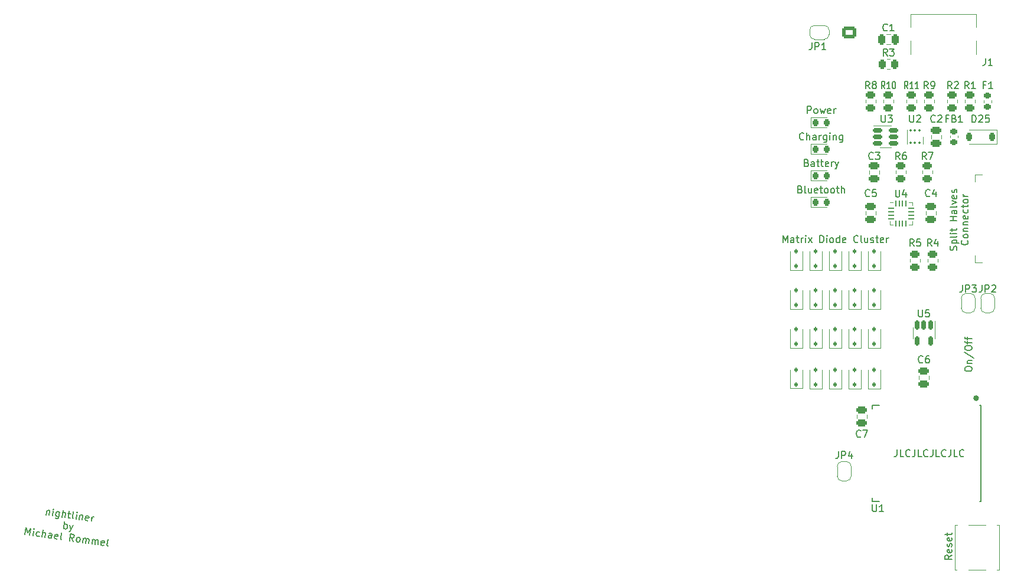
<source format=gbr>
%TF.GenerationSoftware,KiCad,Pcbnew,7.0.7*%
%TF.CreationDate,2023-12-03T19:36:58+01:00*%
%TF.ProjectId,nightliner,6e696768-746c-4696-9e65-722e6b696361,rev?*%
%TF.SameCoordinates,Original*%
%TF.FileFunction,Legend,Top*%
%TF.FilePolarity,Positive*%
%FSLAX46Y46*%
G04 Gerber Fmt 4.6, Leading zero omitted, Abs format (unit mm)*
G04 Created by KiCad (PCBNEW 7.0.7) date 2023-12-03 19:36:58*
%MOMM*%
%LPD*%
G01*
G04 APERTURE LIST*
G04 Aperture macros list*
%AMRoundRect*
0 Rectangle with rounded corners*
0 $1 Rounding radius*
0 $2 $3 $4 $5 $6 $7 $8 $9 X,Y pos of 4 corners*
0 Add a 4 corners polygon primitive as box body*
4,1,4,$2,$3,$4,$5,$6,$7,$8,$9,$2,$3,0*
0 Add four circle primitives for the rounded corners*
1,1,$1+$1,$2,$3*
1,1,$1+$1,$4,$5*
1,1,$1+$1,$6,$7*
1,1,$1+$1,$8,$9*
0 Add four rect primitives between the rounded corners*
20,1,$1+$1,$2,$3,$4,$5,0*
20,1,$1+$1,$4,$5,$6,$7,0*
20,1,$1+$1,$6,$7,$8,$9,0*
20,1,$1+$1,$8,$9,$2,$3,0*%
%AMFreePoly0*
4,1,19,0.500000,-0.750000,0.000000,-0.750000,0.000000,-0.744911,-0.071157,-0.744911,-0.207708,-0.704816,-0.327430,-0.627875,-0.420627,-0.520320,-0.479746,-0.390866,-0.500000,-0.250000,-0.500000,0.250000,-0.479746,0.390866,-0.420627,0.520320,-0.327430,0.627875,-0.207708,0.704816,-0.071157,0.744911,0.000000,0.744911,0.000000,0.750000,0.500000,0.750000,0.500000,-0.750000,0.500000,-0.750000,
$1*%
%AMFreePoly1*
4,1,19,0.000000,0.744911,0.071157,0.744911,0.207708,0.704816,0.327430,0.627875,0.420627,0.520320,0.479746,0.390866,0.500000,0.250000,0.500000,-0.250000,0.479746,-0.390866,0.420627,-0.520320,0.327430,-0.627875,0.207708,-0.704816,0.071157,-0.744911,0.000000,-0.744911,0.000000,-0.750000,-0.500000,-0.750000,-0.500000,0.750000,0.000000,0.750000,0.000000,0.744911,0.000000,0.744911,
$1*%
G04 Aperture macros list end*
%ADD10C,0.200000*%
%ADD11C,0.150000*%
%ADD12C,0.120000*%
%ADD13C,0.400000*%
%ADD14C,0.138297*%
%ADD15FreePoly0,0.000000*%
%ADD16FreePoly1,0.000000*%
%ADD17RoundRect,0.112500X0.112500X-0.187500X0.112500X0.187500X-0.112500X0.187500X-0.112500X-0.187500X0*%
%ADD18RoundRect,0.250000X-0.450000X0.262500X-0.450000X-0.262500X0.450000X-0.262500X0.450000X0.262500X0*%
%ADD19RoundRect,0.218750X-0.218750X-0.256250X0.218750X-0.256250X0.218750X0.256250X-0.218750X0.256250X0*%
%ADD20C,0.650000*%
%ADD21R,0.600000X1.450000*%
%ADD22R,0.300000X1.450000*%
%ADD23O,1.000000X2.100000*%
%ADD24O,1.000000X1.600000*%
%ADD25C,1.700000*%
%ADD26C,3.000000*%
%ADD27C,3.400000*%
%ADD28C,6.000000*%
%ADD29RoundRect,0.250000X0.475000X-0.250000X0.475000X0.250000X-0.475000X0.250000X-0.475000X-0.250000X0*%
%ADD30RoundRect,0.250000X-0.250000X-0.475000X0.250000X-0.475000X0.250000X0.475000X-0.250000X0.475000X0*%
%ADD31R,0.700000X0.900000*%
%ADD32R,0.700000X1.000000*%
%ADD33RoundRect,0.093750X-0.106250X0.093750X-0.106250X-0.093750X0.106250X-0.093750X0.106250X0.093750X0*%
%ADD34R,1.600000X1.000000*%
%ADD35R,1.000000X2.800000*%
%ADD36RoundRect,0.225000X-0.250000X0.225000X-0.250000X-0.225000X0.250000X-0.225000X0.250000X0.225000X0*%
%ADD37FreePoly0,270.000000*%
%ADD38FreePoly1,270.000000*%
%ADD39RoundRect,0.250000X0.450000X-0.262500X0.450000X0.262500X-0.450000X0.262500X-0.450000X-0.262500X0*%
%ADD40R,1.300000X1.300000*%
%ADD41C,1.300000*%
%ADD42RoundRect,0.250000X-0.262500X-0.450000X0.262500X-0.450000X0.262500X0.450000X-0.262500X0.450000X0*%
%ADD43RoundRect,0.225000X0.225000X0.375000X-0.225000X0.375000X-0.225000X-0.375000X0.225000X-0.375000X0*%
%ADD44RoundRect,0.150000X-0.150000X0.512500X-0.150000X-0.512500X0.150000X-0.512500X0.150000X0.512500X0*%
%ADD45RoundRect,0.150000X-0.512500X-0.150000X0.512500X-0.150000X0.512500X0.150000X-0.512500X0.150000X0*%
%ADD46RoundRect,0.250000X-0.475000X0.250000X-0.475000X-0.250000X0.475000X-0.250000X0.475000X0.250000X0*%
%ADD47RoundRect,0.218750X-0.256250X0.218750X-0.256250X-0.218750X0.256250X-0.218750X0.256250X0.218750X0*%
%ADD48FreePoly0,90.000000*%
%ADD49FreePoly1,90.000000*%
%ADD50RoundRect,0.062500X-0.375000X-0.062500X0.375000X-0.062500X0.375000X0.062500X-0.375000X0.062500X0*%
%ADD51RoundRect,0.062500X-0.062500X-0.375000X0.062500X-0.375000X0.062500X0.375000X-0.062500X0.375000X0*%
%ADD52R,1.600000X1.600000*%
%ADD53RoundRect,0.250000X-0.725000X0.600000X-0.725000X-0.600000X0.725000X-0.600000X0.725000X0.600000X0*%
%ADD54O,1.950000X1.700000*%
%ADD55C,2.400000*%
%ADD56C,2.000000*%
%ADD57R,1.100000X1.100000*%
%ADD58C,1.100000*%
G04 APERTURE END LIST*
D10*
X168185219Y-88780666D02*
X168185219Y-88590190D01*
X168185219Y-88590190D02*
X168232838Y-88494952D01*
X168232838Y-88494952D02*
X168328076Y-88399714D01*
X168328076Y-88399714D02*
X168518552Y-88352095D01*
X168518552Y-88352095D02*
X168851885Y-88352095D01*
X168851885Y-88352095D02*
X169042361Y-88399714D01*
X169042361Y-88399714D02*
X169137600Y-88494952D01*
X169137600Y-88494952D02*
X169185219Y-88590190D01*
X169185219Y-88590190D02*
X169185219Y-88780666D01*
X169185219Y-88780666D02*
X169137600Y-88875904D01*
X169137600Y-88875904D02*
X169042361Y-88971142D01*
X169042361Y-88971142D02*
X168851885Y-89018761D01*
X168851885Y-89018761D02*
X168518552Y-89018761D01*
X168518552Y-89018761D02*
X168328076Y-88971142D01*
X168328076Y-88971142D02*
X168232838Y-88875904D01*
X168232838Y-88875904D02*
X168185219Y-88780666D01*
X168518552Y-87923523D02*
X169185219Y-87923523D01*
X168613790Y-87923523D02*
X168566171Y-87875904D01*
X168566171Y-87875904D02*
X168518552Y-87780666D01*
X168518552Y-87780666D02*
X168518552Y-87637809D01*
X168518552Y-87637809D02*
X168566171Y-87542571D01*
X168566171Y-87542571D02*
X168661409Y-87494952D01*
X168661409Y-87494952D02*
X169185219Y-87494952D01*
X168137600Y-86304476D02*
X169423314Y-87161618D01*
X168185219Y-85780666D02*
X168185219Y-85590190D01*
X168185219Y-85590190D02*
X168232838Y-85494952D01*
X168232838Y-85494952D02*
X168328076Y-85399714D01*
X168328076Y-85399714D02*
X168518552Y-85352095D01*
X168518552Y-85352095D02*
X168851885Y-85352095D01*
X168851885Y-85352095D02*
X169042361Y-85399714D01*
X169042361Y-85399714D02*
X169137600Y-85494952D01*
X169137600Y-85494952D02*
X169185219Y-85590190D01*
X169185219Y-85590190D02*
X169185219Y-85780666D01*
X169185219Y-85780666D02*
X169137600Y-85875904D01*
X169137600Y-85875904D02*
X169042361Y-85971142D01*
X169042361Y-85971142D02*
X168851885Y-86018761D01*
X168851885Y-86018761D02*
X168518552Y-86018761D01*
X168518552Y-86018761D02*
X168328076Y-85971142D01*
X168328076Y-85971142D02*
X168232838Y-85875904D01*
X168232838Y-85875904D02*
X168185219Y-85780666D01*
X168518552Y-85066380D02*
X168518552Y-84685428D01*
X169185219Y-84923523D02*
X168328076Y-84923523D01*
X168328076Y-84923523D02*
X168232838Y-84875904D01*
X168232838Y-84875904D02*
X168185219Y-84780666D01*
X168185219Y-84780666D02*
X168185219Y-84685428D01*
X168518552Y-84494951D02*
X168518552Y-84113999D01*
X169185219Y-84352094D02*
X168328076Y-84352094D01*
X168328076Y-84352094D02*
X168232838Y-84304475D01*
X168232838Y-84304475D02*
X168185219Y-84209237D01*
X168185219Y-84209237D02*
X168185219Y-84113999D01*
X166314219Y-115431293D02*
X165838028Y-115764626D01*
X166314219Y-116002721D02*
X165314219Y-116002721D01*
X165314219Y-116002721D02*
X165314219Y-115621769D01*
X165314219Y-115621769D02*
X165361838Y-115526531D01*
X165361838Y-115526531D02*
X165409457Y-115478912D01*
X165409457Y-115478912D02*
X165504695Y-115431293D01*
X165504695Y-115431293D02*
X165647552Y-115431293D01*
X165647552Y-115431293D02*
X165742790Y-115478912D01*
X165742790Y-115478912D02*
X165790409Y-115526531D01*
X165790409Y-115526531D02*
X165838028Y-115621769D01*
X165838028Y-115621769D02*
X165838028Y-116002721D01*
X166266600Y-114621769D02*
X166314219Y-114717007D01*
X166314219Y-114717007D02*
X166314219Y-114907483D01*
X166314219Y-114907483D02*
X166266600Y-115002721D01*
X166266600Y-115002721D02*
X166171361Y-115050340D01*
X166171361Y-115050340D02*
X165790409Y-115050340D01*
X165790409Y-115050340D02*
X165695171Y-115002721D01*
X165695171Y-115002721D02*
X165647552Y-114907483D01*
X165647552Y-114907483D02*
X165647552Y-114717007D01*
X165647552Y-114717007D02*
X165695171Y-114621769D01*
X165695171Y-114621769D02*
X165790409Y-114574150D01*
X165790409Y-114574150D02*
X165885647Y-114574150D01*
X165885647Y-114574150D02*
X165980885Y-115050340D01*
X166266600Y-114193197D02*
X166314219Y-114097959D01*
X166314219Y-114097959D02*
X166314219Y-113907483D01*
X166314219Y-113907483D02*
X166266600Y-113812245D01*
X166266600Y-113812245D02*
X166171361Y-113764626D01*
X166171361Y-113764626D02*
X166123742Y-113764626D01*
X166123742Y-113764626D02*
X166028504Y-113812245D01*
X166028504Y-113812245D02*
X165980885Y-113907483D01*
X165980885Y-113907483D02*
X165980885Y-114050340D01*
X165980885Y-114050340D02*
X165933266Y-114145578D01*
X165933266Y-114145578D02*
X165838028Y-114193197D01*
X165838028Y-114193197D02*
X165790409Y-114193197D01*
X165790409Y-114193197D02*
X165695171Y-114145578D01*
X165695171Y-114145578D02*
X165647552Y-114050340D01*
X165647552Y-114050340D02*
X165647552Y-113907483D01*
X165647552Y-113907483D02*
X165695171Y-113812245D01*
X166266600Y-112955102D02*
X166314219Y-113050340D01*
X166314219Y-113050340D02*
X166314219Y-113240816D01*
X166314219Y-113240816D02*
X166266600Y-113336054D01*
X166266600Y-113336054D02*
X166171361Y-113383673D01*
X166171361Y-113383673D02*
X165790409Y-113383673D01*
X165790409Y-113383673D02*
X165695171Y-113336054D01*
X165695171Y-113336054D02*
X165647552Y-113240816D01*
X165647552Y-113240816D02*
X165647552Y-113050340D01*
X165647552Y-113050340D02*
X165695171Y-112955102D01*
X165695171Y-112955102D02*
X165790409Y-112907483D01*
X165790409Y-112907483D02*
X165885647Y-112907483D01*
X165885647Y-112907483D02*
X165980885Y-113383673D01*
X165647552Y-112621768D02*
X165647552Y-112240816D01*
X165314219Y-112478911D02*
X166171361Y-112478911D01*
X166171361Y-112478911D02*
X166266600Y-112431292D01*
X166266600Y-112431292D02*
X166314219Y-112336054D01*
X166314219Y-112336054D02*
X166314219Y-112240816D01*
X36577020Y-108981396D02*
X36484238Y-109641575D01*
X36563765Y-109075708D02*
X36617548Y-109035179D01*
X36617548Y-109035179D02*
X36718487Y-109001278D01*
X36718487Y-109001278D02*
X36859954Y-109021160D01*
X36859954Y-109021160D02*
X36947638Y-109081570D01*
X36947638Y-109081570D02*
X36981539Y-109182509D01*
X36981539Y-109182509D02*
X36908638Y-109701221D01*
X37380195Y-109767494D02*
X37472977Y-109107315D01*
X37519368Y-108777226D02*
X37465585Y-108817754D01*
X37465585Y-108817754D02*
X37506113Y-108871537D01*
X37506113Y-108871537D02*
X37559896Y-108831009D01*
X37559896Y-108831009D02*
X37519368Y-108777226D01*
X37519368Y-108777226D02*
X37506113Y-108871537D01*
X38368933Y-109233233D02*
X38256269Y-110034879D01*
X38256269Y-110034879D02*
X38195859Y-110122563D01*
X38195859Y-110122563D02*
X38142076Y-110163091D01*
X38142076Y-110163091D02*
X38041138Y-110196992D01*
X38041138Y-110196992D02*
X37899671Y-110177110D01*
X37899671Y-110177110D02*
X37811987Y-110116700D01*
X38282778Y-109846257D02*
X38181840Y-109880158D01*
X38181840Y-109880158D02*
X37993217Y-109853648D01*
X37993217Y-109853648D02*
X37905533Y-109793238D01*
X37905533Y-109793238D02*
X37865005Y-109739455D01*
X37865005Y-109739455D02*
X37831104Y-109638517D01*
X37831104Y-109638517D02*
X37870868Y-109355583D01*
X37870868Y-109355583D02*
X37931278Y-109267899D01*
X37931278Y-109267899D02*
X37985061Y-109227371D01*
X37985061Y-109227371D02*
X38085999Y-109193470D01*
X38085999Y-109193470D02*
X38274622Y-109219979D01*
X38274622Y-109219979D02*
X38362306Y-109280389D01*
X38747707Y-109959685D02*
X38886880Y-108969417D01*
X39172108Y-110019331D02*
X39245008Y-109500619D01*
X39245008Y-109500619D02*
X39211107Y-109399680D01*
X39211107Y-109399680D02*
X39123423Y-109339270D01*
X39123423Y-109339270D02*
X38981956Y-109319388D01*
X38981956Y-109319388D02*
X38881018Y-109353289D01*
X38881018Y-109353289D02*
X38827235Y-109393818D01*
X39594979Y-109405543D02*
X39972224Y-109458561D01*
X39782837Y-109095336D02*
X39663546Y-109944137D01*
X39663546Y-109944137D02*
X39697447Y-110045075D01*
X39697447Y-110045075D02*
X39785131Y-110105485D01*
X39785131Y-110105485D02*
X39879442Y-110118740D01*
X40350999Y-110185013D02*
X40263315Y-110124603D01*
X40263315Y-110124603D02*
X40229414Y-110023664D01*
X40229414Y-110023664D02*
X40348705Y-109174863D01*
X40728245Y-110238031D02*
X40821027Y-109577853D01*
X40867418Y-109247763D02*
X40813635Y-109288292D01*
X40813635Y-109288292D02*
X40854163Y-109342075D01*
X40854163Y-109342075D02*
X40907946Y-109301546D01*
X40907946Y-109301546D02*
X40867418Y-109247763D01*
X40867418Y-109247763D02*
X40854163Y-109342075D01*
X41292582Y-109644126D02*
X41199800Y-110304304D01*
X41279328Y-109738437D02*
X41333111Y-109697908D01*
X41333111Y-109697908D02*
X41434049Y-109664007D01*
X41434049Y-109664007D02*
X41575516Y-109683889D01*
X41575516Y-109683889D02*
X41663200Y-109744300D01*
X41663200Y-109744300D02*
X41697101Y-109845238D01*
X41697101Y-109845238D02*
X41624201Y-110363950D01*
X42479629Y-110436086D02*
X42378691Y-110469987D01*
X42378691Y-110469987D02*
X42190068Y-110443477D01*
X42190068Y-110443477D02*
X42102384Y-110383067D01*
X42102384Y-110383067D02*
X42068483Y-110282129D01*
X42068483Y-110282129D02*
X42121502Y-109904884D01*
X42121502Y-109904884D02*
X42181912Y-109817200D01*
X42181912Y-109817200D02*
X42282850Y-109783299D01*
X42282850Y-109783299D02*
X42471473Y-109809808D01*
X42471473Y-109809808D02*
X42559157Y-109870218D01*
X42559157Y-109870218D02*
X42593058Y-109971157D01*
X42593058Y-109971157D02*
X42579803Y-110065468D01*
X42579803Y-110065468D02*
X42094993Y-110093506D01*
X42944559Y-110549514D02*
X43037341Y-109889335D01*
X43010831Y-110077958D02*
X43071242Y-109990274D01*
X43071242Y-109990274D02*
X43125025Y-109949746D01*
X43125025Y-109949746D02*
X43225963Y-109915845D01*
X43225963Y-109915845D02*
X43320274Y-109929099D01*
X38971618Y-111616976D02*
X39110791Y-110626708D01*
X39057773Y-111003953D02*
X39158711Y-110970052D01*
X39158711Y-110970052D02*
X39347334Y-110996562D01*
X39347334Y-110996562D02*
X39435018Y-111056972D01*
X39435018Y-111056972D02*
X39475546Y-111110755D01*
X39475546Y-111110755D02*
X39509447Y-111211693D01*
X39509447Y-111211693D02*
X39469683Y-111494627D01*
X39469683Y-111494627D02*
X39409273Y-111582311D01*
X39409273Y-111582311D02*
X39355490Y-111622839D01*
X39355490Y-111622839D02*
X39254552Y-111656740D01*
X39254552Y-111656740D02*
X39065929Y-111630231D01*
X39065929Y-111630231D02*
X38978245Y-111569821D01*
X39866046Y-111069462D02*
X40009042Y-111762777D01*
X40337602Y-111135735D02*
X40009042Y-111762777D01*
X40009042Y-111762777D02*
X39881594Y-111985300D01*
X39881594Y-111985300D02*
X39827811Y-112025829D01*
X39827811Y-112025829D02*
X39726872Y-112059730D01*
X33442541Y-112465738D02*
X33581714Y-111475470D01*
X33581714Y-111475470D02*
X33812394Y-112229196D01*
X33812394Y-112229196D02*
X34241893Y-111568252D01*
X34241893Y-111568252D02*
X34102720Y-112558520D01*
X34574276Y-112624793D02*
X34667058Y-111964615D01*
X34713449Y-111634525D02*
X34659666Y-111675054D01*
X34659666Y-111675054D02*
X34700194Y-111728836D01*
X34700194Y-111728836D02*
X34753977Y-111688308D01*
X34753977Y-111688308D02*
X34713449Y-111634525D01*
X34713449Y-111634525D02*
X34700194Y-111728836D01*
X35476860Y-112703556D02*
X35375921Y-112737457D01*
X35375921Y-112737457D02*
X35187299Y-112710948D01*
X35187299Y-112710948D02*
X35099615Y-112650538D01*
X35099615Y-112650538D02*
X35059086Y-112596755D01*
X35059086Y-112596755D02*
X35025185Y-112495816D01*
X35025185Y-112495816D02*
X35064949Y-112212883D01*
X35064949Y-112212883D02*
X35125359Y-112125199D01*
X35125359Y-112125199D02*
X35179142Y-112084670D01*
X35179142Y-112084670D02*
X35280081Y-112050769D01*
X35280081Y-112050769D02*
X35468703Y-112077278D01*
X35468703Y-112077278D02*
X35556387Y-112137689D01*
X35894633Y-112810357D02*
X36033806Y-111820089D01*
X36319034Y-112870003D02*
X36391934Y-112351291D01*
X36391934Y-112351291D02*
X36358033Y-112250353D01*
X36358033Y-112250353D02*
X36270349Y-112189942D01*
X36270349Y-112189942D02*
X36128882Y-112170060D01*
X36128882Y-112170060D02*
X36027943Y-112203962D01*
X36027943Y-112203962D02*
X35974161Y-112244490D01*
X37214991Y-112995921D02*
X37287891Y-112477210D01*
X37287891Y-112477210D02*
X37253990Y-112376271D01*
X37253990Y-112376271D02*
X37166306Y-112315861D01*
X37166306Y-112315861D02*
X36977683Y-112289352D01*
X36977683Y-112289352D02*
X36876745Y-112323253D01*
X37221618Y-112948766D02*
X37120679Y-112982667D01*
X37120679Y-112982667D02*
X36884901Y-112949530D01*
X36884901Y-112949530D02*
X36797217Y-112889120D01*
X36797217Y-112889120D02*
X36763316Y-112788182D01*
X36763316Y-112788182D02*
X36776571Y-112693870D01*
X36776571Y-112693870D02*
X36836981Y-112606187D01*
X36836981Y-112606187D02*
X36937920Y-112572285D01*
X36937920Y-112572285D02*
X37173698Y-112605422D01*
X37173698Y-112605422D02*
X37274636Y-112571521D01*
X38070419Y-113068057D02*
X37969481Y-113101958D01*
X37969481Y-113101958D02*
X37780858Y-113075449D01*
X37780858Y-113075449D02*
X37693174Y-113015039D01*
X37693174Y-113015039D02*
X37659273Y-112914100D01*
X37659273Y-112914100D02*
X37712291Y-112536855D01*
X37712291Y-112536855D02*
X37772702Y-112449171D01*
X37772702Y-112449171D02*
X37873640Y-112415270D01*
X37873640Y-112415270D02*
X38062263Y-112441779D01*
X38062263Y-112441779D02*
X38149947Y-112502190D01*
X38149947Y-112502190D02*
X38183848Y-112603128D01*
X38183848Y-112603128D02*
X38170593Y-112697439D01*
X38170593Y-112697439D02*
X37685782Y-112725478D01*
X38676815Y-113201368D02*
X38589131Y-113140957D01*
X38589131Y-113140957D02*
X38555230Y-113040019D01*
X38555230Y-113040019D02*
X38674521Y-112191218D01*
X40374418Y-113439950D02*
X40110602Y-112922003D01*
X39808551Y-113360423D02*
X39947724Y-112370155D01*
X39947724Y-112370155D02*
X40324969Y-112423173D01*
X40324969Y-112423173D02*
X40412653Y-112483583D01*
X40412653Y-112483583D02*
X40453181Y-112537366D01*
X40453181Y-112537366D02*
X40487082Y-112638305D01*
X40487082Y-112638305D02*
X40467200Y-112779771D01*
X40467200Y-112779771D02*
X40406790Y-112867455D01*
X40406790Y-112867455D02*
X40353007Y-112907984D01*
X40353007Y-112907984D02*
X40252069Y-112941885D01*
X40252069Y-112941885D02*
X39874824Y-112888866D01*
X40940286Y-113519478D02*
X40852602Y-113459067D01*
X40852602Y-113459067D02*
X40812073Y-113405284D01*
X40812073Y-113405284D02*
X40778172Y-113304346D01*
X40778172Y-113304346D02*
X40817936Y-113021412D01*
X40817936Y-113021412D02*
X40878346Y-112933728D01*
X40878346Y-112933728D02*
X40932129Y-112893200D01*
X40932129Y-112893200D02*
X41033068Y-112859299D01*
X41033068Y-112859299D02*
X41174535Y-112879181D01*
X41174535Y-112879181D02*
X41262219Y-112939591D01*
X41262219Y-112939591D02*
X41302747Y-112993374D01*
X41302747Y-112993374D02*
X41336648Y-113094312D01*
X41336648Y-113094312D02*
X41296884Y-113377246D01*
X41296884Y-113377246D02*
X41236474Y-113464930D01*
X41236474Y-113464930D02*
X41182691Y-113505458D01*
X41182691Y-113505458D02*
X41081753Y-113539359D01*
X41081753Y-113539359D02*
X40940286Y-113519478D01*
X41694776Y-113625514D02*
X41787558Y-112965336D01*
X41774303Y-113059647D02*
X41828086Y-113019118D01*
X41828086Y-113019118D02*
X41929025Y-112985217D01*
X41929025Y-112985217D02*
X42070492Y-113005099D01*
X42070492Y-113005099D02*
X42158175Y-113065509D01*
X42158175Y-113065509D02*
X42192077Y-113166448D01*
X42192077Y-113166448D02*
X42119176Y-113685160D01*
X42192077Y-113166448D02*
X42252487Y-113078764D01*
X42252487Y-113078764D02*
X42353425Y-113044863D01*
X42353425Y-113044863D02*
X42494892Y-113064745D01*
X42494892Y-113064745D02*
X42582576Y-113125155D01*
X42582576Y-113125155D02*
X42616477Y-113226094D01*
X42616477Y-113226094D02*
X42543577Y-113744805D01*
X43015133Y-113811078D02*
X43107915Y-113150900D01*
X43094660Y-113245211D02*
X43148443Y-113204683D01*
X43148443Y-113204683D02*
X43249382Y-113170781D01*
X43249382Y-113170781D02*
X43390849Y-113190663D01*
X43390849Y-113190663D02*
X43478533Y-113251074D01*
X43478533Y-113251074D02*
X43512434Y-113352012D01*
X43512434Y-113352012D02*
X43439533Y-113870724D01*
X43512434Y-113352012D02*
X43572844Y-113264328D01*
X43572844Y-113264328D02*
X43673782Y-113230427D01*
X43673782Y-113230427D02*
X43815249Y-113250309D01*
X43815249Y-113250309D02*
X43902933Y-113310719D01*
X43902933Y-113310719D02*
X43936834Y-113411658D01*
X43936834Y-113411658D02*
X43863934Y-113930370D01*
X44719362Y-114002505D02*
X44618424Y-114036406D01*
X44618424Y-114036406D02*
X44429801Y-114009897D01*
X44429801Y-114009897D02*
X44342117Y-113949487D01*
X44342117Y-113949487D02*
X44308216Y-113848548D01*
X44308216Y-113848548D02*
X44361235Y-113471303D01*
X44361235Y-113471303D02*
X44421645Y-113383619D01*
X44421645Y-113383619D02*
X44522583Y-113349718D01*
X44522583Y-113349718D02*
X44711206Y-113376227D01*
X44711206Y-113376227D02*
X44798890Y-113436638D01*
X44798890Y-113436638D02*
X44832791Y-113537576D01*
X44832791Y-113537576D02*
X44819536Y-113631887D01*
X44819536Y-113631887D02*
X44334725Y-113659926D01*
X45325758Y-114135816D02*
X45238074Y-114075405D01*
X45238074Y-114075405D02*
X45204173Y-113974467D01*
X45204173Y-113974467D02*
X45323464Y-113125666D01*
X142105999Y-70556219D02*
X142105999Y-69556219D01*
X142105999Y-69556219D02*
X142439332Y-70270504D01*
X142439332Y-70270504D02*
X142772665Y-69556219D01*
X142772665Y-69556219D02*
X142772665Y-70556219D01*
X143677427Y-70556219D02*
X143677427Y-70032409D01*
X143677427Y-70032409D02*
X143629808Y-69937171D01*
X143629808Y-69937171D02*
X143534570Y-69889552D01*
X143534570Y-69889552D02*
X143344094Y-69889552D01*
X143344094Y-69889552D02*
X143248856Y-69937171D01*
X143677427Y-70508600D02*
X143582189Y-70556219D01*
X143582189Y-70556219D02*
X143344094Y-70556219D01*
X143344094Y-70556219D02*
X143248856Y-70508600D01*
X143248856Y-70508600D02*
X143201237Y-70413361D01*
X143201237Y-70413361D02*
X143201237Y-70318123D01*
X143201237Y-70318123D02*
X143248856Y-70222885D01*
X143248856Y-70222885D02*
X143344094Y-70175266D01*
X143344094Y-70175266D02*
X143582189Y-70175266D01*
X143582189Y-70175266D02*
X143677427Y-70127647D01*
X144010761Y-69889552D02*
X144391713Y-69889552D01*
X144153618Y-69556219D02*
X144153618Y-70413361D01*
X144153618Y-70413361D02*
X144201237Y-70508600D01*
X144201237Y-70508600D02*
X144296475Y-70556219D01*
X144296475Y-70556219D02*
X144391713Y-70556219D01*
X144725047Y-70556219D02*
X144725047Y-69889552D01*
X144725047Y-70080028D02*
X144772666Y-69984790D01*
X144772666Y-69984790D02*
X144820285Y-69937171D01*
X144820285Y-69937171D02*
X144915523Y-69889552D01*
X144915523Y-69889552D02*
X145010761Y-69889552D01*
X145344095Y-70556219D02*
X145344095Y-69889552D01*
X145344095Y-69556219D02*
X145296476Y-69603838D01*
X145296476Y-69603838D02*
X145344095Y-69651457D01*
X145344095Y-69651457D02*
X145391714Y-69603838D01*
X145391714Y-69603838D02*
X145344095Y-69556219D01*
X145344095Y-69556219D02*
X145344095Y-69651457D01*
X145725047Y-70556219D02*
X146248856Y-69889552D01*
X145725047Y-69889552D02*
X146248856Y-70556219D01*
X147391714Y-70556219D02*
X147391714Y-69556219D01*
X147391714Y-69556219D02*
X147629809Y-69556219D01*
X147629809Y-69556219D02*
X147772666Y-69603838D01*
X147772666Y-69603838D02*
X147867904Y-69699076D01*
X147867904Y-69699076D02*
X147915523Y-69794314D01*
X147915523Y-69794314D02*
X147963142Y-69984790D01*
X147963142Y-69984790D02*
X147963142Y-70127647D01*
X147963142Y-70127647D02*
X147915523Y-70318123D01*
X147915523Y-70318123D02*
X147867904Y-70413361D01*
X147867904Y-70413361D02*
X147772666Y-70508600D01*
X147772666Y-70508600D02*
X147629809Y-70556219D01*
X147629809Y-70556219D02*
X147391714Y-70556219D01*
X148391714Y-70556219D02*
X148391714Y-69889552D01*
X148391714Y-69556219D02*
X148344095Y-69603838D01*
X148344095Y-69603838D02*
X148391714Y-69651457D01*
X148391714Y-69651457D02*
X148439333Y-69603838D01*
X148439333Y-69603838D02*
X148391714Y-69556219D01*
X148391714Y-69556219D02*
X148391714Y-69651457D01*
X149010761Y-70556219D02*
X148915523Y-70508600D01*
X148915523Y-70508600D02*
X148867904Y-70460980D01*
X148867904Y-70460980D02*
X148820285Y-70365742D01*
X148820285Y-70365742D02*
X148820285Y-70080028D01*
X148820285Y-70080028D02*
X148867904Y-69984790D01*
X148867904Y-69984790D02*
X148915523Y-69937171D01*
X148915523Y-69937171D02*
X149010761Y-69889552D01*
X149010761Y-69889552D02*
X149153618Y-69889552D01*
X149153618Y-69889552D02*
X149248856Y-69937171D01*
X149248856Y-69937171D02*
X149296475Y-69984790D01*
X149296475Y-69984790D02*
X149344094Y-70080028D01*
X149344094Y-70080028D02*
X149344094Y-70365742D01*
X149344094Y-70365742D02*
X149296475Y-70460980D01*
X149296475Y-70460980D02*
X149248856Y-70508600D01*
X149248856Y-70508600D02*
X149153618Y-70556219D01*
X149153618Y-70556219D02*
X149010761Y-70556219D01*
X150201237Y-70556219D02*
X150201237Y-69556219D01*
X150201237Y-70508600D02*
X150105999Y-70556219D01*
X150105999Y-70556219D02*
X149915523Y-70556219D01*
X149915523Y-70556219D02*
X149820285Y-70508600D01*
X149820285Y-70508600D02*
X149772666Y-70460980D01*
X149772666Y-70460980D02*
X149725047Y-70365742D01*
X149725047Y-70365742D02*
X149725047Y-70080028D01*
X149725047Y-70080028D02*
X149772666Y-69984790D01*
X149772666Y-69984790D02*
X149820285Y-69937171D01*
X149820285Y-69937171D02*
X149915523Y-69889552D01*
X149915523Y-69889552D02*
X150105999Y-69889552D01*
X150105999Y-69889552D02*
X150201237Y-69937171D01*
X151058380Y-70508600D02*
X150963142Y-70556219D01*
X150963142Y-70556219D02*
X150772666Y-70556219D01*
X150772666Y-70556219D02*
X150677428Y-70508600D01*
X150677428Y-70508600D02*
X150629809Y-70413361D01*
X150629809Y-70413361D02*
X150629809Y-70032409D01*
X150629809Y-70032409D02*
X150677428Y-69937171D01*
X150677428Y-69937171D02*
X150772666Y-69889552D01*
X150772666Y-69889552D02*
X150963142Y-69889552D01*
X150963142Y-69889552D02*
X151058380Y-69937171D01*
X151058380Y-69937171D02*
X151105999Y-70032409D01*
X151105999Y-70032409D02*
X151105999Y-70127647D01*
X151105999Y-70127647D02*
X150629809Y-70222885D01*
X152867904Y-70460980D02*
X152820285Y-70508600D01*
X152820285Y-70508600D02*
X152677428Y-70556219D01*
X152677428Y-70556219D02*
X152582190Y-70556219D01*
X152582190Y-70556219D02*
X152439333Y-70508600D01*
X152439333Y-70508600D02*
X152344095Y-70413361D01*
X152344095Y-70413361D02*
X152296476Y-70318123D01*
X152296476Y-70318123D02*
X152248857Y-70127647D01*
X152248857Y-70127647D02*
X152248857Y-69984790D01*
X152248857Y-69984790D02*
X152296476Y-69794314D01*
X152296476Y-69794314D02*
X152344095Y-69699076D01*
X152344095Y-69699076D02*
X152439333Y-69603838D01*
X152439333Y-69603838D02*
X152582190Y-69556219D01*
X152582190Y-69556219D02*
X152677428Y-69556219D01*
X152677428Y-69556219D02*
X152820285Y-69603838D01*
X152820285Y-69603838D02*
X152867904Y-69651457D01*
X153439333Y-70556219D02*
X153344095Y-70508600D01*
X153344095Y-70508600D02*
X153296476Y-70413361D01*
X153296476Y-70413361D02*
X153296476Y-69556219D01*
X154248857Y-69889552D02*
X154248857Y-70556219D01*
X153820286Y-69889552D02*
X153820286Y-70413361D01*
X153820286Y-70413361D02*
X153867905Y-70508600D01*
X153867905Y-70508600D02*
X153963143Y-70556219D01*
X153963143Y-70556219D02*
X154106000Y-70556219D01*
X154106000Y-70556219D02*
X154201238Y-70508600D01*
X154201238Y-70508600D02*
X154248857Y-70460980D01*
X154677429Y-70508600D02*
X154772667Y-70556219D01*
X154772667Y-70556219D02*
X154963143Y-70556219D01*
X154963143Y-70556219D02*
X155058381Y-70508600D01*
X155058381Y-70508600D02*
X155106000Y-70413361D01*
X155106000Y-70413361D02*
X155106000Y-70365742D01*
X155106000Y-70365742D02*
X155058381Y-70270504D01*
X155058381Y-70270504D02*
X154963143Y-70222885D01*
X154963143Y-70222885D02*
X154820286Y-70222885D01*
X154820286Y-70222885D02*
X154725048Y-70175266D01*
X154725048Y-70175266D02*
X154677429Y-70080028D01*
X154677429Y-70080028D02*
X154677429Y-70032409D01*
X154677429Y-70032409D02*
X154725048Y-69937171D01*
X154725048Y-69937171D02*
X154820286Y-69889552D01*
X154820286Y-69889552D02*
X154963143Y-69889552D01*
X154963143Y-69889552D02*
X155058381Y-69937171D01*
X155391715Y-69889552D02*
X155772667Y-69889552D01*
X155534572Y-69556219D02*
X155534572Y-70413361D01*
X155534572Y-70413361D02*
X155582191Y-70508600D01*
X155582191Y-70508600D02*
X155677429Y-70556219D01*
X155677429Y-70556219D02*
X155772667Y-70556219D01*
X156486953Y-70508600D02*
X156391715Y-70556219D01*
X156391715Y-70556219D02*
X156201239Y-70556219D01*
X156201239Y-70556219D02*
X156106001Y-70508600D01*
X156106001Y-70508600D02*
X156058382Y-70413361D01*
X156058382Y-70413361D02*
X156058382Y-70032409D01*
X156058382Y-70032409D02*
X156106001Y-69937171D01*
X156106001Y-69937171D02*
X156201239Y-69889552D01*
X156201239Y-69889552D02*
X156391715Y-69889552D01*
X156391715Y-69889552D02*
X156486953Y-69937171D01*
X156486953Y-69937171D02*
X156534572Y-70032409D01*
X156534572Y-70032409D02*
X156534572Y-70127647D01*
X156534572Y-70127647D02*
X156058382Y-70222885D01*
X156963144Y-70556219D02*
X156963144Y-69889552D01*
X156963144Y-70080028D02*
X157010763Y-69984790D01*
X157010763Y-69984790D02*
X157058382Y-69937171D01*
X157058382Y-69937171D02*
X157153620Y-69889552D01*
X157153620Y-69889552D02*
X157248858Y-69889552D01*
D11*
X166988200Y-71667143D02*
X167035819Y-71524286D01*
X167035819Y-71524286D02*
X167035819Y-71286191D01*
X167035819Y-71286191D02*
X166988200Y-71190953D01*
X166988200Y-71190953D02*
X166940580Y-71143334D01*
X166940580Y-71143334D02*
X166845342Y-71095715D01*
X166845342Y-71095715D02*
X166750104Y-71095715D01*
X166750104Y-71095715D02*
X166654866Y-71143334D01*
X166654866Y-71143334D02*
X166607247Y-71190953D01*
X166607247Y-71190953D02*
X166559628Y-71286191D01*
X166559628Y-71286191D02*
X166512009Y-71476667D01*
X166512009Y-71476667D02*
X166464390Y-71571905D01*
X166464390Y-71571905D02*
X166416771Y-71619524D01*
X166416771Y-71619524D02*
X166321533Y-71667143D01*
X166321533Y-71667143D02*
X166226295Y-71667143D01*
X166226295Y-71667143D02*
X166131057Y-71619524D01*
X166131057Y-71619524D02*
X166083438Y-71571905D01*
X166083438Y-71571905D02*
X166035819Y-71476667D01*
X166035819Y-71476667D02*
X166035819Y-71238572D01*
X166035819Y-71238572D02*
X166083438Y-71095715D01*
X166369152Y-70667143D02*
X167369152Y-70667143D01*
X166416771Y-70667143D02*
X166369152Y-70571905D01*
X166369152Y-70571905D02*
X166369152Y-70381429D01*
X166369152Y-70381429D02*
X166416771Y-70286191D01*
X166416771Y-70286191D02*
X166464390Y-70238572D01*
X166464390Y-70238572D02*
X166559628Y-70190953D01*
X166559628Y-70190953D02*
X166845342Y-70190953D01*
X166845342Y-70190953D02*
X166940580Y-70238572D01*
X166940580Y-70238572D02*
X166988200Y-70286191D01*
X166988200Y-70286191D02*
X167035819Y-70381429D01*
X167035819Y-70381429D02*
X167035819Y-70571905D01*
X167035819Y-70571905D02*
X166988200Y-70667143D01*
X167035819Y-69619524D02*
X166988200Y-69714762D01*
X166988200Y-69714762D02*
X166892961Y-69762381D01*
X166892961Y-69762381D02*
X166035819Y-69762381D01*
X167035819Y-69238571D02*
X166369152Y-69238571D01*
X166035819Y-69238571D02*
X166083438Y-69286190D01*
X166083438Y-69286190D02*
X166131057Y-69238571D01*
X166131057Y-69238571D02*
X166083438Y-69190952D01*
X166083438Y-69190952D02*
X166035819Y-69238571D01*
X166035819Y-69238571D02*
X166131057Y-69238571D01*
X166369152Y-68905238D02*
X166369152Y-68524286D01*
X166035819Y-68762381D02*
X166892961Y-68762381D01*
X166892961Y-68762381D02*
X166988200Y-68714762D01*
X166988200Y-68714762D02*
X167035819Y-68619524D01*
X167035819Y-68619524D02*
X167035819Y-68524286D01*
X167035819Y-67429047D02*
X166035819Y-67429047D01*
X166512009Y-67429047D02*
X166512009Y-66857619D01*
X167035819Y-66857619D02*
X166035819Y-66857619D01*
X167035819Y-65952857D02*
X166512009Y-65952857D01*
X166512009Y-65952857D02*
X166416771Y-66000476D01*
X166416771Y-66000476D02*
X166369152Y-66095714D01*
X166369152Y-66095714D02*
X166369152Y-66286190D01*
X166369152Y-66286190D02*
X166416771Y-66381428D01*
X166988200Y-65952857D02*
X167035819Y-66048095D01*
X167035819Y-66048095D02*
X167035819Y-66286190D01*
X167035819Y-66286190D02*
X166988200Y-66381428D01*
X166988200Y-66381428D02*
X166892961Y-66429047D01*
X166892961Y-66429047D02*
X166797723Y-66429047D01*
X166797723Y-66429047D02*
X166702485Y-66381428D01*
X166702485Y-66381428D02*
X166654866Y-66286190D01*
X166654866Y-66286190D02*
X166654866Y-66048095D01*
X166654866Y-66048095D02*
X166607247Y-65952857D01*
X167035819Y-65333809D02*
X166988200Y-65429047D01*
X166988200Y-65429047D02*
X166892961Y-65476666D01*
X166892961Y-65476666D02*
X166035819Y-65476666D01*
X166369152Y-65048094D02*
X167035819Y-64809999D01*
X167035819Y-64809999D02*
X166369152Y-64571904D01*
X166988200Y-63809999D02*
X167035819Y-63905237D01*
X167035819Y-63905237D02*
X167035819Y-64095713D01*
X167035819Y-64095713D02*
X166988200Y-64190951D01*
X166988200Y-64190951D02*
X166892961Y-64238570D01*
X166892961Y-64238570D02*
X166512009Y-64238570D01*
X166512009Y-64238570D02*
X166416771Y-64190951D01*
X166416771Y-64190951D02*
X166369152Y-64095713D01*
X166369152Y-64095713D02*
X166369152Y-63905237D01*
X166369152Y-63905237D02*
X166416771Y-63809999D01*
X166416771Y-63809999D02*
X166512009Y-63762380D01*
X166512009Y-63762380D02*
X166607247Y-63762380D01*
X166607247Y-63762380D02*
X166702485Y-64238570D01*
X166988200Y-63381427D02*
X167035819Y-63286189D01*
X167035819Y-63286189D02*
X167035819Y-63095713D01*
X167035819Y-63095713D02*
X166988200Y-63000475D01*
X166988200Y-63000475D02*
X166892961Y-62952856D01*
X166892961Y-62952856D02*
X166845342Y-62952856D01*
X166845342Y-62952856D02*
X166750104Y-63000475D01*
X166750104Y-63000475D02*
X166702485Y-63095713D01*
X166702485Y-63095713D02*
X166702485Y-63238570D01*
X166702485Y-63238570D02*
X166654866Y-63333808D01*
X166654866Y-63333808D02*
X166559628Y-63381427D01*
X166559628Y-63381427D02*
X166512009Y-63381427D01*
X166512009Y-63381427D02*
X166416771Y-63333808D01*
X166416771Y-63333808D02*
X166369152Y-63238570D01*
X166369152Y-63238570D02*
X166369152Y-63095713D01*
X166369152Y-63095713D02*
X166416771Y-63000475D01*
X168550580Y-70262381D02*
X168598200Y-70310000D01*
X168598200Y-70310000D02*
X168645819Y-70452857D01*
X168645819Y-70452857D02*
X168645819Y-70548095D01*
X168645819Y-70548095D02*
X168598200Y-70690952D01*
X168598200Y-70690952D02*
X168502961Y-70786190D01*
X168502961Y-70786190D02*
X168407723Y-70833809D01*
X168407723Y-70833809D02*
X168217247Y-70881428D01*
X168217247Y-70881428D02*
X168074390Y-70881428D01*
X168074390Y-70881428D02*
X167883914Y-70833809D01*
X167883914Y-70833809D02*
X167788676Y-70786190D01*
X167788676Y-70786190D02*
X167693438Y-70690952D01*
X167693438Y-70690952D02*
X167645819Y-70548095D01*
X167645819Y-70548095D02*
X167645819Y-70452857D01*
X167645819Y-70452857D02*
X167693438Y-70310000D01*
X167693438Y-70310000D02*
X167741057Y-70262381D01*
X168645819Y-69690952D02*
X168598200Y-69786190D01*
X168598200Y-69786190D02*
X168550580Y-69833809D01*
X168550580Y-69833809D02*
X168455342Y-69881428D01*
X168455342Y-69881428D02*
X168169628Y-69881428D01*
X168169628Y-69881428D02*
X168074390Y-69833809D01*
X168074390Y-69833809D02*
X168026771Y-69786190D01*
X168026771Y-69786190D02*
X167979152Y-69690952D01*
X167979152Y-69690952D02*
X167979152Y-69548095D01*
X167979152Y-69548095D02*
X168026771Y-69452857D01*
X168026771Y-69452857D02*
X168074390Y-69405238D01*
X168074390Y-69405238D02*
X168169628Y-69357619D01*
X168169628Y-69357619D02*
X168455342Y-69357619D01*
X168455342Y-69357619D02*
X168550580Y-69405238D01*
X168550580Y-69405238D02*
X168598200Y-69452857D01*
X168598200Y-69452857D02*
X168645819Y-69548095D01*
X168645819Y-69548095D02*
X168645819Y-69690952D01*
X167979152Y-68929047D02*
X168645819Y-68929047D01*
X168074390Y-68929047D02*
X168026771Y-68881428D01*
X168026771Y-68881428D02*
X167979152Y-68786190D01*
X167979152Y-68786190D02*
X167979152Y-68643333D01*
X167979152Y-68643333D02*
X168026771Y-68548095D01*
X168026771Y-68548095D02*
X168122009Y-68500476D01*
X168122009Y-68500476D02*
X168645819Y-68500476D01*
X167979152Y-68024285D02*
X168645819Y-68024285D01*
X168074390Y-68024285D02*
X168026771Y-67976666D01*
X168026771Y-67976666D02*
X167979152Y-67881428D01*
X167979152Y-67881428D02*
X167979152Y-67738571D01*
X167979152Y-67738571D02*
X168026771Y-67643333D01*
X168026771Y-67643333D02*
X168122009Y-67595714D01*
X168122009Y-67595714D02*
X168645819Y-67595714D01*
X168598200Y-66738571D02*
X168645819Y-66833809D01*
X168645819Y-66833809D02*
X168645819Y-67024285D01*
X168645819Y-67024285D02*
X168598200Y-67119523D01*
X168598200Y-67119523D02*
X168502961Y-67167142D01*
X168502961Y-67167142D02*
X168122009Y-67167142D01*
X168122009Y-67167142D02*
X168026771Y-67119523D01*
X168026771Y-67119523D02*
X167979152Y-67024285D01*
X167979152Y-67024285D02*
X167979152Y-66833809D01*
X167979152Y-66833809D02*
X168026771Y-66738571D01*
X168026771Y-66738571D02*
X168122009Y-66690952D01*
X168122009Y-66690952D02*
X168217247Y-66690952D01*
X168217247Y-66690952D02*
X168312485Y-67167142D01*
X168598200Y-65833809D02*
X168645819Y-65929047D01*
X168645819Y-65929047D02*
X168645819Y-66119523D01*
X168645819Y-66119523D02*
X168598200Y-66214761D01*
X168598200Y-66214761D02*
X168550580Y-66262380D01*
X168550580Y-66262380D02*
X168455342Y-66309999D01*
X168455342Y-66309999D02*
X168169628Y-66309999D01*
X168169628Y-66309999D02*
X168074390Y-66262380D01*
X168074390Y-66262380D02*
X168026771Y-66214761D01*
X168026771Y-66214761D02*
X167979152Y-66119523D01*
X167979152Y-66119523D02*
X167979152Y-65929047D01*
X167979152Y-65929047D02*
X168026771Y-65833809D01*
X167979152Y-65548094D02*
X167979152Y-65167142D01*
X167645819Y-65405237D02*
X168502961Y-65405237D01*
X168502961Y-65405237D02*
X168598200Y-65357618D01*
X168598200Y-65357618D02*
X168645819Y-65262380D01*
X168645819Y-65262380D02*
X168645819Y-65167142D01*
X168645819Y-64690951D02*
X168598200Y-64786189D01*
X168598200Y-64786189D02*
X168550580Y-64833808D01*
X168550580Y-64833808D02*
X168455342Y-64881427D01*
X168455342Y-64881427D02*
X168169628Y-64881427D01*
X168169628Y-64881427D02*
X168074390Y-64833808D01*
X168074390Y-64833808D02*
X168026771Y-64786189D01*
X168026771Y-64786189D02*
X167979152Y-64690951D01*
X167979152Y-64690951D02*
X167979152Y-64548094D01*
X167979152Y-64548094D02*
X168026771Y-64452856D01*
X168026771Y-64452856D02*
X168074390Y-64405237D01*
X168074390Y-64405237D02*
X168169628Y-64357618D01*
X168169628Y-64357618D02*
X168455342Y-64357618D01*
X168455342Y-64357618D02*
X168550580Y-64405237D01*
X168550580Y-64405237D02*
X168598200Y-64452856D01*
X168598200Y-64452856D02*
X168645819Y-64548094D01*
X168645819Y-64548094D02*
X168645819Y-64690951D01*
X168645819Y-63929046D02*
X167979152Y-63929046D01*
X168169628Y-63929046D02*
X168074390Y-63881427D01*
X168074390Y-63881427D02*
X168026771Y-63833808D01*
X168026771Y-63833808D02*
X167979152Y-63738570D01*
X167979152Y-63738570D02*
X167979152Y-63643332D01*
D10*
X158448951Y-100290219D02*
X158448951Y-101004504D01*
X158448951Y-101004504D02*
X158401332Y-101147361D01*
X158401332Y-101147361D02*
X158306094Y-101242600D01*
X158306094Y-101242600D02*
X158163237Y-101290219D01*
X158163237Y-101290219D02*
X158067999Y-101290219D01*
X159401332Y-101290219D02*
X158925142Y-101290219D01*
X158925142Y-101290219D02*
X158925142Y-100290219D01*
X160306094Y-101194980D02*
X160258475Y-101242600D01*
X160258475Y-101242600D02*
X160115618Y-101290219D01*
X160115618Y-101290219D02*
X160020380Y-101290219D01*
X160020380Y-101290219D02*
X159877523Y-101242600D01*
X159877523Y-101242600D02*
X159782285Y-101147361D01*
X159782285Y-101147361D02*
X159734666Y-101052123D01*
X159734666Y-101052123D02*
X159687047Y-100861647D01*
X159687047Y-100861647D02*
X159687047Y-100718790D01*
X159687047Y-100718790D02*
X159734666Y-100528314D01*
X159734666Y-100528314D02*
X159782285Y-100433076D01*
X159782285Y-100433076D02*
X159877523Y-100337838D01*
X159877523Y-100337838D02*
X160020380Y-100290219D01*
X160020380Y-100290219D02*
X160115618Y-100290219D01*
X160115618Y-100290219D02*
X160258475Y-100337838D01*
X160258475Y-100337838D02*
X160306094Y-100385457D01*
X161020380Y-100290219D02*
X161020380Y-101004504D01*
X161020380Y-101004504D02*
X160972761Y-101147361D01*
X160972761Y-101147361D02*
X160877523Y-101242600D01*
X160877523Y-101242600D02*
X160734666Y-101290219D01*
X160734666Y-101290219D02*
X160639428Y-101290219D01*
X161972761Y-101290219D02*
X161496571Y-101290219D01*
X161496571Y-101290219D02*
X161496571Y-100290219D01*
X162877523Y-101194980D02*
X162829904Y-101242600D01*
X162829904Y-101242600D02*
X162687047Y-101290219D01*
X162687047Y-101290219D02*
X162591809Y-101290219D01*
X162591809Y-101290219D02*
X162448952Y-101242600D01*
X162448952Y-101242600D02*
X162353714Y-101147361D01*
X162353714Y-101147361D02*
X162306095Y-101052123D01*
X162306095Y-101052123D02*
X162258476Y-100861647D01*
X162258476Y-100861647D02*
X162258476Y-100718790D01*
X162258476Y-100718790D02*
X162306095Y-100528314D01*
X162306095Y-100528314D02*
X162353714Y-100433076D01*
X162353714Y-100433076D02*
X162448952Y-100337838D01*
X162448952Y-100337838D02*
X162591809Y-100290219D01*
X162591809Y-100290219D02*
X162687047Y-100290219D01*
X162687047Y-100290219D02*
X162829904Y-100337838D01*
X162829904Y-100337838D02*
X162877523Y-100385457D01*
X163591809Y-100290219D02*
X163591809Y-101004504D01*
X163591809Y-101004504D02*
X163544190Y-101147361D01*
X163544190Y-101147361D02*
X163448952Y-101242600D01*
X163448952Y-101242600D02*
X163306095Y-101290219D01*
X163306095Y-101290219D02*
X163210857Y-101290219D01*
X164544190Y-101290219D02*
X164068000Y-101290219D01*
X164068000Y-101290219D02*
X164068000Y-100290219D01*
X165448952Y-101194980D02*
X165401333Y-101242600D01*
X165401333Y-101242600D02*
X165258476Y-101290219D01*
X165258476Y-101290219D02*
X165163238Y-101290219D01*
X165163238Y-101290219D02*
X165020381Y-101242600D01*
X165020381Y-101242600D02*
X164925143Y-101147361D01*
X164925143Y-101147361D02*
X164877524Y-101052123D01*
X164877524Y-101052123D02*
X164829905Y-100861647D01*
X164829905Y-100861647D02*
X164829905Y-100718790D01*
X164829905Y-100718790D02*
X164877524Y-100528314D01*
X164877524Y-100528314D02*
X164925143Y-100433076D01*
X164925143Y-100433076D02*
X165020381Y-100337838D01*
X165020381Y-100337838D02*
X165163238Y-100290219D01*
X165163238Y-100290219D02*
X165258476Y-100290219D01*
X165258476Y-100290219D02*
X165401333Y-100337838D01*
X165401333Y-100337838D02*
X165448952Y-100385457D01*
X166163238Y-100290219D02*
X166163238Y-101004504D01*
X166163238Y-101004504D02*
X166115619Y-101147361D01*
X166115619Y-101147361D02*
X166020381Y-101242600D01*
X166020381Y-101242600D02*
X165877524Y-101290219D01*
X165877524Y-101290219D02*
X165782286Y-101290219D01*
X167115619Y-101290219D02*
X166639429Y-101290219D01*
X166639429Y-101290219D02*
X166639429Y-100290219D01*
X168020381Y-101194980D02*
X167972762Y-101242600D01*
X167972762Y-101242600D02*
X167829905Y-101290219D01*
X167829905Y-101290219D02*
X167734667Y-101290219D01*
X167734667Y-101290219D02*
X167591810Y-101242600D01*
X167591810Y-101242600D02*
X167496572Y-101147361D01*
X167496572Y-101147361D02*
X167448953Y-101052123D01*
X167448953Y-101052123D02*
X167401334Y-100861647D01*
X167401334Y-100861647D02*
X167401334Y-100718790D01*
X167401334Y-100718790D02*
X167448953Y-100528314D01*
X167448953Y-100528314D02*
X167496572Y-100433076D01*
X167496572Y-100433076D02*
X167591810Y-100337838D01*
X167591810Y-100337838D02*
X167734667Y-100290219D01*
X167734667Y-100290219D02*
X167829905Y-100290219D01*
X167829905Y-100290219D02*
X167972762Y-100337838D01*
X167972762Y-100337838D02*
X168020381Y-100385457D01*
X145597809Y-52014219D02*
X145597809Y-51014219D01*
X145597809Y-51014219D02*
X145978761Y-51014219D01*
X145978761Y-51014219D02*
X146073999Y-51061838D01*
X146073999Y-51061838D02*
X146121618Y-51109457D01*
X146121618Y-51109457D02*
X146169237Y-51204695D01*
X146169237Y-51204695D02*
X146169237Y-51347552D01*
X146169237Y-51347552D02*
X146121618Y-51442790D01*
X146121618Y-51442790D02*
X146073999Y-51490409D01*
X146073999Y-51490409D02*
X145978761Y-51538028D01*
X145978761Y-51538028D02*
X145597809Y-51538028D01*
X146740666Y-52014219D02*
X146645428Y-51966600D01*
X146645428Y-51966600D02*
X146597809Y-51918980D01*
X146597809Y-51918980D02*
X146550190Y-51823742D01*
X146550190Y-51823742D02*
X146550190Y-51538028D01*
X146550190Y-51538028D02*
X146597809Y-51442790D01*
X146597809Y-51442790D02*
X146645428Y-51395171D01*
X146645428Y-51395171D02*
X146740666Y-51347552D01*
X146740666Y-51347552D02*
X146883523Y-51347552D01*
X146883523Y-51347552D02*
X146978761Y-51395171D01*
X146978761Y-51395171D02*
X147026380Y-51442790D01*
X147026380Y-51442790D02*
X147073999Y-51538028D01*
X147073999Y-51538028D02*
X147073999Y-51823742D01*
X147073999Y-51823742D02*
X147026380Y-51918980D01*
X147026380Y-51918980D02*
X146978761Y-51966600D01*
X146978761Y-51966600D02*
X146883523Y-52014219D01*
X146883523Y-52014219D02*
X146740666Y-52014219D01*
X147407333Y-51347552D02*
X147597809Y-52014219D01*
X147597809Y-52014219D02*
X147788285Y-51538028D01*
X147788285Y-51538028D02*
X147978761Y-52014219D01*
X147978761Y-52014219D02*
X148169237Y-51347552D01*
X148931142Y-51966600D02*
X148835904Y-52014219D01*
X148835904Y-52014219D02*
X148645428Y-52014219D01*
X148645428Y-52014219D02*
X148550190Y-51966600D01*
X148550190Y-51966600D02*
X148502571Y-51871361D01*
X148502571Y-51871361D02*
X148502571Y-51490409D01*
X148502571Y-51490409D02*
X148550190Y-51395171D01*
X148550190Y-51395171D02*
X148645428Y-51347552D01*
X148645428Y-51347552D02*
X148835904Y-51347552D01*
X148835904Y-51347552D02*
X148931142Y-51395171D01*
X148931142Y-51395171D02*
X148978761Y-51490409D01*
X148978761Y-51490409D02*
X148978761Y-51585647D01*
X148978761Y-51585647D02*
X148502571Y-51680885D01*
X149407333Y-52014219D02*
X149407333Y-51347552D01*
X149407333Y-51538028D02*
X149454952Y-51442790D01*
X149454952Y-51442790D02*
X149502571Y-51395171D01*
X149502571Y-51395171D02*
X149597809Y-51347552D01*
X149597809Y-51347552D02*
X149693047Y-51347552D01*
X144573999Y-62920409D02*
X144716856Y-62968028D01*
X144716856Y-62968028D02*
X144764475Y-63015647D01*
X144764475Y-63015647D02*
X144812094Y-63110885D01*
X144812094Y-63110885D02*
X144812094Y-63253742D01*
X144812094Y-63253742D02*
X144764475Y-63348980D01*
X144764475Y-63348980D02*
X144716856Y-63396600D01*
X144716856Y-63396600D02*
X144621618Y-63444219D01*
X144621618Y-63444219D02*
X144240666Y-63444219D01*
X144240666Y-63444219D02*
X144240666Y-62444219D01*
X144240666Y-62444219D02*
X144573999Y-62444219D01*
X144573999Y-62444219D02*
X144669237Y-62491838D01*
X144669237Y-62491838D02*
X144716856Y-62539457D01*
X144716856Y-62539457D02*
X144764475Y-62634695D01*
X144764475Y-62634695D02*
X144764475Y-62729933D01*
X144764475Y-62729933D02*
X144716856Y-62825171D01*
X144716856Y-62825171D02*
X144669237Y-62872790D01*
X144669237Y-62872790D02*
X144573999Y-62920409D01*
X144573999Y-62920409D02*
X144240666Y-62920409D01*
X145383523Y-63444219D02*
X145288285Y-63396600D01*
X145288285Y-63396600D02*
X145240666Y-63301361D01*
X145240666Y-63301361D02*
X145240666Y-62444219D01*
X146193047Y-62777552D02*
X146193047Y-63444219D01*
X145764476Y-62777552D02*
X145764476Y-63301361D01*
X145764476Y-63301361D02*
X145812095Y-63396600D01*
X145812095Y-63396600D02*
X145907333Y-63444219D01*
X145907333Y-63444219D02*
X146050190Y-63444219D01*
X146050190Y-63444219D02*
X146145428Y-63396600D01*
X146145428Y-63396600D02*
X146193047Y-63348980D01*
X147050190Y-63396600D02*
X146954952Y-63444219D01*
X146954952Y-63444219D02*
X146764476Y-63444219D01*
X146764476Y-63444219D02*
X146669238Y-63396600D01*
X146669238Y-63396600D02*
X146621619Y-63301361D01*
X146621619Y-63301361D02*
X146621619Y-62920409D01*
X146621619Y-62920409D02*
X146669238Y-62825171D01*
X146669238Y-62825171D02*
X146764476Y-62777552D01*
X146764476Y-62777552D02*
X146954952Y-62777552D01*
X146954952Y-62777552D02*
X147050190Y-62825171D01*
X147050190Y-62825171D02*
X147097809Y-62920409D01*
X147097809Y-62920409D02*
X147097809Y-63015647D01*
X147097809Y-63015647D02*
X146621619Y-63110885D01*
X147383524Y-62777552D02*
X147764476Y-62777552D01*
X147526381Y-62444219D02*
X147526381Y-63301361D01*
X147526381Y-63301361D02*
X147574000Y-63396600D01*
X147574000Y-63396600D02*
X147669238Y-63444219D01*
X147669238Y-63444219D02*
X147764476Y-63444219D01*
X148240667Y-63444219D02*
X148145429Y-63396600D01*
X148145429Y-63396600D02*
X148097810Y-63348980D01*
X148097810Y-63348980D02*
X148050191Y-63253742D01*
X148050191Y-63253742D02*
X148050191Y-62968028D01*
X148050191Y-62968028D02*
X148097810Y-62872790D01*
X148097810Y-62872790D02*
X148145429Y-62825171D01*
X148145429Y-62825171D02*
X148240667Y-62777552D01*
X148240667Y-62777552D02*
X148383524Y-62777552D01*
X148383524Y-62777552D02*
X148478762Y-62825171D01*
X148478762Y-62825171D02*
X148526381Y-62872790D01*
X148526381Y-62872790D02*
X148574000Y-62968028D01*
X148574000Y-62968028D02*
X148574000Y-63253742D01*
X148574000Y-63253742D02*
X148526381Y-63348980D01*
X148526381Y-63348980D02*
X148478762Y-63396600D01*
X148478762Y-63396600D02*
X148383524Y-63444219D01*
X148383524Y-63444219D02*
X148240667Y-63444219D01*
X149145429Y-63444219D02*
X149050191Y-63396600D01*
X149050191Y-63396600D02*
X149002572Y-63348980D01*
X149002572Y-63348980D02*
X148954953Y-63253742D01*
X148954953Y-63253742D02*
X148954953Y-62968028D01*
X148954953Y-62968028D02*
X149002572Y-62872790D01*
X149002572Y-62872790D02*
X149050191Y-62825171D01*
X149050191Y-62825171D02*
X149145429Y-62777552D01*
X149145429Y-62777552D02*
X149288286Y-62777552D01*
X149288286Y-62777552D02*
X149383524Y-62825171D01*
X149383524Y-62825171D02*
X149431143Y-62872790D01*
X149431143Y-62872790D02*
X149478762Y-62968028D01*
X149478762Y-62968028D02*
X149478762Y-63253742D01*
X149478762Y-63253742D02*
X149431143Y-63348980D01*
X149431143Y-63348980D02*
X149383524Y-63396600D01*
X149383524Y-63396600D02*
X149288286Y-63444219D01*
X149288286Y-63444219D02*
X149145429Y-63444219D01*
X149764477Y-62777552D02*
X150145429Y-62777552D01*
X149907334Y-62444219D02*
X149907334Y-63301361D01*
X149907334Y-63301361D02*
X149954953Y-63396600D01*
X149954953Y-63396600D02*
X150050191Y-63444219D01*
X150050191Y-63444219D02*
X150145429Y-63444219D01*
X150478763Y-63444219D02*
X150478763Y-62444219D01*
X150907334Y-63444219D02*
X150907334Y-62920409D01*
X150907334Y-62920409D02*
X150859715Y-62825171D01*
X150859715Y-62825171D02*
X150764477Y-62777552D01*
X150764477Y-62777552D02*
X150621620Y-62777552D01*
X150621620Y-62777552D02*
X150526382Y-62825171D01*
X150526382Y-62825171D02*
X150478763Y-62872790D01*
X145073999Y-55728980D02*
X145026380Y-55776600D01*
X145026380Y-55776600D02*
X144883523Y-55824219D01*
X144883523Y-55824219D02*
X144788285Y-55824219D01*
X144788285Y-55824219D02*
X144645428Y-55776600D01*
X144645428Y-55776600D02*
X144550190Y-55681361D01*
X144550190Y-55681361D02*
X144502571Y-55586123D01*
X144502571Y-55586123D02*
X144454952Y-55395647D01*
X144454952Y-55395647D02*
X144454952Y-55252790D01*
X144454952Y-55252790D02*
X144502571Y-55062314D01*
X144502571Y-55062314D02*
X144550190Y-54967076D01*
X144550190Y-54967076D02*
X144645428Y-54871838D01*
X144645428Y-54871838D02*
X144788285Y-54824219D01*
X144788285Y-54824219D02*
X144883523Y-54824219D01*
X144883523Y-54824219D02*
X145026380Y-54871838D01*
X145026380Y-54871838D02*
X145073999Y-54919457D01*
X145502571Y-55824219D02*
X145502571Y-54824219D01*
X145931142Y-55824219D02*
X145931142Y-55300409D01*
X145931142Y-55300409D02*
X145883523Y-55205171D01*
X145883523Y-55205171D02*
X145788285Y-55157552D01*
X145788285Y-55157552D02*
X145645428Y-55157552D01*
X145645428Y-55157552D02*
X145550190Y-55205171D01*
X145550190Y-55205171D02*
X145502571Y-55252790D01*
X146835904Y-55824219D02*
X146835904Y-55300409D01*
X146835904Y-55300409D02*
X146788285Y-55205171D01*
X146788285Y-55205171D02*
X146693047Y-55157552D01*
X146693047Y-55157552D02*
X146502571Y-55157552D01*
X146502571Y-55157552D02*
X146407333Y-55205171D01*
X146835904Y-55776600D02*
X146740666Y-55824219D01*
X146740666Y-55824219D02*
X146502571Y-55824219D01*
X146502571Y-55824219D02*
X146407333Y-55776600D01*
X146407333Y-55776600D02*
X146359714Y-55681361D01*
X146359714Y-55681361D02*
X146359714Y-55586123D01*
X146359714Y-55586123D02*
X146407333Y-55490885D01*
X146407333Y-55490885D02*
X146502571Y-55443266D01*
X146502571Y-55443266D02*
X146740666Y-55443266D01*
X146740666Y-55443266D02*
X146835904Y-55395647D01*
X147312095Y-55824219D02*
X147312095Y-55157552D01*
X147312095Y-55348028D02*
X147359714Y-55252790D01*
X147359714Y-55252790D02*
X147407333Y-55205171D01*
X147407333Y-55205171D02*
X147502571Y-55157552D01*
X147502571Y-55157552D02*
X147597809Y-55157552D01*
X148359714Y-55157552D02*
X148359714Y-55967076D01*
X148359714Y-55967076D02*
X148312095Y-56062314D01*
X148312095Y-56062314D02*
X148264476Y-56109933D01*
X148264476Y-56109933D02*
X148169238Y-56157552D01*
X148169238Y-56157552D02*
X148026381Y-56157552D01*
X148026381Y-56157552D02*
X147931143Y-56109933D01*
X148359714Y-55776600D02*
X148264476Y-55824219D01*
X148264476Y-55824219D02*
X148074000Y-55824219D01*
X148074000Y-55824219D02*
X147978762Y-55776600D01*
X147978762Y-55776600D02*
X147931143Y-55728980D01*
X147931143Y-55728980D02*
X147883524Y-55633742D01*
X147883524Y-55633742D02*
X147883524Y-55348028D01*
X147883524Y-55348028D02*
X147931143Y-55252790D01*
X147931143Y-55252790D02*
X147978762Y-55205171D01*
X147978762Y-55205171D02*
X148074000Y-55157552D01*
X148074000Y-55157552D02*
X148264476Y-55157552D01*
X148264476Y-55157552D02*
X148359714Y-55205171D01*
X148835905Y-55824219D02*
X148835905Y-55157552D01*
X148835905Y-54824219D02*
X148788286Y-54871838D01*
X148788286Y-54871838D02*
X148835905Y-54919457D01*
X148835905Y-54919457D02*
X148883524Y-54871838D01*
X148883524Y-54871838D02*
X148835905Y-54824219D01*
X148835905Y-54824219D02*
X148835905Y-54919457D01*
X149312095Y-55157552D02*
X149312095Y-55824219D01*
X149312095Y-55252790D02*
X149359714Y-55205171D01*
X149359714Y-55205171D02*
X149454952Y-55157552D01*
X149454952Y-55157552D02*
X149597809Y-55157552D01*
X149597809Y-55157552D02*
X149693047Y-55205171D01*
X149693047Y-55205171D02*
X149740666Y-55300409D01*
X149740666Y-55300409D02*
X149740666Y-55824219D01*
X150645428Y-55157552D02*
X150645428Y-55967076D01*
X150645428Y-55967076D02*
X150597809Y-56062314D01*
X150597809Y-56062314D02*
X150550190Y-56109933D01*
X150550190Y-56109933D02*
X150454952Y-56157552D01*
X150454952Y-56157552D02*
X150312095Y-56157552D01*
X150312095Y-56157552D02*
X150216857Y-56109933D01*
X150645428Y-55776600D02*
X150550190Y-55824219D01*
X150550190Y-55824219D02*
X150359714Y-55824219D01*
X150359714Y-55824219D02*
X150264476Y-55776600D01*
X150264476Y-55776600D02*
X150216857Y-55728980D01*
X150216857Y-55728980D02*
X150169238Y-55633742D01*
X150169238Y-55633742D02*
X150169238Y-55348028D01*
X150169238Y-55348028D02*
X150216857Y-55252790D01*
X150216857Y-55252790D02*
X150264476Y-55205171D01*
X150264476Y-55205171D02*
X150359714Y-55157552D01*
X150359714Y-55157552D02*
X150550190Y-55157552D01*
X150550190Y-55157552D02*
X150645428Y-55205171D01*
X145502570Y-59110409D02*
X145645427Y-59158028D01*
X145645427Y-59158028D02*
X145693046Y-59205647D01*
X145693046Y-59205647D02*
X145740665Y-59300885D01*
X145740665Y-59300885D02*
X145740665Y-59443742D01*
X145740665Y-59443742D02*
X145693046Y-59538980D01*
X145693046Y-59538980D02*
X145645427Y-59586600D01*
X145645427Y-59586600D02*
X145550189Y-59634219D01*
X145550189Y-59634219D02*
X145169237Y-59634219D01*
X145169237Y-59634219D02*
X145169237Y-58634219D01*
X145169237Y-58634219D02*
X145502570Y-58634219D01*
X145502570Y-58634219D02*
X145597808Y-58681838D01*
X145597808Y-58681838D02*
X145645427Y-58729457D01*
X145645427Y-58729457D02*
X145693046Y-58824695D01*
X145693046Y-58824695D02*
X145693046Y-58919933D01*
X145693046Y-58919933D02*
X145645427Y-59015171D01*
X145645427Y-59015171D02*
X145597808Y-59062790D01*
X145597808Y-59062790D02*
X145502570Y-59110409D01*
X145502570Y-59110409D02*
X145169237Y-59110409D01*
X146597808Y-59634219D02*
X146597808Y-59110409D01*
X146597808Y-59110409D02*
X146550189Y-59015171D01*
X146550189Y-59015171D02*
X146454951Y-58967552D01*
X146454951Y-58967552D02*
X146264475Y-58967552D01*
X146264475Y-58967552D02*
X146169237Y-59015171D01*
X146597808Y-59586600D02*
X146502570Y-59634219D01*
X146502570Y-59634219D02*
X146264475Y-59634219D01*
X146264475Y-59634219D02*
X146169237Y-59586600D01*
X146169237Y-59586600D02*
X146121618Y-59491361D01*
X146121618Y-59491361D02*
X146121618Y-59396123D01*
X146121618Y-59396123D02*
X146169237Y-59300885D01*
X146169237Y-59300885D02*
X146264475Y-59253266D01*
X146264475Y-59253266D02*
X146502570Y-59253266D01*
X146502570Y-59253266D02*
X146597808Y-59205647D01*
X146931142Y-58967552D02*
X147312094Y-58967552D01*
X147073999Y-58634219D02*
X147073999Y-59491361D01*
X147073999Y-59491361D02*
X147121618Y-59586600D01*
X147121618Y-59586600D02*
X147216856Y-59634219D01*
X147216856Y-59634219D02*
X147312094Y-59634219D01*
X147502571Y-58967552D02*
X147883523Y-58967552D01*
X147645428Y-58634219D02*
X147645428Y-59491361D01*
X147645428Y-59491361D02*
X147693047Y-59586600D01*
X147693047Y-59586600D02*
X147788285Y-59634219D01*
X147788285Y-59634219D02*
X147883523Y-59634219D01*
X148597809Y-59586600D02*
X148502571Y-59634219D01*
X148502571Y-59634219D02*
X148312095Y-59634219D01*
X148312095Y-59634219D02*
X148216857Y-59586600D01*
X148216857Y-59586600D02*
X148169238Y-59491361D01*
X148169238Y-59491361D02*
X148169238Y-59110409D01*
X148169238Y-59110409D02*
X148216857Y-59015171D01*
X148216857Y-59015171D02*
X148312095Y-58967552D01*
X148312095Y-58967552D02*
X148502571Y-58967552D01*
X148502571Y-58967552D02*
X148597809Y-59015171D01*
X148597809Y-59015171D02*
X148645428Y-59110409D01*
X148645428Y-59110409D02*
X148645428Y-59205647D01*
X148645428Y-59205647D02*
X148169238Y-59300885D01*
X149074000Y-59634219D02*
X149074000Y-58967552D01*
X149074000Y-59158028D02*
X149121619Y-59062790D01*
X149121619Y-59062790D02*
X149169238Y-59015171D01*
X149169238Y-59015171D02*
X149264476Y-58967552D01*
X149264476Y-58967552D02*
X149359714Y-58967552D01*
X149597810Y-58967552D02*
X149835905Y-59634219D01*
X150074000Y-58967552D02*
X149835905Y-59634219D01*
X149835905Y-59634219D02*
X149740667Y-59872314D01*
X149740667Y-59872314D02*
X149693048Y-59919933D01*
X149693048Y-59919933D02*
X149597810Y-59967552D01*
D11*
X146232666Y-41872819D02*
X146232666Y-42587104D01*
X146232666Y-42587104D02*
X146185047Y-42729961D01*
X146185047Y-42729961D02*
X146089809Y-42825200D01*
X146089809Y-42825200D02*
X145946952Y-42872819D01*
X145946952Y-42872819D02*
X145851714Y-42872819D01*
X146708857Y-42872819D02*
X146708857Y-41872819D01*
X146708857Y-41872819D02*
X147089809Y-41872819D01*
X147089809Y-41872819D02*
X147185047Y-41920438D01*
X147185047Y-41920438D02*
X147232666Y-41968057D01*
X147232666Y-41968057D02*
X147280285Y-42063295D01*
X147280285Y-42063295D02*
X147280285Y-42206152D01*
X147280285Y-42206152D02*
X147232666Y-42301390D01*
X147232666Y-42301390D02*
X147185047Y-42349009D01*
X147185047Y-42349009D02*
X147089809Y-42396628D01*
X147089809Y-42396628D02*
X146708857Y-42396628D01*
X148232666Y-42872819D02*
X147661238Y-42872819D01*
X147946952Y-42872819D02*
X147946952Y-41872819D01*
X147946952Y-41872819D02*
X147851714Y-42015676D01*
X147851714Y-42015676D02*
X147756476Y-42110914D01*
X147756476Y-42110914D02*
X147661238Y-42158533D01*
X158837333Y-58620819D02*
X158504000Y-58144628D01*
X158265905Y-58620819D02*
X158265905Y-57620819D01*
X158265905Y-57620819D02*
X158646857Y-57620819D01*
X158646857Y-57620819D02*
X158742095Y-57668438D01*
X158742095Y-57668438D02*
X158789714Y-57716057D01*
X158789714Y-57716057D02*
X158837333Y-57811295D01*
X158837333Y-57811295D02*
X158837333Y-57954152D01*
X158837333Y-57954152D02*
X158789714Y-58049390D01*
X158789714Y-58049390D02*
X158742095Y-58097009D01*
X158742095Y-58097009D02*
X158646857Y-58144628D01*
X158646857Y-58144628D02*
X158265905Y-58144628D01*
X159694476Y-57620819D02*
X159504000Y-57620819D01*
X159504000Y-57620819D02*
X159408762Y-57668438D01*
X159408762Y-57668438D02*
X159361143Y-57716057D01*
X159361143Y-57716057D02*
X159265905Y-57858914D01*
X159265905Y-57858914D02*
X159218286Y-58049390D01*
X159218286Y-58049390D02*
X159218286Y-58430342D01*
X159218286Y-58430342D02*
X159265905Y-58525580D01*
X159265905Y-58525580D02*
X159313524Y-58573200D01*
X159313524Y-58573200D02*
X159408762Y-58620819D01*
X159408762Y-58620819D02*
X159599238Y-58620819D01*
X159599238Y-58620819D02*
X159694476Y-58573200D01*
X159694476Y-58573200D02*
X159742095Y-58525580D01*
X159742095Y-58525580D02*
X159789714Y-58430342D01*
X159789714Y-58430342D02*
X159789714Y-58192247D01*
X159789714Y-58192247D02*
X159742095Y-58097009D01*
X159742095Y-58097009D02*
X159694476Y-58049390D01*
X159694476Y-58049390D02*
X159599238Y-58001771D01*
X159599238Y-58001771D02*
X159408762Y-58001771D01*
X159408762Y-58001771D02*
X159313524Y-58049390D01*
X159313524Y-58049390D02*
X159265905Y-58097009D01*
X159265905Y-58097009D02*
X159218286Y-58192247D01*
X154519333Y-48460819D02*
X154186000Y-47984628D01*
X153947905Y-48460819D02*
X153947905Y-47460819D01*
X153947905Y-47460819D02*
X154328857Y-47460819D01*
X154328857Y-47460819D02*
X154424095Y-47508438D01*
X154424095Y-47508438D02*
X154471714Y-47556057D01*
X154471714Y-47556057D02*
X154519333Y-47651295D01*
X154519333Y-47651295D02*
X154519333Y-47794152D01*
X154519333Y-47794152D02*
X154471714Y-47889390D01*
X154471714Y-47889390D02*
X154424095Y-47937009D01*
X154424095Y-47937009D02*
X154328857Y-47984628D01*
X154328857Y-47984628D02*
X153947905Y-47984628D01*
X155090762Y-47889390D02*
X154995524Y-47841771D01*
X154995524Y-47841771D02*
X154947905Y-47794152D01*
X154947905Y-47794152D02*
X154900286Y-47698914D01*
X154900286Y-47698914D02*
X154900286Y-47651295D01*
X154900286Y-47651295D02*
X154947905Y-47556057D01*
X154947905Y-47556057D02*
X154995524Y-47508438D01*
X154995524Y-47508438D02*
X155090762Y-47460819D01*
X155090762Y-47460819D02*
X155281238Y-47460819D01*
X155281238Y-47460819D02*
X155376476Y-47508438D01*
X155376476Y-47508438D02*
X155424095Y-47556057D01*
X155424095Y-47556057D02*
X155471714Y-47651295D01*
X155471714Y-47651295D02*
X155471714Y-47698914D01*
X155471714Y-47698914D02*
X155424095Y-47794152D01*
X155424095Y-47794152D02*
X155376476Y-47841771D01*
X155376476Y-47841771D02*
X155281238Y-47889390D01*
X155281238Y-47889390D02*
X155090762Y-47889390D01*
X155090762Y-47889390D02*
X154995524Y-47937009D01*
X154995524Y-47937009D02*
X154947905Y-47984628D01*
X154947905Y-47984628D02*
X154900286Y-48079866D01*
X154900286Y-48079866D02*
X154900286Y-48270342D01*
X154900286Y-48270342D02*
X154947905Y-48365580D01*
X154947905Y-48365580D02*
X154995524Y-48413200D01*
X154995524Y-48413200D02*
X155090762Y-48460819D01*
X155090762Y-48460819D02*
X155281238Y-48460819D01*
X155281238Y-48460819D02*
X155376476Y-48413200D01*
X155376476Y-48413200D02*
X155424095Y-48365580D01*
X155424095Y-48365580D02*
X155471714Y-48270342D01*
X155471714Y-48270342D02*
X155471714Y-48079866D01*
X155471714Y-48079866D02*
X155424095Y-47984628D01*
X155424095Y-47984628D02*
X155376476Y-47937009D01*
X155376476Y-47937009D02*
X155281238Y-47889390D01*
X171116666Y-44124819D02*
X171116666Y-44839104D01*
X171116666Y-44839104D02*
X171069047Y-44981961D01*
X171069047Y-44981961D02*
X170973809Y-45077200D01*
X170973809Y-45077200D02*
X170830952Y-45124819D01*
X170830952Y-45124819D02*
X170735714Y-45124819D01*
X172116666Y-45124819D02*
X171545238Y-45124819D01*
X171830952Y-45124819D02*
X171830952Y-44124819D01*
X171830952Y-44124819D02*
X171735714Y-44267676D01*
X171735714Y-44267676D02*
X171640476Y-44362914D01*
X171640476Y-44362914D02*
X171545238Y-44410533D01*
X163155333Y-63859580D02*
X163107714Y-63907200D01*
X163107714Y-63907200D02*
X162964857Y-63954819D01*
X162964857Y-63954819D02*
X162869619Y-63954819D01*
X162869619Y-63954819D02*
X162726762Y-63907200D01*
X162726762Y-63907200D02*
X162631524Y-63811961D01*
X162631524Y-63811961D02*
X162583905Y-63716723D01*
X162583905Y-63716723D02*
X162536286Y-63526247D01*
X162536286Y-63526247D02*
X162536286Y-63383390D01*
X162536286Y-63383390D02*
X162583905Y-63192914D01*
X162583905Y-63192914D02*
X162631524Y-63097676D01*
X162631524Y-63097676D02*
X162726762Y-63002438D01*
X162726762Y-63002438D02*
X162869619Y-62954819D01*
X162869619Y-62954819D02*
X162964857Y-62954819D01*
X162964857Y-62954819D02*
X163107714Y-63002438D01*
X163107714Y-63002438D02*
X163155333Y-63050057D01*
X164012476Y-63288152D02*
X164012476Y-63954819D01*
X163774381Y-62907200D02*
X163536286Y-63621485D01*
X163536286Y-63621485D02*
X164155333Y-63621485D01*
X157059333Y-40081580D02*
X157011714Y-40129200D01*
X157011714Y-40129200D02*
X156868857Y-40176819D01*
X156868857Y-40176819D02*
X156773619Y-40176819D01*
X156773619Y-40176819D02*
X156630762Y-40129200D01*
X156630762Y-40129200D02*
X156535524Y-40033961D01*
X156535524Y-40033961D02*
X156487905Y-39938723D01*
X156487905Y-39938723D02*
X156440286Y-39748247D01*
X156440286Y-39748247D02*
X156440286Y-39605390D01*
X156440286Y-39605390D02*
X156487905Y-39414914D01*
X156487905Y-39414914D02*
X156535524Y-39319676D01*
X156535524Y-39319676D02*
X156630762Y-39224438D01*
X156630762Y-39224438D02*
X156773619Y-39176819D01*
X156773619Y-39176819D02*
X156868857Y-39176819D01*
X156868857Y-39176819D02*
X157011714Y-39224438D01*
X157011714Y-39224438D02*
X157059333Y-39272057D01*
X158011714Y-40176819D02*
X157440286Y-40176819D01*
X157726000Y-40176819D02*
X157726000Y-39176819D01*
X157726000Y-39176819D02*
X157630762Y-39319676D01*
X157630762Y-39319676D02*
X157535524Y-39414914D01*
X157535524Y-39414914D02*
X157440286Y-39462533D01*
X154940095Y-108166819D02*
X154940095Y-108976342D01*
X154940095Y-108976342D02*
X154987714Y-109071580D01*
X154987714Y-109071580D02*
X155035333Y-109119200D01*
X155035333Y-109119200D02*
X155130571Y-109166819D01*
X155130571Y-109166819D02*
X155321047Y-109166819D01*
X155321047Y-109166819D02*
X155416285Y-109119200D01*
X155416285Y-109119200D02*
X155463904Y-109071580D01*
X155463904Y-109071580D02*
X155511523Y-108976342D01*
X155511523Y-108976342D02*
X155511523Y-108166819D01*
X156511523Y-109166819D02*
X155940095Y-109166819D01*
X156225809Y-109166819D02*
X156225809Y-108166819D01*
X156225809Y-108166819D02*
X156130571Y-108309676D01*
X156130571Y-108309676D02*
X156035333Y-108404914D01*
X156035333Y-108404914D02*
X155940095Y-108452533D01*
X160274095Y-52286819D02*
X160274095Y-53096342D01*
X160274095Y-53096342D02*
X160321714Y-53191580D01*
X160321714Y-53191580D02*
X160369333Y-53239200D01*
X160369333Y-53239200D02*
X160464571Y-53286819D01*
X160464571Y-53286819D02*
X160655047Y-53286819D01*
X160655047Y-53286819D02*
X160750285Y-53239200D01*
X160750285Y-53239200D02*
X160797904Y-53191580D01*
X160797904Y-53191580D02*
X160845523Y-53096342D01*
X160845523Y-53096342D02*
X160845523Y-52286819D01*
X161274095Y-52382057D02*
X161321714Y-52334438D01*
X161321714Y-52334438D02*
X161416952Y-52286819D01*
X161416952Y-52286819D02*
X161655047Y-52286819D01*
X161655047Y-52286819D02*
X161750285Y-52334438D01*
X161750285Y-52334438D02*
X161797904Y-52382057D01*
X161797904Y-52382057D02*
X161845523Y-52477295D01*
X161845523Y-52477295D02*
X161845523Y-52572533D01*
X161845523Y-52572533D02*
X161797904Y-52715390D01*
X161797904Y-52715390D02*
X161226476Y-53286819D01*
X161226476Y-53286819D02*
X161845523Y-53286819D01*
X165790666Y-52763009D02*
X165457333Y-52763009D01*
X165457333Y-53286819D02*
X165457333Y-52286819D01*
X165457333Y-52286819D02*
X165933523Y-52286819D01*
X166647809Y-52763009D02*
X166790666Y-52810628D01*
X166790666Y-52810628D02*
X166838285Y-52858247D01*
X166838285Y-52858247D02*
X166885904Y-52953485D01*
X166885904Y-52953485D02*
X166885904Y-53096342D01*
X166885904Y-53096342D02*
X166838285Y-53191580D01*
X166838285Y-53191580D02*
X166790666Y-53239200D01*
X166790666Y-53239200D02*
X166695428Y-53286819D01*
X166695428Y-53286819D02*
X166314476Y-53286819D01*
X166314476Y-53286819D02*
X166314476Y-52286819D01*
X166314476Y-52286819D02*
X166647809Y-52286819D01*
X166647809Y-52286819D02*
X166743047Y-52334438D01*
X166743047Y-52334438D02*
X166790666Y-52382057D01*
X166790666Y-52382057D02*
X166838285Y-52477295D01*
X166838285Y-52477295D02*
X166838285Y-52572533D01*
X166838285Y-52572533D02*
X166790666Y-52667771D01*
X166790666Y-52667771D02*
X166743047Y-52715390D01*
X166743047Y-52715390D02*
X166647809Y-52763009D01*
X166647809Y-52763009D02*
X166314476Y-52763009D01*
X167838285Y-53286819D02*
X167266857Y-53286819D01*
X167552571Y-53286819D02*
X167552571Y-52286819D01*
X167552571Y-52286819D02*
X167457333Y-52429676D01*
X167457333Y-52429676D02*
X167362095Y-52524914D01*
X167362095Y-52524914D02*
X167266857Y-52572533D01*
X160013714Y-48460819D02*
X159747047Y-47984628D01*
X159556571Y-48460819D02*
X159556571Y-47460819D01*
X159556571Y-47460819D02*
X159861333Y-47460819D01*
X159861333Y-47460819D02*
X159937523Y-47508438D01*
X159937523Y-47508438D02*
X159975618Y-47556057D01*
X159975618Y-47556057D02*
X160013714Y-47651295D01*
X160013714Y-47651295D02*
X160013714Y-47794152D01*
X160013714Y-47794152D02*
X159975618Y-47889390D01*
X159975618Y-47889390D02*
X159937523Y-47937009D01*
X159937523Y-47937009D02*
X159861333Y-47984628D01*
X159861333Y-47984628D02*
X159556571Y-47984628D01*
X160775618Y-48460819D02*
X160318475Y-48460819D01*
X160547047Y-48460819D02*
X160547047Y-47460819D01*
X160547047Y-47460819D02*
X160470856Y-47603676D01*
X160470856Y-47603676D02*
X160394666Y-47698914D01*
X160394666Y-47698914D02*
X160318475Y-47746533D01*
X161537523Y-48460819D02*
X161080380Y-48460819D01*
X161308952Y-48460819D02*
X161308952Y-47460819D01*
X161308952Y-47460819D02*
X161232761Y-47603676D01*
X161232761Y-47603676D02*
X161156571Y-47698914D01*
X161156571Y-47698914D02*
X161080380Y-47746533D01*
X150042666Y-100546819D02*
X150042666Y-101261104D01*
X150042666Y-101261104D02*
X149995047Y-101403961D01*
X149995047Y-101403961D02*
X149899809Y-101499200D01*
X149899809Y-101499200D02*
X149756952Y-101546819D01*
X149756952Y-101546819D02*
X149661714Y-101546819D01*
X150518857Y-101546819D02*
X150518857Y-100546819D01*
X150518857Y-100546819D02*
X150899809Y-100546819D01*
X150899809Y-100546819D02*
X150995047Y-100594438D01*
X150995047Y-100594438D02*
X151042666Y-100642057D01*
X151042666Y-100642057D02*
X151090285Y-100737295D01*
X151090285Y-100737295D02*
X151090285Y-100880152D01*
X151090285Y-100880152D02*
X151042666Y-100975390D01*
X151042666Y-100975390D02*
X150995047Y-101023009D01*
X150995047Y-101023009D02*
X150899809Y-101070628D01*
X150899809Y-101070628D02*
X150518857Y-101070628D01*
X151947428Y-100880152D02*
X151947428Y-101546819D01*
X151709333Y-100499200D02*
X151471238Y-101213485D01*
X151471238Y-101213485D02*
X152090285Y-101213485D01*
X163409333Y-71066819D02*
X163076000Y-70590628D01*
X162837905Y-71066819D02*
X162837905Y-70066819D01*
X162837905Y-70066819D02*
X163218857Y-70066819D01*
X163218857Y-70066819D02*
X163314095Y-70114438D01*
X163314095Y-70114438D02*
X163361714Y-70162057D01*
X163361714Y-70162057D02*
X163409333Y-70257295D01*
X163409333Y-70257295D02*
X163409333Y-70400152D01*
X163409333Y-70400152D02*
X163361714Y-70495390D01*
X163361714Y-70495390D02*
X163314095Y-70543009D01*
X163314095Y-70543009D02*
X163218857Y-70590628D01*
X163218857Y-70590628D02*
X162837905Y-70590628D01*
X164266476Y-70400152D02*
X164266476Y-71066819D01*
X164028381Y-70019200D02*
X163790286Y-70733485D01*
X163790286Y-70733485D02*
X164409333Y-70733485D01*
X156711714Y-48460819D02*
X156445047Y-47984628D01*
X156254571Y-48460819D02*
X156254571Y-47460819D01*
X156254571Y-47460819D02*
X156559333Y-47460819D01*
X156559333Y-47460819D02*
X156635523Y-47508438D01*
X156635523Y-47508438D02*
X156673618Y-47556057D01*
X156673618Y-47556057D02*
X156711714Y-47651295D01*
X156711714Y-47651295D02*
X156711714Y-47794152D01*
X156711714Y-47794152D02*
X156673618Y-47889390D01*
X156673618Y-47889390D02*
X156635523Y-47937009D01*
X156635523Y-47937009D02*
X156559333Y-47984628D01*
X156559333Y-47984628D02*
X156254571Y-47984628D01*
X157473618Y-48460819D02*
X157016475Y-48460819D01*
X157245047Y-48460819D02*
X157245047Y-47460819D01*
X157245047Y-47460819D02*
X157168856Y-47603676D01*
X157168856Y-47603676D02*
X157092666Y-47698914D01*
X157092666Y-47698914D02*
X157016475Y-47746533D01*
X157968857Y-47460819D02*
X158045047Y-47460819D01*
X158045047Y-47460819D02*
X158121238Y-47508438D01*
X158121238Y-47508438D02*
X158159333Y-47556057D01*
X158159333Y-47556057D02*
X158197428Y-47651295D01*
X158197428Y-47651295D02*
X158235523Y-47841771D01*
X158235523Y-47841771D02*
X158235523Y-48079866D01*
X158235523Y-48079866D02*
X158197428Y-48270342D01*
X158197428Y-48270342D02*
X158159333Y-48365580D01*
X158159333Y-48365580D02*
X158121238Y-48413200D01*
X158121238Y-48413200D02*
X158045047Y-48460819D01*
X158045047Y-48460819D02*
X157968857Y-48460819D01*
X157968857Y-48460819D02*
X157892666Y-48413200D01*
X157892666Y-48413200D02*
X157854571Y-48365580D01*
X157854571Y-48365580D02*
X157816476Y-48270342D01*
X157816476Y-48270342D02*
X157778380Y-48079866D01*
X157778380Y-48079866D02*
X157778380Y-47841771D01*
X157778380Y-47841771D02*
X157816476Y-47651295D01*
X157816476Y-47651295D02*
X157854571Y-47556057D01*
X157854571Y-47556057D02*
X157892666Y-47508438D01*
X157892666Y-47508438D02*
X157968857Y-47460819D01*
X154519333Y-63859580D02*
X154471714Y-63907200D01*
X154471714Y-63907200D02*
X154328857Y-63954819D01*
X154328857Y-63954819D02*
X154233619Y-63954819D01*
X154233619Y-63954819D02*
X154090762Y-63907200D01*
X154090762Y-63907200D02*
X153995524Y-63811961D01*
X153995524Y-63811961D02*
X153947905Y-63716723D01*
X153947905Y-63716723D02*
X153900286Y-63526247D01*
X153900286Y-63526247D02*
X153900286Y-63383390D01*
X153900286Y-63383390D02*
X153947905Y-63192914D01*
X153947905Y-63192914D02*
X153995524Y-63097676D01*
X153995524Y-63097676D02*
X154090762Y-63002438D01*
X154090762Y-63002438D02*
X154233619Y-62954819D01*
X154233619Y-62954819D02*
X154328857Y-62954819D01*
X154328857Y-62954819D02*
X154471714Y-63002438D01*
X154471714Y-63002438D02*
X154519333Y-63050057D01*
X155424095Y-62954819D02*
X154947905Y-62954819D01*
X154947905Y-62954819D02*
X154900286Y-63431009D01*
X154900286Y-63431009D02*
X154947905Y-63383390D01*
X154947905Y-63383390D02*
X155043143Y-63335771D01*
X155043143Y-63335771D02*
X155281238Y-63335771D01*
X155281238Y-63335771D02*
X155376476Y-63383390D01*
X155376476Y-63383390D02*
X155424095Y-63431009D01*
X155424095Y-63431009D02*
X155471714Y-63526247D01*
X155471714Y-63526247D02*
X155471714Y-63764342D01*
X155471714Y-63764342D02*
X155424095Y-63859580D01*
X155424095Y-63859580D02*
X155376476Y-63907200D01*
X155376476Y-63907200D02*
X155281238Y-63954819D01*
X155281238Y-63954819D02*
X155043143Y-63954819D01*
X155043143Y-63954819D02*
X154947905Y-63907200D01*
X154947905Y-63907200D02*
X154900286Y-63859580D01*
X157059333Y-43762819D02*
X156726000Y-43286628D01*
X156487905Y-43762819D02*
X156487905Y-42762819D01*
X156487905Y-42762819D02*
X156868857Y-42762819D01*
X156868857Y-42762819D02*
X156964095Y-42810438D01*
X156964095Y-42810438D02*
X157011714Y-42858057D01*
X157011714Y-42858057D02*
X157059333Y-42953295D01*
X157059333Y-42953295D02*
X157059333Y-43096152D01*
X157059333Y-43096152D02*
X157011714Y-43191390D01*
X157011714Y-43191390D02*
X156964095Y-43239009D01*
X156964095Y-43239009D02*
X156868857Y-43286628D01*
X156868857Y-43286628D02*
X156487905Y-43286628D01*
X157392667Y-42762819D02*
X158011714Y-42762819D01*
X158011714Y-42762819D02*
X157678381Y-43143771D01*
X157678381Y-43143771D02*
X157821238Y-43143771D01*
X157821238Y-43143771D02*
X157916476Y-43191390D01*
X157916476Y-43191390D02*
X157964095Y-43239009D01*
X157964095Y-43239009D02*
X158011714Y-43334247D01*
X158011714Y-43334247D02*
X158011714Y-43572342D01*
X158011714Y-43572342D02*
X157964095Y-43667580D01*
X157964095Y-43667580D02*
X157916476Y-43715200D01*
X157916476Y-43715200D02*
X157821238Y-43762819D01*
X157821238Y-43762819D02*
X157535524Y-43762819D01*
X157535524Y-43762819D02*
X157440286Y-43715200D01*
X157440286Y-43715200D02*
X157392667Y-43667580D01*
X169219714Y-53286819D02*
X169219714Y-52286819D01*
X169219714Y-52286819D02*
X169457809Y-52286819D01*
X169457809Y-52286819D02*
X169600666Y-52334438D01*
X169600666Y-52334438D02*
X169695904Y-52429676D01*
X169695904Y-52429676D02*
X169743523Y-52524914D01*
X169743523Y-52524914D02*
X169791142Y-52715390D01*
X169791142Y-52715390D02*
X169791142Y-52858247D01*
X169791142Y-52858247D02*
X169743523Y-53048723D01*
X169743523Y-53048723D02*
X169695904Y-53143961D01*
X169695904Y-53143961D02*
X169600666Y-53239200D01*
X169600666Y-53239200D02*
X169457809Y-53286819D01*
X169457809Y-53286819D02*
X169219714Y-53286819D01*
X170172095Y-52382057D02*
X170219714Y-52334438D01*
X170219714Y-52334438D02*
X170314952Y-52286819D01*
X170314952Y-52286819D02*
X170553047Y-52286819D01*
X170553047Y-52286819D02*
X170648285Y-52334438D01*
X170648285Y-52334438D02*
X170695904Y-52382057D01*
X170695904Y-52382057D02*
X170743523Y-52477295D01*
X170743523Y-52477295D02*
X170743523Y-52572533D01*
X170743523Y-52572533D02*
X170695904Y-52715390D01*
X170695904Y-52715390D02*
X170124476Y-53286819D01*
X170124476Y-53286819D02*
X170743523Y-53286819D01*
X171648285Y-52286819D02*
X171172095Y-52286819D01*
X171172095Y-52286819D02*
X171124476Y-52763009D01*
X171124476Y-52763009D02*
X171172095Y-52715390D01*
X171172095Y-52715390D02*
X171267333Y-52667771D01*
X171267333Y-52667771D02*
X171505428Y-52667771D01*
X171505428Y-52667771D02*
X171600666Y-52715390D01*
X171600666Y-52715390D02*
X171648285Y-52763009D01*
X171648285Y-52763009D02*
X171695904Y-52858247D01*
X171695904Y-52858247D02*
X171695904Y-53096342D01*
X171695904Y-53096342D02*
X171648285Y-53191580D01*
X171648285Y-53191580D02*
X171600666Y-53239200D01*
X171600666Y-53239200D02*
X171505428Y-53286819D01*
X171505428Y-53286819D02*
X171267333Y-53286819D01*
X171267333Y-53286819D02*
X171172095Y-53239200D01*
X171172095Y-53239200D02*
X171124476Y-53191580D01*
X160869333Y-71066819D02*
X160536000Y-70590628D01*
X160297905Y-71066819D02*
X160297905Y-70066819D01*
X160297905Y-70066819D02*
X160678857Y-70066819D01*
X160678857Y-70066819D02*
X160774095Y-70114438D01*
X160774095Y-70114438D02*
X160821714Y-70162057D01*
X160821714Y-70162057D02*
X160869333Y-70257295D01*
X160869333Y-70257295D02*
X160869333Y-70400152D01*
X160869333Y-70400152D02*
X160821714Y-70495390D01*
X160821714Y-70495390D02*
X160774095Y-70543009D01*
X160774095Y-70543009D02*
X160678857Y-70590628D01*
X160678857Y-70590628D02*
X160297905Y-70590628D01*
X161774095Y-70066819D02*
X161297905Y-70066819D01*
X161297905Y-70066819D02*
X161250286Y-70543009D01*
X161250286Y-70543009D02*
X161297905Y-70495390D01*
X161297905Y-70495390D02*
X161393143Y-70447771D01*
X161393143Y-70447771D02*
X161631238Y-70447771D01*
X161631238Y-70447771D02*
X161726476Y-70495390D01*
X161726476Y-70495390D02*
X161774095Y-70543009D01*
X161774095Y-70543009D02*
X161821714Y-70638247D01*
X161821714Y-70638247D02*
X161821714Y-70876342D01*
X161821714Y-70876342D02*
X161774095Y-70971580D01*
X161774095Y-70971580D02*
X161726476Y-71019200D01*
X161726476Y-71019200D02*
X161631238Y-71066819D01*
X161631238Y-71066819D02*
X161393143Y-71066819D01*
X161393143Y-71066819D02*
X161297905Y-71019200D01*
X161297905Y-71019200D02*
X161250286Y-70971580D01*
X162647333Y-58620819D02*
X162314000Y-58144628D01*
X162075905Y-58620819D02*
X162075905Y-57620819D01*
X162075905Y-57620819D02*
X162456857Y-57620819D01*
X162456857Y-57620819D02*
X162552095Y-57668438D01*
X162552095Y-57668438D02*
X162599714Y-57716057D01*
X162599714Y-57716057D02*
X162647333Y-57811295D01*
X162647333Y-57811295D02*
X162647333Y-57954152D01*
X162647333Y-57954152D02*
X162599714Y-58049390D01*
X162599714Y-58049390D02*
X162552095Y-58097009D01*
X162552095Y-58097009D02*
X162456857Y-58144628D01*
X162456857Y-58144628D02*
X162075905Y-58144628D01*
X162980667Y-57620819D02*
X163647333Y-57620819D01*
X163647333Y-57620819D02*
X163218762Y-58620819D01*
X168743333Y-48460819D02*
X168410000Y-47984628D01*
X168171905Y-48460819D02*
X168171905Y-47460819D01*
X168171905Y-47460819D02*
X168552857Y-47460819D01*
X168552857Y-47460819D02*
X168648095Y-47508438D01*
X168648095Y-47508438D02*
X168695714Y-47556057D01*
X168695714Y-47556057D02*
X168743333Y-47651295D01*
X168743333Y-47651295D02*
X168743333Y-47794152D01*
X168743333Y-47794152D02*
X168695714Y-47889390D01*
X168695714Y-47889390D02*
X168648095Y-47937009D01*
X168648095Y-47937009D02*
X168552857Y-47984628D01*
X168552857Y-47984628D02*
X168171905Y-47984628D01*
X169695714Y-48460819D02*
X169124286Y-48460819D01*
X169410000Y-48460819D02*
X169410000Y-47460819D01*
X169410000Y-47460819D02*
X169314762Y-47603676D01*
X169314762Y-47603676D02*
X169219524Y-47698914D01*
X169219524Y-47698914D02*
X169124286Y-47746533D01*
X161544095Y-80226819D02*
X161544095Y-81036342D01*
X161544095Y-81036342D02*
X161591714Y-81131580D01*
X161591714Y-81131580D02*
X161639333Y-81179200D01*
X161639333Y-81179200D02*
X161734571Y-81226819D01*
X161734571Y-81226819D02*
X161925047Y-81226819D01*
X161925047Y-81226819D02*
X162020285Y-81179200D01*
X162020285Y-81179200D02*
X162067904Y-81131580D01*
X162067904Y-81131580D02*
X162115523Y-81036342D01*
X162115523Y-81036342D02*
X162115523Y-80226819D01*
X163067904Y-80226819D02*
X162591714Y-80226819D01*
X162591714Y-80226819D02*
X162544095Y-80703009D01*
X162544095Y-80703009D02*
X162591714Y-80655390D01*
X162591714Y-80655390D02*
X162686952Y-80607771D01*
X162686952Y-80607771D02*
X162925047Y-80607771D01*
X162925047Y-80607771D02*
X163020285Y-80655390D01*
X163020285Y-80655390D02*
X163067904Y-80703009D01*
X163067904Y-80703009D02*
X163115523Y-80798247D01*
X163115523Y-80798247D02*
X163115523Y-81036342D01*
X163115523Y-81036342D02*
X163067904Y-81131580D01*
X163067904Y-81131580D02*
X163020285Y-81179200D01*
X163020285Y-81179200D02*
X162925047Y-81226819D01*
X162925047Y-81226819D02*
X162686952Y-81226819D01*
X162686952Y-81226819D02*
X162591714Y-81179200D01*
X162591714Y-81179200D02*
X162544095Y-81131580D01*
X162901333Y-48460819D02*
X162568000Y-47984628D01*
X162329905Y-48460819D02*
X162329905Y-47460819D01*
X162329905Y-47460819D02*
X162710857Y-47460819D01*
X162710857Y-47460819D02*
X162806095Y-47508438D01*
X162806095Y-47508438D02*
X162853714Y-47556057D01*
X162853714Y-47556057D02*
X162901333Y-47651295D01*
X162901333Y-47651295D02*
X162901333Y-47794152D01*
X162901333Y-47794152D02*
X162853714Y-47889390D01*
X162853714Y-47889390D02*
X162806095Y-47937009D01*
X162806095Y-47937009D02*
X162710857Y-47984628D01*
X162710857Y-47984628D02*
X162329905Y-47984628D01*
X163377524Y-48460819D02*
X163568000Y-48460819D01*
X163568000Y-48460819D02*
X163663238Y-48413200D01*
X163663238Y-48413200D02*
X163710857Y-48365580D01*
X163710857Y-48365580D02*
X163806095Y-48222723D01*
X163806095Y-48222723D02*
X163853714Y-48032247D01*
X163853714Y-48032247D02*
X163853714Y-47651295D01*
X163853714Y-47651295D02*
X163806095Y-47556057D01*
X163806095Y-47556057D02*
X163758476Y-47508438D01*
X163758476Y-47508438D02*
X163663238Y-47460819D01*
X163663238Y-47460819D02*
X163472762Y-47460819D01*
X163472762Y-47460819D02*
X163377524Y-47508438D01*
X163377524Y-47508438D02*
X163329905Y-47556057D01*
X163329905Y-47556057D02*
X163282286Y-47651295D01*
X163282286Y-47651295D02*
X163282286Y-47889390D01*
X163282286Y-47889390D02*
X163329905Y-47984628D01*
X163329905Y-47984628D02*
X163377524Y-48032247D01*
X163377524Y-48032247D02*
X163472762Y-48079866D01*
X163472762Y-48079866D02*
X163663238Y-48079866D01*
X163663238Y-48079866D02*
X163758476Y-48032247D01*
X163758476Y-48032247D02*
X163806095Y-47984628D01*
X163806095Y-47984628D02*
X163853714Y-47889390D01*
X156210095Y-52286819D02*
X156210095Y-53096342D01*
X156210095Y-53096342D02*
X156257714Y-53191580D01*
X156257714Y-53191580D02*
X156305333Y-53239200D01*
X156305333Y-53239200D02*
X156400571Y-53286819D01*
X156400571Y-53286819D02*
X156591047Y-53286819D01*
X156591047Y-53286819D02*
X156686285Y-53239200D01*
X156686285Y-53239200D02*
X156733904Y-53191580D01*
X156733904Y-53191580D02*
X156781523Y-53096342D01*
X156781523Y-53096342D02*
X156781523Y-52286819D01*
X157162476Y-52286819D02*
X157781523Y-52286819D01*
X157781523Y-52286819D02*
X157448190Y-52667771D01*
X157448190Y-52667771D02*
X157591047Y-52667771D01*
X157591047Y-52667771D02*
X157686285Y-52715390D01*
X157686285Y-52715390D02*
X157733904Y-52763009D01*
X157733904Y-52763009D02*
X157781523Y-52858247D01*
X157781523Y-52858247D02*
X157781523Y-53096342D01*
X157781523Y-53096342D02*
X157733904Y-53191580D01*
X157733904Y-53191580D02*
X157686285Y-53239200D01*
X157686285Y-53239200D02*
X157591047Y-53286819D01*
X157591047Y-53286819D02*
X157305333Y-53286819D01*
X157305333Y-53286819D02*
X157210095Y-53239200D01*
X157210095Y-53239200D02*
X157162476Y-53191580D01*
X170616666Y-76670819D02*
X170616666Y-77385104D01*
X170616666Y-77385104D02*
X170569047Y-77527961D01*
X170569047Y-77527961D02*
X170473809Y-77623200D01*
X170473809Y-77623200D02*
X170330952Y-77670819D01*
X170330952Y-77670819D02*
X170235714Y-77670819D01*
X171092857Y-77670819D02*
X171092857Y-76670819D01*
X171092857Y-76670819D02*
X171473809Y-76670819D01*
X171473809Y-76670819D02*
X171569047Y-76718438D01*
X171569047Y-76718438D02*
X171616666Y-76766057D01*
X171616666Y-76766057D02*
X171664285Y-76861295D01*
X171664285Y-76861295D02*
X171664285Y-77004152D01*
X171664285Y-77004152D02*
X171616666Y-77099390D01*
X171616666Y-77099390D02*
X171569047Y-77147009D01*
X171569047Y-77147009D02*
X171473809Y-77194628D01*
X171473809Y-77194628D02*
X171092857Y-77194628D01*
X172045238Y-76766057D02*
X172092857Y-76718438D01*
X172092857Y-76718438D02*
X172188095Y-76670819D01*
X172188095Y-76670819D02*
X172426190Y-76670819D01*
X172426190Y-76670819D02*
X172521428Y-76718438D01*
X172521428Y-76718438D02*
X172569047Y-76766057D01*
X172569047Y-76766057D02*
X172616666Y-76861295D01*
X172616666Y-76861295D02*
X172616666Y-76956533D01*
X172616666Y-76956533D02*
X172569047Y-77099390D01*
X172569047Y-77099390D02*
X171997619Y-77670819D01*
X171997619Y-77670819D02*
X172616666Y-77670819D01*
X153249333Y-98403580D02*
X153201714Y-98451200D01*
X153201714Y-98451200D02*
X153058857Y-98498819D01*
X153058857Y-98498819D02*
X152963619Y-98498819D01*
X152963619Y-98498819D02*
X152820762Y-98451200D01*
X152820762Y-98451200D02*
X152725524Y-98355961D01*
X152725524Y-98355961D02*
X152677905Y-98260723D01*
X152677905Y-98260723D02*
X152630286Y-98070247D01*
X152630286Y-98070247D02*
X152630286Y-97927390D01*
X152630286Y-97927390D02*
X152677905Y-97736914D01*
X152677905Y-97736914D02*
X152725524Y-97641676D01*
X152725524Y-97641676D02*
X152820762Y-97546438D01*
X152820762Y-97546438D02*
X152963619Y-97498819D01*
X152963619Y-97498819D02*
X153058857Y-97498819D01*
X153058857Y-97498819D02*
X153201714Y-97546438D01*
X153201714Y-97546438D02*
X153249333Y-97594057D01*
X153582667Y-97498819D02*
X154249333Y-97498819D01*
X154249333Y-97498819D02*
X153820762Y-98498819D01*
X163917333Y-53191580D02*
X163869714Y-53239200D01*
X163869714Y-53239200D02*
X163726857Y-53286819D01*
X163726857Y-53286819D02*
X163631619Y-53286819D01*
X163631619Y-53286819D02*
X163488762Y-53239200D01*
X163488762Y-53239200D02*
X163393524Y-53143961D01*
X163393524Y-53143961D02*
X163345905Y-53048723D01*
X163345905Y-53048723D02*
X163298286Y-52858247D01*
X163298286Y-52858247D02*
X163298286Y-52715390D01*
X163298286Y-52715390D02*
X163345905Y-52524914D01*
X163345905Y-52524914D02*
X163393524Y-52429676D01*
X163393524Y-52429676D02*
X163488762Y-52334438D01*
X163488762Y-52334438D02*
X163631619Y-52286819D01*
X163631619Y-52286819D02*
X163726857Y-52286819D01*
X163726857Y-52286819D02*
X163869714Y-52334438D01*
X163869714Y-52334438D02*
X163917333Y-52382057D01*
X164298286Y-52382057D02*
X164345905Y-52334438D01*
X164345905Y-52334438D02*
X164441143Y-52286819D01*
X164441143Y-52286819D02*
X164679238Y-52286819D01*
X164679238Y-52286819D02*
X164774476Y-52334438D01*
X164774476Y-52334438D02*
X164822095Y-52382057D01*
X164822095Y-52382057D02*
X164869714Y-52477295D01*
X164869714Y-52477295D02*
X164869714Y-52572533D01*
X164869714Y-52572533D02*
X164822095Y-52715390D01*
X164822095Y-52715390D02*
X164250667Y-53286819D01*
X164250667Y-53286819D02*
X164869714Y-53286819D01*
X162139333Y-87735580D02*
X162091714Y-87783200D01*
X162091714Y-87783200D02*
X161948857Y-87830819D01*
X161948857Y-87830819D02*
X161853619Y-87830819D01*
X161853619Y-87830819D02*
X161710762Y-87783200D01*
X161710762Y-87783200D02*
X161615524Y-87687961D01*
X161615524Y-87687961D02*
X161567905Y-87592723D01*
X161567905Y-87592723D02*
X161520286Y-87402247D01*
X161520286Y-87402247D02*
X161520286Y-87259390D01*
X161520286Y-87259390D02*
X161567905Y-87068914D01*
X161567905Y-87068914D02*
X161615524Y-86973676D01*
X161615524Y-86973676D02*
X161710762Y-86878438D01*
X161710762Y-86878438D02*
X161853619Y-86830819D01*
X161853619Y-86830819D02*
X161948857Y-86830819D01*
X161948857Y-86830819D02*
X162091714Y-86878438D01*
X162091714Y-86878438D02*
X162139333Y-86926057D01*
X162996476Y-86830819D02*
X162806000Y-86830819D01*
X162806000Y-86830819D02*
X162710762Y-86878438D01*
X162710762Y-86878438D02*
X162663143Y-86926057D01*
X162663143Y-86926057D02*
X162567905Y-87068914D01*
X162567905Y-87068914D02*
X162520286Y-87259390D01*
X162520286Y-87259390D02*
X162520286Y-87640342D01*
X162520286Y-87640342D02*
X162567905Y-87735580D01*
X162567905Y-87735580D02*
X162615524Y-87783200D01*
X162615524Y-87783200D02*
X162710762Y-87830819D01*
X162710762Y-87830819D02*
X162901238Y-87830819D01*
X162901238Y-87830819D02*
X162996476Y-87783200D01*
X162996476Y-87783200D02*
X163044095Y-87735580D01*
X163044095Y-87735580D02*
X163091714Y-87640342D01*
X163091714Y-87640342D02*
X163091714Y-87402247D01*
X163091714Y-87402247D02*
X163044095Y-87307009D01*
X163044095Y-87307009D02*
X162996476Y-87259390D01*
X162996476Y-87259390D02*
X162901238Y-87211771D01*
X162901238Y-87211771D02*
X162710762Y-87211771D01*
X162710762Y-87211771D02*
X162615524Y-87259390D01*
X162615524Y-87259390D02*
X162567905Y-87307009D01*
X162567905Y-87307009D02*
X162520286Y-87402247D01*
X171129666Y-47937009D02*
X170796333Y-47937009D01*
X170796333Y-48460819D02*
X170796333Y-47460819D01*
X170796333Y-47460819D02*
X171272523Y-47460819D01*
X172177285Y-48460819D02*
X171605857Y-48460819D01*
X171891571Y-48460819D02*
X171891571Y-47460819D01*
X171891571Y-47460819D02*
X171796333Y-47603676D01*
X171796333Y-47603676D02*
X171701095Y-47698914D01*
X171701095Y-47698914D02*
X171605857Y-47746533D01*
X155027333Y-58525580D02*
X154979714Y-58573200D01*
X154979714Y-58573200D02*
X154836857Y-58620819D01*
X154836857Y-58620819D02*
X154741619Y-58620819D01*
X154741619Y-58620819D02*
X154598762Y-58573200D01*
X154598762Y-58573200D02*
X154503524Y-58477961D01*
X154503524Y-58477961D02*
X154455905Y-58382723D01*
X154455905Y-58382723D02*
X154408286Y-58192247D01*
X154408286Y-58192247D02*
X154408286Y-58049390D01*
X154408286Y-58049390D02*
X154455905Y-57858914D01*
X154455905Y-57858914D02*
X154503524Y-57763676D01*
X154503524Y-57763676D02*
X154598762Y-57668438D01*
X154598762Y-57668438D02*
X154741619Y-57620819D01*
X154741619Y-57620819D02*
X154836857Y-57620819D01*
X154836857Y-57620819D02*
X154979714Y-57668438D01*
X154979714Y-57668438D02*
X155027333Y-57716057D01*
X155360667Y-57620819D02*
X155979714Y-57620819D01*
X155979714Y-57620819D02*
X155646381Y-58001771D01*
X155646381Y-58001771D02*
X155789238Y-58001771D01*
X155789238Y-58001771D02*
X155884476Y-58049390D01*
X155884476Y-58049390D02*
X155932095Y-58097009D01*
X155932095Y-58097009D02*
X155979714Y-58192247D01*
X155979714Y-58192247D02*
X155979714Y-58430342D01*
X155979714Y-58430342D02*
X155932095Y-58525580D01*
X155932095Y-58525580D02*
X155884476Y-58573200D01*
X155884476Y-58573200D02*
X155789238Y-58620819D01*
X155789238Y-58620819D02*
X155503524Y-58620819D01*
X155503524Y-58620819D02*
X155408286Y-58573200D01*
X155408286Y-58573200D02*
X155360667Y-58525580D01*
X167822666Y-76670819D02*
X167822666Y-77385104D01*
X167822666Y-77385104D02*
X167775047Y-77527961D01*
X167775047Y-77527961D02*
X167679809Y-77623200D01*
X167679809Y-77623200D02*
X167536952Y-77670819D01*
X167536952Y-77670819D02*
X167441714Y-77670819D01*
X168298857Y-77670819D02*
X168298857Y-76670819D01*
X168298857Y-76670819D02*
X168679809Y-76670819D01*
X168679809Y-76670819D02*
X168775047Y-76718438D01*
X168775047Y-76718438D02*
X168822666Y-76766057D01*
X168822666Y-76766057D02*
X168870285Y-76861295D01*
X168870285Y-76861295D02*
X168870285Y-77004152D01*
X168870285Y-77004152D02*
X168822666Y-77099390D01*
X168822666Y-77099390D02*
X168775047Y-77147009D01*
X168775047Y-77147009D02*
X168679809Y-77194628D01*
X168679809Y-77194628D02*
X168298857Y-77194628D01*
X169203619Y-76670819D02*
X169822666Y-76670819D01*
X169822666Y-76670819D02*
X169489333Y-77051771D01*
X169489333Y-77051771D02*
X169632190Y-77051771D01*
X169632190Y-77051771D02*
X169727428Y-77099390D01*
X169727428Y-77099390D02*
X169775047Y-77147009D01*
X169775047Y-77147009D02*
X169822666Y-77242247D01*
X169822666Y-77242247D02*
X169822666Y-77480342D01*
X169822666Y-77480342D02*
X169775047Y-77575580D01*
X169775047Y-77575580D02*
X169727428Y-77623200D01*
X169727428Y-77623200D02*
X169632190Y-77670819D01*
X169632190Y-77670819D02*
X169346476Y-77670819D01*
X169346476Y-77670819D02*
X169251238Y-77623200D01*
X169251238Y-77623200D02*
X169203619Y-77575580D01*
X166306833Y-48460819D02*
X165973500Y-47984628D01*
X165735405Y-48460819D02*
X165735405Y-47460819D01*
X165735405Y-47460819D02*
X166116357Y-47460819D01*
X166116357Y-47460819D02*
X166211595Y-47508438D01*
X166211595Y-47508438D02*
X166259214Y-47556057D01*
X166259214Y-47556057D02*
X166306833Y-47651295D01*
X166306833Y-47651295D02*
X166306833Y-47794152D01*
X166306833Y-47794152D02*
X166259214Y-47889390D01*
X166259214Y-47889390D02*
X166211595Y-47937009D01*
X166211595Y-47937009D02*
X166116357Y-47984628D01*
X166116357Y-47984628D02*
X165735405Y-47984628D01*
X166687786Y-47556057D02*
X166735405Y-47508438D01*
X166735405Y-47508438D02*
X166830643Y-47460819D01*
X166830643Y-47460819D02*
X167068738Y-47460819D01*
X167068738Y-47460819D02*
X167163976Y-47508438D01*
X167163976Y-47508438D02*
X167211595Y-47556057D01*
X167211595Y-47556057D02*
X167259214Y-47651295D01*
X167259214Y-47651295D02*
X167259214Y-47746533D01*
X167259214Y-47746533D02*
X167211595Y-47889390D01*
X167211595Y-47889390D02*
X166640167Y-48460819D01*
X166640167Y-48460819D02*
X167259214Y-48460819D01*
X158246095Y-63015319D02*
X158246095Y-63824842D01*
X158246095Y-63824842D02*
X158293714Y-63920080D01*
X158293714Y-63920080D02*
X158341333Y-63967700D01*
X158341333Y-63967700D02*
X158436571Y-64015319D01*
X158436571Y-64015319D02*
X158627047Y-64015319D01*
X158627047Y-64015319D02*
X158722285Y-63967700D01*
X158722285Y-63967700D02*
X158769904Y-63920080D01*
X158769904Y-63920080D02*
X158817523Y-63824842D01*
X158817523Y-63824842D02*
X158817523Y-63015319D01*
X159722285Y-63348652D02*
X159722285Y-64015319D01*
X159484190Y-62967700D02*
X159246095Y-63681985D01*
X159246095Y-63681985D02*
X159865142Y-63681985D01*
D12*
%TO.C,JP1*%
X145920000Y-40686000D02*
X145920000Y-40086000D01*
X146620000Y-39386000D02*
X148020000Y-39386000D01*
X148020000Y-41386000D02*
X146620000Y-41386000D01*
X148720000Y-40086000D02*
X148720000Y-40686000D01*
X146620000Y-39386000D02*
G75*
G03*
X145920000Y-40086000I-1J-699999D01*
G01*
X145920000Y-40686000D02*
G75*
G03*
X146620000Y-41386000I699999J-1D01*
G01*
X148720000Y-40086000D02*
G75*
G03*
X148020000Y-39386000I-700000J0D01*
G01*
X148020000Y-41386000D02*
G75*
G03*
X148720000Y-40686000I0J700000D01*
G01*
%TO.C,D11*%
X143168000Y-85684000D02*
X144868000Y-85684000D01*
X143168000Y-85684000D02*
X143168000Y-83024000D01*
X144868000Y-85684000D02*
X144868000Y-83024000D01*
%TO.C,R6*%
X159739000Y-60224936D02*
X159739000Y-60679064D01*
X158269000Y-60224936D02*
X158269000Y-60679064D01*
%TO.C,D17*%
X145962000Y-91526000D02*
X147662000Y-91526000D01*
X145962000Y-91526000D02*
X145962000Y-88866000D01*
X147662000Y-91526000D02*
X147662000Y-88866000D01*
%TO.C,R8*%
X155421000Y-50064936D02*
X155421000Y-50519064D01*
X153951000Y-50064936D02*
X153951000Y-50519064D01*
%TO.C,D24*%
X146089000Y-60225000D02*
X146089000Y-61695000D01*
X146089000Y-61695000D02*
X148374000Y-61695000D01*
X148374000Y-60225000D02*
X146089000Y-60225000D01*
%TO.C,J1*%
X169800000Y-43556000D02*
X169800000Y-41556000D01*
X169800000Y-39656000D02*
X169800000Y-37756000D01*
X169800000Y-37756000D02*
X160400000Y-37756000D01*
X160400000Y-43556000D02*
X160400000Y-41556000D01*
X160400000Y-39656000D02*
X160400000Y-37756000D01*
%TO.C,D15*%
X154344000Y-85684000D02*
X156044000Y-85684000D01*
X154344000Y-85684000D02*
X154344000Y-83024000D01*
X156044000Y-85684000D02*
X156044000Y-83024000D01*
%TO.C,D20*%
X154344000Y-91526000D02*
X156044000Y-91526000D01*
X154344000Y-91526000D02*
X154344000Y-88866000D01*
X156044000Y-91526000D02*
X156044000Y-88866000D01*
%TO.C,D16*%
X143168000Y-91492000D02*
X144868000Y-91492000D01*
X143168000Y-91492000D02*
X143168000Y-88832000D01*
X144868000Y-91492000D02*
X144868000Y-88832000D01*
%TO.C,C4*%
X162587000Y-66555252D02*
X162587000Y-66032748D01*
X164057000Y-66555252D02*
X164057000Y-66032748D01*
%TO.C,C1*%
X156964748Y-40667000D02*
X157487252Y-40667000D01*
X156964748Y-42137000D02*
X157487252Y-42137000D01*
D11*
%TO.C,U1*%
X155934000Y-93934000D02*
X154934000Y-93934000D01*
X170471184Y-93938000D02*
X170484000Y-107738000D01*
X170334000Y-93938000D02*
X170471184Y-93938000D01*
X154934000Y-93938000D02*
X154934000Y-94438000D01*
X154934000Y-107238000D02*
X154934000Y-107738000D01*
X170334000Y-107738000D02*
X170484000Y-107738000D01*
X155934000Y-107738000D02*
X154934000Y-107738000D01*
D13*
X169984000Y-92888000D02*
G75*
G03*
X169984000Y-92888000I-200000J0D01*
G01*
D12*
%TO.C,D5*%
X154344000Y-74508000D02*
X156044000Y-74508000D01*
X154344000Y-74508000D02*
X154344000Y-71848000D01*
X156044000Y-74508000D02*
X156044000Y-71848000D01*
%TO.C,U2*%
X159926000Y-54372000D02*
X159926000Y-56372000D01*
X162146000Y-55372000D02*
X162146000Y-56372000D01*
%TO.C,SW22*%
X173136000Y-111090000D02*
X172726000Y-111090000D01*
X171126000Y-111090000D02*
X168726000Y-111090000D01*
X167126000Y-111090000D02*
X166716000Y-111090000D01*
X166716000Y-111090000D02*
X166716000Y-117510000D01*
X173136000Y-117510000D02*
X173136000Y-111090000D01*
X172726000Y-117510000D02*
X173136000Y-117510000D01*
X168726000Y-117510000D02*
X171126000Y-117510000D01*
X166716000Y-117510000D02*
X166996000Y-117510000D01*
%TO.C,FB1*%
X167134000Y-55231420D02*
X167134000Y-55512580D01*
X166114000Y-55231420D02*
X166114000Y-55512580D01*
%TO.C,R11*%
X161263000Y-50064936D02*
X161263000Y-50519064D01*
X159793000Y-50064936D02*
X159793000Y-50519064D01*
%TO.C,JP4*%
X150576000Y-101978000D02*
X151176000Y-101978000D01*
X151876000Y-102678000D02*
X151876000Y-104078000D01*
X149876000Y-104078000D02*
X149876000Y-102678000D01*
X151176000Y-104778000D02*
X150576000Y-104778000D01*
X151876000Y-102678000D02*
G75*
G03*
X151176000Y-101978000I-699999J1D01*
G01*
X150576000Y-101978000D02*
G75*
G03*
X149876000Y-102678000I-1J-699999D01*
G01*
X151176000Y-104778000D02*
G75*
G03*
X151876000Y-104078000I0J700000D01*
G01*
X149876000Y-104078000D02*
G75*
G03*
X150576000Y-104778000I700000J0D01*
G01*
%TO.C,D21*%
X146089000Y-64035000D02*
X146089000Y-65505000D01*
X146089000Y-65505000D02*
X148374000Y-65505000D01*
X148374000Y-64035000D02*
X146089000Y-64035000D01*
%TO.C,R4*%
X162841000Y-73379064D02*
X162841000Y-72924936D01*
X164311000Y-73379064D02*
X164311000Y-72924936D01*
%TO.C,R10*%
X157961000Y-50064936D02*
X157961000Y-50519064D01*
X156491000Y-50064936D02*
X156491000Y-50519064D01*
%TO.C,D23*%
X146089000Y-56415000D02*
X146089000Y-57885000D01*
X146089000Y-57885000D02*
X148374000Y-57885000D01*
X148374000Y-56415000D02*
X146089000Y-56415000D01*
%TO.C,C5*%
X153951000Y-66555252D02*
X153951000Y-66032748D01*
X155421000Y-66555252D02*
X155421000Y-66032748D01*
%TO.C,D18*%
X148756000Y-91526000D02*
X150456000Y-91526000D01*
X148756000Y-91526000D02*
X148756000Y-88866000D01*
X150456000Y-91526000D02*
X150456000Y-88866000D01*
%TO.C,J3*%
X169634000Y-73444000D02*
X170634000Y-73444000D01*
X169634000Y-72444000D02*
X169634000Y-73444000D01*
X169634000Y-61844000D02*
X169634000Y-60844000D01*
X169634000Y-60844000D02*
X170634000Y-60844000D01*
%TO.C,D2*%
X145962000Y-74508000D02*
X147662000Y-74508000D01*
X145962000Y-74508000D02*
X145962000Y-71848000D01*
X147662000Y-74508000D02*
X147662000Y-71848000D01*
%TO.C,D7*%
X145962000Y-80096000D02*
X147662000Y-80096000D01*
X145962000Y-80096000D02*
X145962000Y-77436000D01*
X147662000Y-80096000D02*
X147662000Y-77436000D01*
%TO.C,R3*%
X156998936Y-44223000D02*
X157453064Y-44223000D01*
X156998936Y-45693000D02*
X157453064Y-45693000D01*
%TO.C,D25*%
X172794000Y-56372000D02*
X172794000Y-54372000D01*
X172794000Y-56372000D02*
X168784000Y-56372000D01*
X172794000Y-54372000D02*
X168784000Y-54372000D01*
%TO.C,D19*%
X151550000Y-91526000D02*
X153250000Y-91526000D01*
X151550000Y-91526000D02*
X151550000Y-88866000D01*
X153250000Y-91526000D02*
X153250000Y-88866000D01*
%TO.C,D6*%
X143168000Y-80096000D02*
X144868000Y-80096000D01*
X143168000Y-80096000D02*
X143168000Y-77436000D01*
X144868000Y-80096000D02*
X144868000Y-77436000D01*
%TO.C,R5*%
X160301000Y-73379064D02*
X160301000Y-72924936D01*
X161771000Y-73379064D02*
X161771000Y-72924936D01*
%TO.C,R7*%
X162079000Y-60679064D02*
X162079000Y-60224936D01*
X163549000Y-60679064D02*
X163549000Y-60224936D01*
%TO.C,R1*%
X168175000Y-50519064D02*
X168175000Y-50064936D01*
X169645000Y-50519064D02*
X169645000Y-50064936D01*
%TO.C,U5*%
X163866000Y-83566000D02*
X163866000Y-81766000D01*
X163866000Y-83566000D02*
X163866000Y-84366000D01*
X160746000Y-83566000D02*
X160746000Y-82766000D01*
X160746000Y-83566000D02*
X160746000Y-84366000D01*
%TO.C,D1*%
X143168000Y-74508000D02*
X144868000Y-74508000D01*
X143168000Y-74508000D02*
X143168000Y-71848000D01*
X144868000Y-74508000D02*
X144868000Y-71848000D01*
%TO.C,R9*%
X162333000Y-50519064D02*
X162333000Y-50064936D01*
X163803000Y-50519064D02*
X163803000Y-50064936D01*
%TO.C,D3*%
X148756000Y-74508000D02*
X150456000Y-74508000D01*
X148756000Y-74508000D02*
X148756000Y-71848000D01*
X150456000Y-74508000D02*
X150456000Y-71848000D01*
%TO.C,U3*%
X156839500Y-53812000D02*
X155039500Y-53812000D01*
X156839500Y-53812000D02*
X157639500Y-53812000D01*
X156839500Y-56932000D02*
X156039500Y-56932000D01*
X156839500Y-56932000D02*
X157639500Y-56932000D01*
%TO.C,D4*%
X151550000Y-74508000D02*
X153250000Y-74508000D01*
X151550000Y-74508000D02*
X151550000Y-71848000D01*
X153250000Y-74508000D02*
X153250000Y-71848000D01*
%TO.C,D22*%
X146089000Y-52605000D02*
X146089000Y-54075000D01*
X146089000Y-54075000D02*
X148374000Y-54075000D01*
X148374000Y-52605000D02*
X146089000Y-52605000D01*
%TO.C,JP2*%
X171150000Y-77848000D02*
X171750000Y-77848000D01*
X172450000Y-78548000D02*
X172450000Y-79948000D01*
X170450000Y-79948000D02*
X170450000Y-78548000D01*
X171750000Y-80648000D02*
X171150000Y-80648000D01*
X172450000Y-78548000D02*
G75*
G03*
X171750000Y-77848000I-699999J1D01*
G01*
X171150000Y-77848000D02*
G75*
G03*
X170450000Y-78548000I-1J-699999D01*
G01*
X171750000Y-80648000D02*
G75*
G03*
X172450000Y-79948000I0J700000D01*
G01*
X170450000Y-79948000D02*
G75*
G03*
X171150000Y-80648000I700000J0D01*
G01*
%TO.C,D14*%
X151550000Y-85684000D02*
X153250000Y-85684000D01*
X151550000Y-85684000D02*
X151550000Y-83024000D01*
X153250000Y-85684000D02*
X153250000Y-83024000D01*
%TO.C,C7*%
X154151000Y-95242748D02*
X154151000Y-95765252D01*
X152681000Y-95242748D02*
X152681000Y-95765252D01*
%TO.C,C2*%
X164819000Y-55110748D02*
X164819000Y-55633252D01*
X163349000Y-55110748D02*
X163349000Y-55633252D01*
%TO.C,C6*%
X163041000Y-89654748D02*
X163041000Y-90177252D01*
X161571000Y-89654748D02*
X161571000Y-90177252D01*
%TO.C,D9*%
X151550000Y-80096000D02*
X153250000Y-80096000D01*
X151550000Y-80096000D02*
X151550000Y-77436000D01*
X153250000Y-80096000D02*
X153250000Y-77436000D01*
%TO.C,D8*%
X148756000Y-80096000D02*
X150456000Y-80096000D01*
X148756000Y-80096000D02*
X148756000Y-77436000D01*
X150456000Y-80096000D02*
X150456000Y-77436000D01*
%TO.C,D10*%
X154344000Y-80096000D02*
X156044000Y-80096000D01*
X154344000Y-80096000D02*
X154344000Y-77436000D01*
X156044000Y-80096000D02*
X156044000Y-77436000D01*
%TO.C,D13*%
X148756000Y-85684000D02*
X150456000Y-85684000D01*
X148756000Y-85684000D02*
X148756000Y-83024000D01*
X150456000Y-85684000D02*
X150456000Y-83024000D01*
%TO.C,F1*%
X171960000Y-50129221D02*
X171960000Y-50454779D01*
X170940000Y-50129221D02*
X170940000Y-50454779D01*
%TO.C,C3*%
X154459000Y-60713252D02*
X154459000Y-60190748D01*
X155929000Y-60713252D02*
X155929000Y-60190748D01*
%TO.C,JP3*%
X168956000Y-80648000D02*
X168356000Y-80648000D01*
X167656000Y-79948000D02*
X167656000Y-78548000D01*
X169656000Y-78548000D02*
X169656000Y-79948000D01*
X168356000Y-77848000D02*
X168956000Y-77848000D01*
X167656000Y-79948000D02*
G75*
G03*
X168356000Y-80648000I699999J-1D01*
G01*
X168956000Y-80648000D02*
G75*
G03*
X169656000Y-79948000I1J699999D01*
G01*
X168356000Y-77848000D02*
G75*
G03*
X167656000Y-78548000I0J-700000D01*
G01*
X169656000Y-78548000D02*
G75*
G03*
X168956000Y-77848000I-700000J0D01*
G01*
%TO.C,D12*%
X145962000Y-85684000D02*
X147662000Y-85684000D01*
X145962000Y-85684000D02*
X145962000Y-83024000D01*
X147662000Y-85684000D02*
X147662000Y-83024000D01*
%TO.C,R2*%
X165635000Y-50519064D02*
X165635000Y-50064936D01*
X167105000Y-50519064D02*
X167105000Y-50064936D01*
%TO.C,U4*%
X157398000Y-67990500D02*
X157398000Y-67515500D01*
X157873000Y-64770500D02*
X157398000Y-64770500D01*
X157873000Y-67990500D02*
X157398000Y-67990500D01*
X160143000Y-64770500D02*
X160618000Y-64770500D01*
X160143000Y-67990500D02*
X160618000Y-67990500D01*
X160618000Y-64770500D02*
X160618000Y-65245500D01*
X160618000Y-67990500D02*
X160618000Y-67515500D01*
%TD*%
%LPC*%
D14*
X77504244Y-109611993D02*
X77496369Y-109608829D01*
X78255908Y-110984496D02*
X78250063Y-110978162D01*
X83704108Y-110690119D02*
X83705162Y-110698409D01*
X84894105Y-112636218D02*
X84900445Y-112630626D01*
X78993250Y-102804493D02*
X78955533Y-102753283D01*
X86591377Y-112110578D02*
X86585804Y-112117014D01*
X83951388Y-109314341D02*
X83953029Y-109320149D01*
X88306052Y-109346489D02*
X88306051Y-109346489D01*
X78212562Y-110908373D02*
X78210452Y-110899838D01*
X77749197Y-110196709D02*
X77748739Y-110187996D01*
X80201771Y-112599857D02*
X80193632Y-112597264D01*
X83402836Y-113279793D02*
X83393930Y-113278911D01*
X81720893Y-112827013D02*
X81728797Y-112824080D01*
X88329014Y-105396098D02*
X88337089Y-105389156D01*
X87477797Y-110950083D02*
X87473689Y-110942314D01*
X82443981Y-113017471D02*
X82448474Y-113009993D01*
X78092278Y-103564575D02*
X78109254Y-103573842D01*
X79929566Y-102808478D02*
X79937778Y-102800047D01*
X87198106Y-103807031D02*
X87208424Y-103811473D01*
X83921152Y-109264275D02*
X83925195Y-109268513D01*
X78064020Y-104441083D02*
X78040326Y-104411135D01*
X81109632Y-103959254D02*
X81119379Y-103959503D01*
X86880156Y-102684622D02*
X86908001Y-102686169D01*
X83283330Y-112988705D02*
X83289069Y-112982478D01*
X86626905Y-111958447D02*
X86628715Y-111967049D01*
X81276180Y-104242061D02*
X81271620Y-104250081D01*
X82294826Y-101900024D02*
X82305881Y-101898890D01*
X86591425Y-107388161D02*
X86582424Y-107443538D01*
X88666352Y-108498964D02*
X88674661Y-108497476D01*
X79885313Y-109399149D02*
X79729592Y-109333618D01*
X87175080Y-111322779D02*
X87182229Y-111327400D01*
X88866758Y-108611778D02*
X88869415Y-108619780D01*
X86161969Y-102121749D02*
X86139502Y-102161432D01*
X78543108Y-103895387D02*
X78550399Y-103899380D01*
X80038034Y-110549061D02*
X79923393Y-110571267D01*
X80601692Y-102062917D02*
X80613827Y-102092549D01*
X84930244Y-107581403D02*
X84938773Y-107561392D01*
X88522047Y-105311447D02*
X88593002Y-105292190D01*
X87997215Y-110035768D02*
X88004709Y-110031415D01*
X87168626Y-103790685D02*
X87178235Y-103796630D01*
X78475260Y-110713163D02*
X78482335Y-110717818D01*
X83034232Y-101615380D02*
X83030382Y-101605450D01*
X77523563Y-109276738D02*
X77532305Y-109274824D01*
X89565772Y-107584976D02*
X89573839Y-107259486D01*
X85172350Y-112840163D02*
X85168549Y-112847733D01*
X77482882Y-109292305D02*
X77490582Y-109288434D01*
X84817173Y-101507664D02*
X84805054Y-101551626D01*
X83859360Y-109231040D02*
X83865280Y-109232399D01*
X78109254Y-103573842D02*
X78126295Y-103583551D01*
X88408373Y-109620950D02*
X88400067Y-109618806D01*
X87880254Y-106671054D02*
X87856770Y-106683974D01*
X84296314Y-109534434D02*
X85437117Y-109534433D01*
X82561641Y-101724912D02*
X82568401Y-101709610D01*
X88799310Y-108525245D02*
X88806550Y-108530360D01*
X77473870Y-109597159D02*
X77466787Y-109592578D01*
X80241943Y-112255713D02*
X80250371Y-112255474D01*
X82611769Y-113279456D02*
X82603209Y-113279980D01*
X84152297Y-113150176D02*
X84144641Y-113146388D01*
X87806816Y-110860395D02*
X87806792Y-110868837D01*
X81198844Y-102094128D02*
X81204194Y-102082719D01*
X78351628Y-111035235D02*
X78343343Y-111033563D01*
X85012972Y-112589536D02*
X85021834Y-112589728D01*
X82448558Y-113198756D02*
X82444201Y-113191533D01*
X86586241Y-111880857D02*
X86591861Y-111887392D01*
X84060415Y-112932684D02*
X84063461Y-112924622D01*
X84428540Y-101338699D02*
X84459083Y-101333097D01*
X81975243Y-101788307D02*
X81980814Y-101795739D01*
X84839655Y-104416472D02*
X84828204Y-104435710D01*
X81293079Y-104102910D02*
X81295195Y-104112175D01*
X87819789Y-109450668D02*
X88289876Y-109450668D01*
X77648652Y-105826540D02*
X77623303Y-105803368D01*
X83700803Y-110756728D02*
X83698572Y-110764587D01*
X79073850Y-111370083D02*
X79078835Y-111377630D01*
X80368711Y-112300605D02*
X80375279Y-112306825D01*
X87820817Y-107082062D02*
X87831538Y-107091538D01*
X77602535Y-109275490D02*
X77610876Y-109277495D01*
X80559760Y-102250161D02*
X80540526Y-102259374D01*
X81793549Y-113165798D02*
X81785040Y-113165963D01*
X86296527Y-112072822D02*
X86292929Y-112064523D01*
X84555724Y-101321670D02*
X84624365Y-101317488D01*
X83362249Y-101285282D02*
X83359791Y-101334534D01*
X77867369Y-110017110D02*
X77875996Y-110014397D01*
X84280917Y-113157818D02*
X84272661Y-113160292D01*
X88007224Y-104974759D02*
X88021209Y-104978204D01*
X80120823Y-112549067D02*
X80115036Y-112542352D01*
X81167504Y-112714457D02*
X81169701Y-112722601D01*
X83337290Y-101701600D02*
X83340882Y-101710166D01*
X79977265Y-102745006D02*
X79982170Y-102734807D01*
X84401903Y-112996893D02*
X84401358Y-113005922D01*
X84368484Y-113094025D02*
X84363346Y-113100741D01*
X83347339Y-101473400D02*
X83339141Y-101542262D01*
X88272817Y-109460494D02*
X88272499Y-109452059D01*
X77075296Y-110064153D02*
X76945584Y-109771403D01*
X83009885Y-100695534D02*
X82684397Y-100703602D01*
X85071788Y-107929378D02*
X85059349Y-107925928D01*
X77474748Y-108696803D02*
X77471230Y-108704586D01*
X84168224Y-113156645D02*
X84160161Y-113153599D01*
X88317068Y-106771749D02*
X88306056Y-106754731D01*
X85734231Y-110520926D02*
X85870600Y-110531942D01*
X78191454Y-104801443D02*
X78198429Y-104778727D01*
X88019896Y-106634060D02*
X87989424Y-106637512D01*
X84841025Y-112730837D02*
X84842919Y-112722427D01*
X77321889Y-108803890D02*
X77312847Y-108804118D01*
X78453580Y-111022691D02*
X78445227Y-111026161D01*
X83255931Y-101686360D02*
X83234969Y-101687418D01*
X81949205Y-112925106D02*
X81952138Y-112933011D01*
X83944849Y-111053396D02*
X83942158Y-111058667D01*
X78093994Y-110229463D02*
X78091565Y-110237575D01*
X83342700Y-113264493D02*
X83334902Y-113260713D01*
X78316973Y-104107497D02*
X78305968Y-104104172D01*
X78030797Y-110043433D02*
X78037405Y-110048705D01*
X88531079Y-108714406D02*
X88529197Y-108706186D01*
X85837058Y-112273817D02*
X85844580Y-112277634D01*
X78047525Y-110308732D02*
X78041312Y-110314552D01*
X87928432Y-110114377D02*
X87932116Y-110106585D01*
X78833918Y-102909124D02*
X78840248Y-102880607D01*
X80427663Y-102288971D02*
X80419417Y-102288923D01*
X87738520Y-104128888D02*
X87747997Y-104119777D01*
X77251150Y-105248907D02*
X77249487Y-105217234D01*
X83380026Y-110673954D02*
X83382256Y-110666096D01*
X83518022Y-112961779D02*
X83524808Y-112966914D01*
X80193632Y-112597264D02*
X80185596Y-112594264D01*
X78595796Y-103908254D02*
X78606360Y-103907981D01*
X79396740Y-111924797D02*
X79400441Y-111917100D01*
X77145037Y-108576158D02*
X77147800Y-108567994D01*
X81913924Y-113110741D02*
X81907862Y-113116867D01*
X78327086Y-111029045D02*
X78319146Y-111026212D01*
X87932043Y-106650496D02*
X87905386Y-106659868D01*
X84954172Y-112930738D02*
X84946231Y-112927671D01*
X77550210Y-109272307D02*
X77559142Y-109271737D01*
X80927612Y-104500038D02*
X81546663Y-104500037D01*
X87464020Y-110809907D02*
X87466825Y-110801917D01*
X77188602Y-108752654D02*
X77182785Y-108746552D01*
X82671770Y-101425218D02*
X82684378Y-101401308D01*
X78362886Y-108678334D02*
X78292889Y-108671094D01*
X77432388Y-105259049D02*
X77368111Y-105228984D01*
X85593331Y-112483640D02*
X85590920Y-112474922D01*
X80317869Y-112593772D02*
X80309915Y-112596806D01*
X84851947Y-112834766D02*
X84848721Y-112826721D01*
X80005399Y-102050292D02*
X80017560Y-102023373D01*
X84264246Y-113162368D02*
X84255682Y-113164030D01*
X86793845Y-107874515D02*
X86815819Y-107885300D01*
X79966710Y-102366501D02*
X79962571Y-102334034D01*
X85901958Y-112326883D02*
X85906939Y-112333864D01*
X85693429Y-112270361D02*
X85701692Y-112267150D01*
X85923465Y-112500358D02*
X85920009Y-112508060D01*
X79636963Y-111840698D02*
X79644503Y-111844789D01*
X86907475Y-111477281D02*
X86907461Y-111468791D01*
X77477895Y-108688824D02*
X77474748Y-108696803D01*
X85521802Y-113323789D02*
X85814552Y-113194077D01*
X83380023Y-110756727D02*
X83378175Y-110748717D01*
X88300922Y-109353937D02*
X88306052Y-109346489D01*
X81102071Y-112906743D02*
X81095001Y-112911598D01*
X85039261Y-112591425D02*
X85047799Y-112592906D01*
X87731205Y-110719749D02*
X87738204Y-110724863D01*
X85655882Y-112291867D02*
X85662865Y-112286886D01*
X85223077Y-101079900D02*
X85521802Y-101195184D01*
X78902030Y-111297196D02*
X78910497Y-111296057D01*
X81133897Y-112877005D02*
X81128055Y-112883671D01*
X86601688Y-107648618D02*
X86608660Y-107668525D01*
X86301644Y-107113955D02*
X86328510Y-107104891D01*
X85126309Y-112899894D02*
X85119698Y-112905183D01*
X80920467Y-104140917D02*
X80921198Y-104131191D01*
X78237758Y-110761951D02*
X78242759Y-110755095D01*
X88536007Y-108730527D02*
X88533352Y-108722525D01*
X88944476Y-110064153D02*
X89074189Y-109771403D01*
X77850833Y-110023719D02*
X77858977Y-110020222D01*
X77740305Y-105991329D02*
X77738772Y-105980112D01*
X84892000Y-104510381D02*
X84926238Y-104518142D01*
X86427659Y-112172162D02*
X86419337Y-112170594D01*
X86614106Y-112075036D02*
X86610264Y-112082546D01*
X83321734Y-112955924D02*
X83328973Y-112951592D01*
X79386608Y-112040611D02*
X79384712Y-112032313D01*
X79073620Y-111571798D02*
X79068522Y-111578694D01*
X85935050Y-112459608D02*
X85933519Y-112468012D01*
X88847290Y-108769080D02*
X88842175Y-108776318D01*
X79346203Y-102716305D02*
X79369805Y-102748724D01*
X88064262Y-103851506D02*
X88090589Y-103869193D01*
X77219209Y-110350391D02*
X77075296Y-110064153D01*
X83559431Y-113003744D02*
X83564100Y-113010764D01*
X85866941Y-112572960D02*
X85859960Y-112577942D01*
X77740595Y-105331769D02*
X77734262Y-105335522D01*
X77730742Y-105947087D02*
X77726843Y-105936224D01*
X85924891Y-102499577D02*
X85922431Y-102507789D01*
X77400144Y-109506362D02*
X77397409Y-109498009D01*
X80348223Y-112577688D02*
X80340884Y-112582299D01*
X83581802Y-110875731D02*
X83573789Y-110877581D01*
X80738773Y-104533547D02*
X80770843Y-104522456D01*
X77901681Y-103997835D02*
X77903925Y-103967978D01*
X88262177Y-110216115D02*
X88260512Y-110224420D01*
X78945751Y-103681833D02*
X78951179Y-103671610D01*
X87989897Y-110040520D02*
X87997215Y-110035768D01*
X77754865Y-110137140D02*
X77757294Y-110129028D01*
X80789992Y-102248650D02*
X80816569Y-102252105D01*
X85602951Y-112508419D02*
X85599359Y-112500396D01*
X82132034Y-111110507D02*
X82126762Y-111107814D01*
X88685762Y-108846211D02*
X88677242Y-108845244D01*
X79553521Y-102936702D02*
X79564367Y-102938506D01*
X88590541Y-108534757D02*
X88597303Y-108529535D01*
X77403959Y-108778680D02*
X77396601Y-108782912D01*
X85994458Y-106951936D02*
X85994648Y-106972038D01*
X77878267Y-110352866D02*
X77870156Y-110350437D01*
X82945208Y-101170497D02*
X82973467Y-101157622D01*
X85213280Y-102180002D02*
X85226177Y-102170552D01*
X84066884Y-112916758D02*
X84070672Y-112909103D01*
X78923723Y-111646362D02*
X78915283Y-111645859D01*
X80729512Y-102233850D02*
X80740727Y-102237521D01*
X82062909Y-109801407D02*
X82062908Y-109922521D01*
X86823965Y-103163886D02*
X86821259Y-103156099D01*
X81881126Y-113137982D02*
X81873891Y-113142386D01*
X84296313Y-110517026D02*
X85584713Y-110517026D01*
X80332379Y-112275333D02*
X80340008Y-112279563D01*
X86658581Y-107760503D02*
X86671668Y-107777186D01*
X88806550Y-108530360D02*
X88813465Y-108535788D01*
X88285833Y-103354334D02*
X88471019Y-103617803D01*
X87745919Y-106828100D02*
X87743381Y-106840193D01*
X79662772Y-112137398D02*
X79655500Y-112142615D01*
X81011416Y-103986981D02*
X81019348Y-103982370D01*
X87954773Y-110298832D02*
X87949224Y-110291921D01*
X77734013Y-105958011D02*
X77730742Y-105947087D01*
X77753080Y-105322439D02*
X77746871Y-105327398D01*
X77532305Y-109274824D02*
X77541227Y-109273339D01*
X81923901Y-112881255D02*
X81929010Y-112888064D01*
X77885374Y-105087536D02*
X77894646Y-105087009D01*
X84387244Y-112920158D02*
X84390489Y-112928058D01*
X81146261Y-112668386D02*
X81150747Y-112675656D01*
X84223388Y-112815071D02*
X84232431Y-112815158D01*
X87781849Y-106751400D02*
X87774883Y-106761435D01*
X81737068Y-110128938D02*
X82062909Y-110128939D01*
X82444201Y-113191533D02*
X82440195Y-113184114D01*
X79298174Y-109101521D02*
X79029661Y-108942563D01*
X81609139Y-101648159D02*
X81601334Y-101613909D01*
X83604875Y-110867932D02*
X83597354Y-110870897D01*
X87973731Y-110318082D02*
X87967067Y-110311966D01*
X84282704Y-109801408D02*
X84282704Y-109922521D01*
X83112224Y-101672431D02*
X83094794Y-101666353D01*
X87792258Y-110934424D02*
X87788679Y-110942146D01*
X83529616Y-113238140D02*
X83523070Y-113243461D01*
X85181541Y-112816356D02*
X85178855Y-112824464D01*
X84878743Y-112878193D02*
X84873453Y-112871580D01*
X79659040Y-111854133D02*
X79666006Y-111859384D01*
X80989149Y-104298555D02*
X80982276Y-104292537D01*
X79152791Y-102491528D02*
X79166954Y-102505094D01*
X79982170Y-102734807D02*
X79986589Y-102724232D01*
X83454874Y-112933281D02*
X83463544Y-112935499D01*
X88285833Y-111164641D02*
X88471018Y-110901172D01*
X79844116Y-111273030D02*
X79767826Y-111325712D01*
X87806367Y-110877260D02*
X87805538Y-110885652D01*
X88768627Y-108833490D02*
X88760759Y-108836527D01*
X87316645Y-103044943D02*
X87301326Y-103061262D01*
X79387990Y-111948694D02*
X79390514Y-111940611D01*
X82524583Y-112944139D02*
X82532355Y-112940857D01*
X83491170Y-110557184D02*
X83499026Y-110554952D01*
X79448828Y-102856282D02*
X79459353Y-102869049D01*
X82667857Y-112943647D02*
X82675874Y-112947428D01*
X83658349Y-101892315D02*
X83684343Y-101894125D01*
X78346181Y-104111012D02*
X78337125Y-104110978D01*
X79410088Y-102805171D02*
X79429074Y-102830955D01*
X87457964Y-110834483D02*
X87459588Y-110826205D01*
X88101864Y-104988644D02*
X88120328Y-104989319D01*
X81683851Y-112847209D02*
X81690881Y-112842451D01*
X83483474Y-110559788D02*
X83491170Y-110557184D01*
X81737067Y-109594989D02*
X81737067Y-109473876D01*
X84195368Y-101434336D02*
X84216368Y-101421037D01*
X85132649Y-112894301D02*
X85126309Y-112899894D01*
X85381007Y-107845203D02*
X85371374Y-107854864D01*
X85434930Y-107743813D02*
X85432171Y-107755446D01*
X81795504Y-112814719D02*
X81804056Y-112815388D01*
X88539044Y-108738396D02*
X88536007Y-108730527D01*
X81871055Y-112836458D02*
X81878776Y-112840980D01*
X88092192Y-110361255D02*
X88083761Y-110361200D01*
X87739894Y-106890715D02*
X87741521Y-106916516D01*
X81959359Y-101746960D02*
X81964170Y-101765130D01*
X81215533Y-103991964D02*
X81222959Y-103997303D01*
X78759826Y-111515354D02*
X78757842Y-111506969D01*
X86553161Y-112145040D02*
X86545717Y-112149713D01*
X77807547Y-110052051D02*
X77814057Y-110046524D01*
X85937183Y-102612754D02*
X85947205Y-102636610D01*
X82361119Y-113791320D02*
X82040588Y-113751504D01*
X88542199Y-108596753D02*
X88546241Y-108588661D01*
X79138585Y-102478402D02*
X79152791Y-102491528D01*
X87882969Y-104902023D02*
X87890835Y-104910113D01*
X81713133Y-112830323D02*
X81720893Y-112827013D01*
X80438989Y-101712651D02*
X80449312Y-101729756D01*
X82587927Y-101658151D02*
X82600423Y-101618931D01*
X87149912Y-103777341D02*
X87159194Y-103784253D01*
X82704964Y-113242801D02*
X82698176Y-113247839D01*
X82556537Y-112933273D02*
X82564843Y-112931523D01*
X87810822Y-107072136D02*
X87820817Y-107082062D01*
X80396693Y-102285934D02*
X80389889Y-102283936D01*
X86009079Y-107041592D02*
X86015911Y-107056194D01*
X81290526Y-104093821D02*
X81293079Y-104102910D01*
X87724004Y-110715017D02*
X87731205Y-110719749D01*
X79985289Y-102100869D02*
X79994646Y-102076023D01*
X83135710Y-103928325D02*
X83190363Y-103950221D01*
X81673396Y-101792077D02*
X81666721Y-101785959D01*
X87946250Y-104368941D02*
X87917890Y-104383810D01*
X87258408Y-111459341D02*
X87258835Y-111467842D01*
X84978954Y-112937613D02*
X84970546Y-112935719D01*
X83947291Y-109303106D02*
X83949473Y-109308657D01*
X88812225Y-108807549D02*
X88805464Y-108812770D01*
X86858767Y-103035871D02*
X86878451Y-103011598D01*
X81804056Y-112815388D02*
X81812604Y-112816484D01*
X87778235Y-109451847D02*
X87819789Y-109450668D01*
X80299149Y-110520925D02*
X80162778Y-110531943D01*
X84300302Y-112831344D02*
X84307957Y-112835132D01*
X84902628Y-107759503D02*
X84900601Y-107746194D01*
X83254950Y-113175974D02*
X83251687Y-113168160D01*
X85183313Y-112720492D02*
X85185344Y-112729120D01*
X77962353Y-110011699D02*
X77970590Y-110013736D01*
X83523070Y-113243461D02*
X83516280Y-113248459D01*
X80250371Y-112255474D02*
X80258803Y-112255636D01*
X86951782Y-111589299D02*
X86946119Y-111582577D01*
X81256956Y-101710437D02*
X81262443Y-101682383D01*
X78915283Y-111645859D02*
X78906889Y-111644952D01*
X87806434Y-110851950D02*
X87806816Y-110860395D01*
X88346725Y-106988098D02*
X88351254Y-106963168D01*
X87232940Y-111564488D02*
X87228317Y-111571636D01*
X78172321Y-104848554D02*
X78182703Y-104824654D01*
X79533209Y-112171266D02*
X79524880Y-112169931D01*
X88274657Y-109477255D02*
X88273537Y-109468899D01*
X81877228Y-101292718D02*
X81887939Y-101333982D01*
X84272661Y-113160292D02*
X84264246Y-113162368D01*
X77748718Y-110179330D02*
X77749123Y-110170720D01*
X87236589Y-102786228D02*
X87301220Y-102818154D01*
X83657512Y-110832442D02*
X83651762Y-110837924D01*
X87135453Y-108869423D02*
X87266928Y-108803895D01*
X87239648Y-111392652D02*
X87243521Y-111400720D01*
X79538505Y-111822397D02*
X79546930Y-111821724D01*
X80899277Y-102254193D02*
X80926499Y-102252177D01*
X85117278Y-112623559D02*
X85123955Y-112628707D01*
X84876073Y-104252450D02*
X84876695Y-104269174D01*
X85708585Y-102350237D02*
X85704625Y-102343348D01*
X82458453Y-112995883D02*
X82463911Y-112989267D01*
X83249099Y-113048013D02*
X83252122Y-113039761D01*
X81276251Y-101631360D02*
X81284739Y-101607809D01*
X84147724Y-103964408D02*
X84140801Y-103935102D01*
X87744984Y-110730353D02*
X87751530Y-110736220D01*
X83693004Y-110779801D02*
X83689687Y-110787136D01*
X83276565Y-113212099D02*
X83271565Y-113205310D01*
X77911847Y-110358609D02*
X77903312Y-110357783D01*
X78786029Y-111369685D02*
X78791127Y-111362787D01*
X80948505Y-112932702D02*
X80940269Y-112930002D01*
X79251717Y-103070231D02*
X79242943Y-103067993D01*
X77689380Y-109572139D02*
X77683242Y-109577948D01*
X88111311Y-110011257D02*
X88119669Y-110012517D01*
X85701692Y-112267150D02*
X85710187Y-112264333D01*
X82427826Y-113152751D02*
X82425682Y-113144560D01*
X77467350Y-108544654D02*
X77471230Y-108552231D01*
X81228644Y-101999876D02*
X81231471Y-101983388D01*
X83581896Y-113161040D02*
X83578873Y-113169292D01*
X87956613Y-110070176D02*
X87962730Y-110063513D01*
X88281729Y-109393403D02*
X88284715Y-109385266D01*
X77894646Y-105087009D02*
X77904260Y-105085679D01*
X87914811Y-110163384D02*
X87916072Y-110155028D01*
X86365969Y-111847686D02*
X86373705Y-111843358D01*
X77793769Y-105273970D02*
X77782751Y-105289956D01*
X85162931Y-112672944D02*
X85167243Y-112680317D01*
X78343343Y-111033563D02*
X78335158Y-111031497D01*
X79911781Y-102824970D02*
X79920898Y-102816776D01*
X88847868Y-108574055D02*
X88852378Y-108581246D01*
X80154055Y-112284678D02*
X80161395Y-112280067D01*
X88209074Y-110313974D02*
X88202389Y-110319922D01*
X77229094Y-108473906D02*
X77236670Y-108470025D01*
X77410646Y-109530136D02*
X77406775Y-109522435D01*
X83942158Y-111058667D02*
X83939223Y-111063784D01*
X85995346Y-110549061D02*
X86109986Y-110571268D01*
X83096711Y-101112443D02*
X83129964Y-101102217D01*
X82542456Y-113271454D02*
X82533927Y-113268442D01*
X86937434Y-102688649D02*
X86966421Y-102692263D01*
X86408507Y-110658222D02*
X86497953Y-110690599D01*
X85035650Y-107917283D02*
X85024469Y-107912085D01*
X83410516Y-112928854D02*
X83419304Y-112928834D01*
X78023603Y-103530836D02*
X78058238Y-103547140D01*
X80998995Y-112940091D02*
X80990531Y-112939893D01*
X79381193Y-111998694D02*
X79381327Y-111990260D01*
X81064881Y-112927284D02*
X81056967Y-112930255D01*
X81164917Y-112706420D02*
X81167504Y-112714457D01*
X79516796Y-111442703D02*
X79470504Y-111453785D01*
X83472009Y-112938127D02*
X83480263Y-112941151D01*
X83417830Y-110603993D02*
X83423316Y-110598244D01*
X84133205Y-112841719D02*
X84140487Y-112837401D01*
X78781805Y-110864168D02*
X78557464Y-110864169D01*
X77430586Y-109334983D02*
X77436130Y-109328627D01*
X87669170Y-110692689D02*
X87677367Y-110694708D01*
X86963952Y-111601717D02*
X86957734Y-111595682D01*
X77496369Y-109608829D02*
X77488673Y-109605295D01*
X78445227Y-111026161D02*
X78436801Y-111029170D01*
X83293140Y-103999511D02*
X83387172Y-104054536D01*
X84832898Y-102153814D02*
X84854665Y-102169093D01*
X77937011Y-110007994D02*
X77945547Y-110008819D01*
X84992726Y-107892231D02*
X84982270Y-107884249D01*
X81569630Y-101293609D02*
X81598386Y-101275511D01*
X77441977Y-109322537D02*
X77448117Y-109316728D01*
X88109017Y-110360155D02*
X88100616Y-110360905D01*
X86189368Y-102877143D02*
X86200082Y-102881084D01*
X84512320Y-103636781D02*
X84521750Y-103664566D01*
X88487049Y-105013605D02*
X88509970Y-105022384D01*
X79999259Y-102677596D02*
X80001157Y-102664703D01*
X80931714Y-104084922D02*
X80935106Y-104076226D01*
X86948310Y-111359833D02*
X86954000Y-111353360D01*
X78768351Y-111540086D02*
X78765077Y-111531929D01*
X84375341Y-112897664D02*
X84379659Y-112904950D01*
X88221637Y-110300966D02*
X88215518Y-110307629D01*
X79959739Y-102303679D02*
X79958225Y-102275135D01*
X78576022Y-103906825D02*
X78585669Y-103907875D01*
X87550044Y-103774042D02*
X87584256Y-103765345D01*
X88450492Y-109625473D02*
X88442043Y-109625388D01*
X81759402Y-113163947D02*
X81750869Y-113162421D01*
X80099521Y-112342315D02*
X80104162Y-112334850D01*
X83064412Y-101122995D02*
X83096711Y-101112443D01*
X86390020Y-111835784D02*
X86398489Y-111832611D01*
X88603456Y-108817059D02*
X88596216Y-108811944D01*
X88876840Y-108661254D02*
X88877121Y-108669736D01*
X78959220Y-102620480D02*
X78997086Y-102559143D01*
X84083428Y-103801182D02*
X84068395Y-103777025D01*
X87106470Y-106734464D02*
X87209128Y-106698378D01*
X86754762Y-102694059D02*
X86778949Y-102689576D01*
X88874081Y-108703799D02*
X88872257Y-108712274D01*
X81298063Y-104170354D02*
X81296860Y-104179940D01*
X77789833Y-110070323D02*
X77795426Y-110063965D01*
X77269238Y-105368362D02*
X77262795Y-105339557D01*
X85323730Y-107522264D02*
X85333947Y-107528289D01*
X86484028Y-111825241D02*
X86492350Y-111826807D01*
X84679285Y-101931865D02*
X84678900Y-101940429D01*
X87770514Y-110971304D02*
X87765023Y-110978085D01*
X77545878Y-109621971D02*
X77537292Y-109620788D01*
X88611475Y-108520157D02*
X88618858Y-108516007D01*
X86842169Y-103059116D02*
X86858767Y-103035871D01*
X81660277Y-104349059D02*
X81710044Y-104294065D01*
X83367451Y-113273553D02*
X83358986Y-113270927D01*
X77722301Y-105925399D02*
X77717088Y-105914593D01*
X83695969Y-110772281D02*
X83693004Y-110779801D01*
X81786965Y-112814468D02*
X81795504Y-112814719D01*
X81003731Y-104309582D02*
X80996303Y-104304242D01*
X88255973Y-110240795D02*
X88253099Y-110248840D01*
X78234329Y-110957261D02*
X78229731Y-110949684D01*
X86565954Y-102772022D02*
X86597016Y-102755252D01*
X87743381Y-106840193D02*
X87741535Y-106852541D01*
X83537547Y-112978098D02*
X83543481Y-112984119D01*
X87208424Y-103811473D02*
X87219040Y-103815398D01*
X87003127Y-107934978D02*
X87034825Y-107938043D01*
X84971155Y-107497037D02*
X84984301Y-107474092D01*
X78207218Y-104711558D02*
X78206722Y-104700251D01*
X77348258Y-108800548D02*
X77339605Y-108802094D01*
X83658652Y-113791319D02*
X83979182Y-113751504D01*
X83463016Y-113273732D02*
X83454739Y-113275845D01*
X85926551Y-112492487D02*
X85923465Y-112500358D01*
X83441331Y-110848046D02*
X83435075Y-110843129D01*
X81097282Y-112618694D02*
X81097282Y-112618695D01*
X87258835Y-111467842D02*
X87258851Y-111476332D01*
X87025161Y-103621826D02*
X87037126Y-103645578D01*
X87131668Y-103762109D02*
X87140746Y-103769958D01*
X88011432Y-103820030D02*
X88037900Y-103835093D01*
X79422302Y-112110103D02*
X79416663Y-112103030D01*
X79388917Y-112048835D02*
X79386608Y-112040611D01*
X81230114Y-104298556D02*
X81222959Y-104304242D01*
X78754105Y-111473105D02*
X78754204Y-111464637D01*
X77277436Y-108800550D02*
X77268935Y-108798588D01*
X80796695Y-113439074D02*
X80497970Y-113323790D01*
X82427170Y-101869959D02*
X82437440Y-101865246D01*
X85821131Y-112597678D02*
X85812635Y-112600495D01*
X86487495Y-112171572D02*
X86478878Y-112172939D01*
X85717522Y-112602588D02*
X85709360Y-112600263D01*
X88152405Y-104258453D02*
X88130696Y-104271185D01*
X88260375Y-104985613D02*
X88295676Y-104985511D01*
X80091980Y-112505736D02*
X80088549Y-112497911D01*
X89501903Y-106290190D02*
X89541718Y-106610721D01*
X84684962Y-101905372D02*
X84680617Y-101923662D01*
X82072481Y-109303105D02*
X82074922Y-109297690D01*
X80895978Y-112621983D02*
X80903047Y-112617129D01*
X77741784Y-106014192D02*
X77741302Y-106002682D01*
X87104874Y-111646969D02*
X87096374Y-111647813D01*
X85620164Y-112327895D02*
X85625341Y-112321227D01*
X77142670Y-108672320D02*
X77140707Y-108663820D01*
X80873407Y-112887271D02*
X80867459Y-112880891D01*
X83588527Y-113073690D02*
X83589832Y-113082209D01*
X86015911Y-107056194D02*
X86023961Y-107069648D01*
X81615144Y-113031236D02*
X81613364Y-113022982D01*
X83700804Y-110673953D02*
X83702653Y-110681966D01*
X86980195Y-111330160D02*
X86987583Y-111325112D01*
X85933519Y-112468012D02*
X85931586Y-112476302D01*
X81648105Y-113099175D02*
X81642997Y-113092367D01*
X78037405Y-110048705D02*
X78043766Y-110054298D01*
X81097282Y-112618695D02*
X81104648Y-112623939D01*
X80969426Y-104279543D02*
X80963475Y-104272594D01*
X87139468Y-110860271D02*
X87251576Y-110864169D01*
X78087508Y-110117849D02*
X78090620Y-110126241D01*
X80045266Y-101971617D02*
X80061352Y-101946367D01*
X79105545Y-111468377D02*
X79105446Y-111476844D01*
X77137138Y-108628409D02*
X77137366Y-108619368D01*
X83287515Y-113224934D02*
X83281883Y-113218645D01*
X88229657Y-104209649D02*
X88211631Y-104221620D01*
X84050609Y-112993672D02*
X84050697Y-112984630D01*
X77739129Y-109475726D02*
X77737530Y-109484194D01*
X78482335Y-110717818D02*
X78489193Y-110722819D01*
X77920458Y-110359012D02*
X77911847Y-110358609D01*
X84778989Y-104494644D02*
X84772732Y-104500038D01*
X81812604Y-112816484D02*
X81821135Y-112818011D01*
X87332811Y-103826297D02*
X87348021Y-103824658D01*
X86210849Y-102884508D02*
X86221697Y-102887404D01*
X87056596Y-102837424D02*
X87104028Y-102795054D01*
X86778949Y-102689576D02*
X86803297Y-102686484D01*
X78194748Y-104641759D02*
X78190328Y-104629498D01*
X85438155Y-107720601D02*
X85436919Y-107732191D01*
X77177261Y-108740176D02*
X77172043Y-108733539D01*
X84854405Y-112690355D02*
X84858205Y-112682788D01*
X77393166Y-109480714D02*
X77391679Y-109471792D01*
X89446549Y-108546031D02*
X89501903Y-108228785D01*
X77846714Y-110340891D02*
X77839244Y-110336980D01*
X87930644Y-103783679D02*
X87957875Y-103794248D01*
X87981357Y-107154608D02*
X88000864Y-107157053D01*
X86229250Y-101976453D02*
X86215099Y-102011981D01*
X77619073Y-109279895D02*
X77627118Y-109282683D01*
X87786786Y-104509658D02*
X87783947Y-104520691D01*
X77541227Y-109273339D02*
X77550210Y-109272307D01*
X80419417Y-102288923D02*
X80411486Y-102288411D01*
X83578873Y-113169292D02*
X83575465Y-113177323D01*
X77782751Y-105289956D02*
X77771203Y-105304359D01*
X87651858Y-111038748D02*
X87643426Y-111039536D01*
X85439561Y-110846360D02*
X85487133Y-110851616D01*
X80920466Y-104160628D02*
X80920221Y-104150773D01*
X81778454Y-112814635D02*
X81786965Y-112814468D01*
X83838523Y-104500037D02*
X84772267Y-104500038D01*
X78885870Y-103764343D02*
X78903419Y-103743199D01*
X83929029Y-109272943D02*
X83932649Y-109277558D01*
X78212789Y-110815217D02*
X78215241Y-110807145D01*
X83929237Y-103617846D02*
X83894399Y-103588071D01*
X83475954Y-110562752D02*
X83483474Y-110559788D01*
X87037678Y-111642284D02*
X87029588Y-111639908D01*
X83947290Y-111047981D02*
X83944849Y-111053396D01*
X77627713Y-105334451D02*
X77597710Y-105325712D01*
X87917736Y-110146726D02*
X87919805Y-110138491D01*
X82735053Y-113212803D02*
X82729594Y-113219421D01*
X87243521Y-111400720D02*
X87246951Y-111408893D01*
X77194703Y-108758472D02*
X77188602Y-108752654D01*
X84401622Y-112978906D02*
X84401988Y-112987848D01*
X82126764Y-109243271D02*
X82132033Y-109240579D01*
X88437588Y-105675016D02*
X88405455Y-105685017D01*
X87159194Y-103784253D02*
X87168626Y-103790685D01*
X80375498Y-112555322D02*
X80369021Y-112561499D01*
X85694161Y-102307163D02*
X85694430Y-102297343D01*
X78961092Y-111297835D02*
X78969351Y-111299535D01*
X86558244Y-109857345D02*
X86599080Y-109851797D01*
X81562140Y-101372788D02*
X81554106Y-101322000D01*
X86500572Y-111828768D02*
X86508682Y-111831118D01*
X79393265Y-109844292D02*
X79310638Y-109824008D01*
X85487133Y-110851616D02*
X85533144Y-110860093D01*
X83507038Y-110553102D02*
X83515195Y-110551644D01*
X84890217Y-112890588D02*
X84884335Y-112884532D01*
X77379718Y-104883036D02*
X77418346Y-104894920D01*
X78098763Y-110161148D02*
X78099663Y-110169893D01*
X77978704Y-110016165D02*
X77986676Y-110018974D01*
X85750344Y-102397788D02*
X85736208Y-102384477D01*
X78316120Y-103716129D02*
X78351599Y-103744730D01*
X78960534Y-103650916D02*
X78964437Y-103640390D01*
X79382796Y-111973466D02*
X79384131Y-111965139D01*
X84589577Y-103794014D02*
X84602319Y-103810815D01*
X87798254Y-110918570D02*
X87795452Y-110926560D01*
X78394052Y-111037524D02*
X78385484Y-111037896D01*
X78977518Y-111301626D02*
X78985581Y-111304107D01*
X77389025Y-108470027D02*
X77396600Y-108473907D01*
X82440195Y-113184114D02*
X82436546Y-113176514D01*
X87789387Y-106741698D02*
X87781849Y-106751400D01*
X84876824Y-112654682D02*
X84882286Y-112648258D01*
X79369805Y-102748724D02*
X79410088Y-102805171D01*
X86470259Y-112173865D02*
X86461655Y-112174361D01*
X88526616Y-108689492D02*
X88525927Y-108681051D01*
X87771322Y-107016863D02*
X87777865Y-107028567D01*
X87842998Y-107100531D02*
X87855210Y-107109013D01*
X77886506Y-110354904D02*
X77878267Y-110352866D01*
X79996851Y-102689970D02*
X79999259Y-102677596D01*
X78974248Y-103535125D02*
X78972309Y-103521744D01*
X84631253Y-103007204D02*
X84613653Y-103035116D01*
X78097675Y-110212873D02*
X78096032Y-110221226D01*
X84828204Y-104435710D02*
X84816597Y-104452522D01*
X78556668Y-110841652D02*
X78557466Y-110850233D01*
X77695230Y-109566051D02*
X77689380Y-109572139D01*
X86690758Y-107165236D02*
X86656105Y-107220982D01*
X81150747Y-112675656D02*
X81154857Y-112683109D01*
X88613323Y-109389638D02*
X88616018Y-109397651D01*
X84709068Y-101825317D02*
X84698905Y-101855784D01*
X81409919Y-113625479D02*
X81100857Y-113539710D01*
X83956863Y-110784000D02*
X84282705Y-110784000D01*
X79873582Y-106632740D02*
X79097965Y-107942467D01*
X80300507Y-112262509D02*
X80308645Y-112265102D01*
X80233537Y-112256356D02*
X80241943Y-112255713D01*
X86722744Y-109824006D02*
X86806030Y-109797698D01*
X87981197Y-104966576D02*
X87993896Y-104970880D01*
X88521792Y-107019169D02*
X88575939Y-106987354D01*
X83397219Y-101778639D02*
X83407037Y-101786860D01*
X88856525Y-108753641D02*
X88852078Y-108761519D01*
X84348911Y-112864899D02*
X84354805Y-112870928D01*
X80302297Y-102186776D02*
X80286139Y-102157481D01*
X79422629Y-111461849D02*
X79373053Y-111466658D01*
X83255531Y-113031730D02*
X83259309Y-113023929D01*
X85630841Y-112314807D02*
X85636652Y-112308646D01*
X87916718Y-104932307D02*
X87926202Y-104938983D01*
X85164129Y-102209813D02*
X85176097Y-102203519D01*
X79029661Y-108942563D02*
X78897928Y-108869423D01*
X86907853Y-111460334D02*
X86908652Y-111451916D01*
X81737066Y-109534433D02*
X80596265Y-109534433D01*
X77924355Y-105080742D02*
X77934766Y-105077208D01*
X88833067Y-105566334D02*
X88792996Y-105580882D01*
X78810897Y-103828666D02*
X78832562Y-103813248D01*
X77486534Y-108601651D02*
X77487651Y-108610442D01*
X79187366Y-110809929D02*
X79095170Y-110832133D01*
X84986041Y-112591686D02*
X84995010Y-112590513D01*
X88279312Y-105843414D02*
X88273064Y-105870275D01*
X86780661Y-107054309D02*
X86732223Y-107109644D01*
X88000864Y-107157053D02*
X88021243Y-107158670D01*
X82062908Y-110905114D02*
X81737067Y-110905114D01*
X88344859Y-105647299D02*
X88336108Y-105628774D01*
X85003650Y-107899922D02*
X84992726Y-107892231D01*
X87188053Y-103802081D02*
X87198106Y-103807031D01*
X81268846Y-101656121D02*
X81276251Y-101631360D01*
X77487651Y-108646375D02*
X77486532Y-108655168D01*
X82554743Y-101739336D02*
X82561641Y-101724912D01*
X88660263Y-108842027D02*
X88651835Y-108839768D01*
X88692959Y-106911549D02*
X88756323Y-106867180D01*
X81962242Y-101761127D02*
X81946961Y-101770198D01*
X80503272Y-105067620D02*
X80503066Y-104968440D01*
X80075592Y-112423518D02*
X80076156Y-112415094D01*
X87415443Y-102393620D02*
X87651301Y-102618071D01*
X84839542Y-112739377D02*
X84841025Y-112730837D01*
X80500622Y-101825521D02*
X80521729Y-101870090D01*
X87806792Y-110868837D02*
X87806367Y-110877260D01*
X83437064Y-112930142D02*
X83446008Y-112931485D01*
X84928434Y-112611393D02*
X84936041Y-112607433D01*
X80209403Y-101773951D02*
X80261072Y-101723684D01*
X77727169Y-109516649D02*
X77723637Y-109524346D01*
X88201275Y-107145859D02*
X88242511Y-107136726D01*
X84363346Y-113100741D02*
X84357902Y-113107193D01*
X87875753Y-111665044D02*
X88087336Y-111419442D01*
X88279650Y-104173994D02*
X88263592Y-104185882D01*
X88718663Y-105163674D02*
X88740232Y-105186014D01*
X77749947Y-110162182D02*
X77751185Y-110153730D01*
X78824521Y-102965769D02*
X78828682Y-102938194D01*
X82616269Y-112929685D02*
X82624977Y-112930889D01*
X77268936Y-108458231D02*
X77277436Y-108456269D01*
X79965998Y-102764403D02*
X79971874Y-102754862D01*
X84052231Y-112966705D02*
X84053654Y-112957957D01*
X81167364Y-112814883D02*
X81164665Y-112823119D01*
X89446549Y-105972942D02*
X89501903Y-106290190D01*
X77596120Y-104965374D02*
X77637499Y-104984471D01*
X77737269Y-106074760D02*
X77740372Y-106049850D01*
X78933454Y-103702169D02*
X78939840Y-103692012D01*
X87470001Y-110934407D02*
X87466734Y-110926378D01*
X83078884Y-103908580D02*
X83135710Y-103928325D01*
X87784478Y-110778393D02*
X87788588Y-110786162D01*
X85110359Y-112618735D02*
X85117278Y-112623559D01*
X81295194Y-104189370D02*
X81293079Y-104198635D01*
X84847033Y-101350355D02*
X84841963Y-101388261D01*
X78255145Y-109451848D02*
X78213591Y-109450669D01*
X88152395Y-110021598D02*
X88160317Y-110024879D01*
X85097436Y-104621968D02*
X85113389Y-104642596D01*
X77909902Y-104140085D02*
X77906406Y-104113769D01*
X87852090Y-104044901D02*
X87883207Y-104026313D01*
X83502023Y-113257461D02*
X83494581Y-113261446D01*
X77396600Y-108473907D02*
X77403958Y-108478137D01*
X77411088Y-108774110D02*
X77403959Y-108778680D01*
X84054724Y-104309679D02*
X84068570Y-104291819D01*
X87160214Y-111314632D02*
X87167737Y-111318521D01*
X84129999Y-113137760D02*
X84123033Y-113132946D01*
X84119340Y-101499016D02*
X84137566Y-101480692D01*
X85859030Y-112286316D02*
X85865932Y-112291165D01*
X87707669Y-104234090D02*
X87706018Y-104225418D01*
X85845187Y-112586913D02*
X85837415Y-112590874D01*
X83234969Y-101687418D02*
X83213704Y-101687463D01*
X87861308Y-104875782D02*
X87868233Y-104884848D01*
X85350425Y-107872638D02*
X85339186Y-107880746D01*
X85184960Y-104839379D02*
X85191188Y-104893503D01*
X78785801Y-111571400D02*
X78780815Y-111563854D01*
X78868635Y-111305994D02*
X78876885Y-111303152D01*
X78097412Y-110152387D02*
X78098763Y-110161148D01*
X88380186Y-109287730D02*
X88388073Y-109284649D01*
X87993896Y-104970880D02*
X88007224Y-104974759D01*
X85837301Y-102455690D02*
X85818536Y-102445681D01*
X87644279Y-107770525D02*
X87725487Y-107717086D01*
X87263341Y-106681049D02*
X87319571Y-106664289D01*
X77663158Y-109593578D02*
X77655940Y-109598146D01*
X80740727Y-102237521D02*
X80764578Y-102243793D01*
X87463883Y-110918243D02*
X87461451Y-110910021D01*
X81293079Y-104198635D02*
X81290526Y-104207725D01*
X87854643Y-104866408D02*
X87861308Y-104875782D01*
X86458607Y-111822968D02*
X86467142Y-111823314D01*
X83651762Y-110592759D02*
X83657513Y-110598241D01*
X81698812Y-101805681D02*
X81691699Y-101802872D01*
X80947642Y-104250081D02*
X80943082Y-104242062D01*
X88372439Y-109291196D02*
X88380186Y-109287730D01*
X82002474Y-101817016D02*
X82011182Y-101823731D01*
X80480002Y-101784850D02*
X80490271Y-101804737D01*
X83507040Y-110877581D02*
X83499027Y-110875730D01*
X79001325Y-111310219D02*
X79008979Y-111313842D01*
X84563004Y-101905502D02*
X84542577Y-101899373D01*
X78932460Y-103396464D02*
X78915308Y-103359046D01*
X86111104Y-107130505D02*
X86127497Y-107134255D01*
X79561623Y-111428831D02*
X79516796Y-111442703D01*
X81191749Y-103978141D02*
X81199916Y-103982371D01*
X87024316Y-103319852D02*
X87012190Y-103332969D01*
X87833789Y-104434246D02*
X87820135Y-104422872D01*
X77751446Y-110214214D02*
X77750098Y-110205454D01*
X85401213Y-107591824D02*
X85407532Y-107601370D01*
X88559766Y-108775234D02*
X88554899Y-108768251D01*
X85590920Y-112474922D02*
X85588956Y-112466093D01*
X87889866Y-104399504D02*
X87875656Y-104407976D01*
X84109868Y-113122363D02*
X84103689Y-113116622D01*
X84025759Y-104343364D02*
X84040415Y-104326867D01*
X85436919Y-107732191D02*
X85434930Y-107743813D01*
X78927460Y-111295020D02*
X78935927Y-111295119D01*
X84354805Y-112870928D02*
X84360408Y-112877227D01*
X88572990Y-109573506D02*
X88566654Y-109579598D01*
X77401027Y-109385901D02*
X77404191Y-109378027D01*
X82495329Y-112960849D02*
X82502342Y-112956148D01*
X85188122Y-112746893D02*
X85188842Y-112755910D01*
X83328973Y-112951592D02*
X83336415Y-112947608D01*
X84943872Y-112603830D02*
X84951916Y-112600605D01*
X81948212Y-101696670D02*
X81955145Y-101729603D01*
X84155696Y-112829818D02*
X84163598Y-112826571D01*
X77403958Y-108478137D02*
X77411088Y-108482708D01*
X87537676Y-110715433D02*
X87545293Y-110710898D01*
X87247740Y-111534098D02*
X87244601Y-111541936D01*
X79994411Y-102520038D02*
X79990930Y-102500232D01*
X83560792Y-101872060D02*
X83585153Y-101879825D01*
X83333396Y-101606137D02*
X83332097Y-101639765D01*
X88309614Y-105548408D02*
X88305580Y-105528019D01*
X77738194Y-109413962D02*
X77739680Y-109422884D01*
X81737067Y-110784000D02*
X82062910Y-110783999D01*
X82062908Y-109922521D02*
X81737066Y-109922520D01*
X83912486Y-111094686D02*
X83907872Y-111098307D01*
X81865751Y-101253966D02*
X81877228Y-101292718D01*
X85826205Y-101863196D02*
X85857193Y-101865204D01*
X79209758Y-102549119D02*
X79224321Y-102565127D01*
X79016468Y-111317841D02*
X79023773Y-111322209D01*
X85152186Y-107938054D02*
X85124555Y-107937435D01*
X77172043Y-108733539D02*
X77167146Y-108726650D01*
X84858205Y-112682788D02*
X84862357Y-112675425D01*
X81298065Y-104131190D02*
X81298795Y-104140916D01*
X77267279Y-104856929D02*
X77304842Y-104864301D01*
X83350732Y-113267902D02*
X83342700Y-113264493D01*
X78368471Y-111900903D02*
X78144019Y-111665044D01*
X82421642Y-113119360D02*
X82421117Y-113110799D01*
X81708976Y-113148143D02*
X81700951Y-113143973D01*
X86221697Y-102887404D02*
X86232652Y-102889757D01*
X88791290Y-108822148D02*
X88783908Y-108826297D01*
X87601382Y-111037412D02*
X87593105Y-111035788D01*
X78402635Y-111036729D02*
X78394052Y-111037524D01*
X86995474Y-102697485D02*
X87024643Y-102704223D01*
X82740203Y-113205895D02*
X82735053Y-113212803D01*
X81670467Y-112857772D02*
X81677043Y-112852318D01*
X78205235Y-104745140D02*
X78206455Y-104733980D01*
X80293680Y-112601683D02*
X80285430Y-112603527D01*
X83597354Y-110870897D02*
X83589660Y-110873500D01*
X82087123Y-109277557D02*
X82090743Y-109272943D01*
X88084213Y-104987491D02*
X88101864Y-104988644D01*
X79078835Y-111377630D02*
X79083434Y-111385418D01*
X83021896Y-101569504D02*
X83018529Y-101541140D01*
X86367995Y-102875621D02*
X86382348Y-102870327D01*
X77244453Y-108790309D02*
X77236670Y-108786792D01*
X77758238Y-110240362D02*
X77755526Y-110231732D01*
X88567367Y-105643850D02*
X88499719Y-105659110D01*
X78949153Y-111645425D02*
X78940669Y-111646148D01*
X89541719Y-107908253D02*
X89565772Y-107584976D01*
X85937005Y-112425129D02*
X85937159Y-112433852D01*
X81252307Y-101740568D02*
X81256956Y-101710437D01*
X78419778Y-111033832D02*
X78411215Y-111035499D01*
X78091565Y-110237575D02*
X78088756Y-110245548D01*
X83027059Y-101594445D02*
X83021896Y-101569504D01*
X83016752Y-101509940D02*
X83016356Y-101476486D01*
X80426607Y-112421988D02*
X80426849Y-112430416D01*
X85694980Y-102316181D02*
X85694161Y-102307163D01*
X88142085Y-110353144D02*
X88133930Y-110355497D01*
X78893597Y-111298758D02*
X78902030Y-111297196D01*
X87212309Y-111591763D02*
X87206273Y-111597984D01*
X84916394Y-112911786D02*
X84909477Y-112906960D01*
X78858323Y-111631265D02*
X78850670Y-111627639D01*
X78966052Y-111642725D02*
X78957619Y-111644285D01*
X85239364Y-102160259D02*
X85252864Y-102149106D01*
X78531123Y-110955319D02*
X78526470Y-110962394D01*
X86957734Y-111595682D02*
X86951782Y-111589299D01*
X84841410Y-112801400D02*
X84839803Y-112792596D01*
X84422652Y-101828166D02*
X84418320Y-101822215D01*
X83673118Y-110814425D02*
X83668203Y-110820682D01*
X85725814Y-112604521D02*
X85717522Y-112602588D01*
X82098618Y-111086809D02*
X82094578Y-111082571D01*
X78802404Y-111349691D02*
X78808574Y-111343522D01*
X80931716Y-104216623D02*
X80928739Y-104207724D01*
X78205618Y-104688845D02*
X78203887Y-104677319D01*
X79915644Y-110189495D02*
X79538170Y-110190724D01*
X81611982Y-113014643D02*
X81610998Y-113006232D01*
X79394767Y-112064999D02*
X79391634Y-112056970D01*
X88354117Y-106892386D02*
X88351702Y-106870233D01*
X81489861Y-101349351D02*
X81515323Y-101330437D01*
X83907872Y-111098307D02*
X83903083Y-111101708D01*
X78791104Y-111578607D02*
X78785801Y-111571400D01*
X79105232Y-111459893D02*
X79105545Y-111468377D01*
X78897648Y-103321620D02*
X78881964Y-103286803D01*
X88604287Y-108524668D02*
X88611475Y-108520157D01*
X80205220Y-113194077D02*
X79918983Y-113050162D01*
X85701252Y-102336482D02*
X85698503Y-102329656D01*
X81942772Y-101665015D02*
X81948212Y-101696670D01*
X79524376Y-102928189D02*
X79533477Y-102931556D01*
X80828411Y-112722156D02*
X80830685Y-112713842D01*
X86935705Y-111568134D02*
X86930986Y-111560417D01*
X86567151Y-112134718D02*
X86560307Y-112140036D01*
X79470500Y-102882030D02*
X79482415Y-102895335D01*
X77741775Y-106025877D02*
X77741784Y-106014192D01*
X81215533Y-104309581D02*
X81207848Y-104314563D01*
X77419440Y-109544817D02*
X77414872Y-109537599D01*
X85437549Y-107686251D02*
X85438454Y-107697611D01*
X87755889Y-104344814D02*
X87744906Y-104326534D01*
X78952760Y-111296527D02*
X78961092Y-111297835D01*
X87693458Y-110699926D02*
X87701323Y-110703117D01*
X77321887Y-108452928D02*
X77330814Y-108453605D01*
X79451032Y-111856922D02*
X79458304Y-111851706D01*
X87924305Y-110246583D02*
X87921551Y-110238530D01*
X79068546Y-111362874D02*
X79073850Y-111370083D01*
X84951916Y-112600605D02*
X84960165Y-112597765D01*
X84842919Y-112722427D02*
X84845213Y-112714164D01*
X78484479Y-111005027D02*
X78477202Y-111009957D01*
X86995713Y-103544641D02*
X87004310Y-103570987D01*
X87013782Y-111634008D02*
X87006093Y-111630490D01*
X78836712Y-111321730D02*
X78844503Y-111317133D01*
X77568006Y-109271621D02*
X77576790Y-109271946D01*
X88328792Y-105731820D02*
X88322599Y-105740456D01*
X81100857Y-113539710D02*
X80796695Y-113439074D01*
X77252434Y-108463361D02*
X77260597Y-108460599D01*
X86824253Y-103091414D02*
X86829203Y-103081038D01*
X81266694Y-104043692D02*
X81271620Y-104051464D01*
X83314271Y-101677147D02*
X83295851Y-101681223D01*
X81930091Y-101778640D02*
X81911890Y-101786379D01*
X84929573Y-107522830D02*
X84975627Y-107511645D01*
X85556611Y-106891457D02*
X85631452Y-106843984D01*
X88876990Y-108678249D02*
X88876443Y-108686772D01*
X79729673Y-112029182D02*
X79727943Y-112037445D01*
X78835876Y-111619272D02*
X78828768Y-111614537D01*
X78548987Y-110917200D02*
X78546154Y-110925142D01*
X87685467Y-110697122D02*
X87693458Y-110699926D01*
X79655500Y-112142615D02*
X79648047Y-112147411D01*
X87876072Y-103765821D02*
X87902701Y-103774104D01*
X78207122Y-104722793D02*
X78207218Y-104711558D01*
X83435075Y-110843129D02*
X83429066Y-110837924D01*
X77411088Y-108482708D02*
X77417977Y-108487608D01*
X81916924Y-101479780D02*
X81923915Y-101524814D01*
X88042046Y-110354892D02*
X88033901Y-110352419D01*
X88393754Y-105356515D02*
X88422572Y-105344426D01*
X88800561Y-110350390D02*
X88944476Y-110064153D01*
X83363516Y-101744712D02*
X83371015Y-101753306D01*
X79254228Y-102599550D02*
X79269686Y-102618101D01*
X82111901Y-109252778D02*
X82116688Y-109249378D01*
X81144697Y-112862618D02*
X81139449Y-112869988D01*
X83880925Y-101827142D02*
X83891007Y-101817340D01*
X79058082Y-102890489D02*
X79035689Y-102861364D01*
X78766452Y-108803895D02*
X78634165Y-108748512D01*
X87652708Y-109468341D02*
X87694682Y-109460834D01*
X81612270Y-112963614D02*
X81613798Y-112955082D01*
X82502342Y-112956148D02*
X82509562Y-112951790D01*
X80886383Y-112899236D02*
X80879718Y-112893391D01*
X85236249Y-107926529D02*
X85208351Y-107932581D01*
X77779620Y-110083774D02*
X77784563Y-110076932D01*
X80133737Y-109477624D02*
X80048772Y-109454531D01*
X78172972Y-104027730D02*
X78143779Y-104006246D01*
X77934702Y-104236292D02*
X77926613Y-104213062D01*
X81073965Y-112605408D02*
X81081882Y-112609397D01*
X78296851Y-109455287D02*
X78255145Y-109451848D01*
X83590765Y-113117189D02*
X83589884Y-113126095D01*
X83320029Y-113252092D02*
X83312976Y-113247276D01*
X82502403Y-113252623D02*
X82495202Y-113247794D01*
X77932435Y-111419443D02*
X77733939Y-111164640D01*
X80926499Y-102252177D02*
X80952882Y-102248829D01*
X88035873Y-104981208D02*
X88051244Y-104983762D01*
X79224246Y-103059707D02*
X79214383Y-103053803D01*
X88116955Y-103888082D02*
X88143433Y-103908092D01*
X81165956Y-103967866D02*
X81174758Y-103970876D01*
X87984779Y-103806389D02*
X88011432Y-103820030D01*
X84314607Y-101372856D02*
X84341860Y-101362345D01*
X79959648Y-102773665D02*
X79965998Y-102764403D01*
X78360001Y-111036513D02*
X78351628Y-111035235D01*
X83673118Y-110616258D02*
X83677735Y-110622752D01*
X88373854Y-107092528D02*
X88420994Y-107071567D01*
X82458298Y-113212556D02*
X82453258Y-113205768D01*
X87257563Y-111450842D02*
X87258408Y-111459341D01*
X87140746Y-103769958D02*
X87149912Y-103777341D01*
X87618114Y-111039466D02*
X87609723Y-111038638D01*
X78915308Y-103359046D02*
X78897648Y-103321620D01*
X78508319Y-110739851D02*
X78514164Y-110746185D01*
X80095289Y-112349945D02*
X80099521Y-112342315D01*
X81935239Y-113082991D02*
X81930379Y-113090405D01*
X80168910Y-112275848D02*
X80176588Y-112272022D01*
X87206273Y-111597984D02*
X87199892Y-111603932D01*
X82729594Y-113219421D02*
X82723844Y-113225736D01*
X78411215Y-111035499D02*
X78402635Y-111036729D01*
X85584713Y-110517026D02*
X85734231Y-110520926D01*
X87610418Y-110689729D02*
X87618851Y-110688942D01*
X81173948Y-112781324D02*
X81172927Y-112789776D01*
X85886171Y-112556180D02*
X85880055Y-112562065D01*
X78555440Y-110833071D02*
X78556668Y-110841652D01*
X81664142Y-112863563D02*
X81670467Y-112857772D01*
X81749853Y-101814846D02*
X81731466Y-101813199D01*
X84397098Y-113032158D02*
X84394841Y-113040585D01*
X82759490Y-101302042D02*
X82777970Y-101284426D01*
X83375666Y-110732273D02*
X83375028Y-110723862D01*
X88283084Y-109509898D02*
X88280390Y-109501886D01*
X85894879Y-101931184D02*
X85923117Y-101888214D01*
X84884335Y-112884532D02*
X84878743Y-112878193D01*
X84500503Y-103290294D02*
X84492300Y-103325085D01*
X86953088Y-103315246D02*
X86936620Y-103303054D01*
X79722170Y-111937348D02*
X79724889Y-111945485D01*
X88307718Y-105429636D02*
X88310278Y-105422738D01*
X86390020Y-111835785D02*
X86390020Y-111835784D01*
X87244601Y-111541936D02*
X87241084Y-111549622D01*
X85744312Y-102166489D02*
X85761592Y-102135903D01*
X83242842Y-103974029D02*
X83293140Y-103999511D01*
X84848721Y-112826721D02*
X84845882Y-112818472D01*
X80990531Y-112939893D02*
X80982063Y-112939286D01*
X83543481Y-112984119D02*
X83549112Y-112990409D01*
X88133930Y-110355497D02*
X88125690Y-110357452D01*
X86904647Y-103275451D02*
X86889541Y-103260397D01*
X85589304Y-112396815D02*
X85591237Y-112388524D01*
X84282705Y-109473876D02*
X84282705Y-109594989D01*
X77970590Y-110013736D02*
X77978704Y-110016165D01*
X85418197Y-101994682D02*
X85441915Y-101975526D01*
X78452879Y-110701343D02*
X78460517Y-110704921D01*
X78275034Y-111001527D02*
X78268409Y-110996183D01*
X78498547Y-103865308D02*
X78512522Y-103875182D01*
X77912471Y-103907078D02*
X77918574Y-103875955D01*
X84977238Y-112593291D02*
X84986041Y-112591686D01*
X86717377Y-107823293D02*
X86734805Y-107837253D01*
X86358525Y-111852360D02*
X86365969Y-111847686D01*
X85873642Y-112567663D02*
X85866941Y-112572960D01*
X82092048Y-103999949D02*
X82142346Y-103974460D01*
X86942974Y-111366547D02*
X86948310Y-111359833D01*
X86582424Y-107443538D02*
X86579436Y-107498572D01*
X85163905Y-107230718D02*
X85221483Y-107168748D01*
X77373262Y-108793455D02*
X77365099Y-108796220D01*
X88554899Y-108768251D02*
X88550388Y-108761061D01*
X81611174Y-112972162D02*
X81612270Y-112963614D01*
X77711185Y-105903788D02*
X77704569Y-105892965D01*
X81767953Y-113165044D02*
X81759402Y-113163947D01*
X84521750Y-103664566D02*
X84531794Y-103690320D01*
X87235325Y-111384706D02*
X87239648Y-111392652D01*
X78688924Y-103890064D02*
X78713979Y-103880548D01*
X79564367Y-102938506D02*
X79587469Y-102940646D01*
X88658130Y-108500849D02*
X88666352Y-108498964D01*
X77305424Y-105475520D02*
X77295622Y-105450849D01*
X87797474Y-106732342D02*
X87789387Y-106741698D01*
X87825558Y-103753199D02*
X87850459Y-103758844D01*
X82770923Y-113080837D02*
X82771867Y-113089328D01*
X86067536Y-107111718D02*
X86081086Y-107119218D01*
X82457101Y-101854453D02*
X82466509Y-101848315D01*
X88246953Y-104197751D02*
X88229657Y-104209649D01*
X86513196Y-112164791D02*
X86504667Y-112167504D01*
X88316661Y-105749787D02*
X88310990Y-105759761D01*
X77214607Y-108774110D02*
X77207719Y-108769211D01*
X87788588Y-110786162D02*
X87792275Y-110794071D01*
X84420289Y-107688200D02*
X84482670Y-107663762D01*
X81987242Y-101803010D02*
X81994479Y-101810106D01*
X88216484Y-106674077D02*
X88198206Y-106664509D01*
X81187021Y-102115170D02*
X81193121Y-102104937D01*
X78266126Y-110730124D02*
X78272779Y-110724569D01*
X77486532Y-108655168D02*
X77484987Y-108663820D01*
X83548936Y-110549952D02*
X83557347Y-110550593D01*
X85175310Y-107486396D02*
X85209587Y-107488499D01*
X86492350Y-111826807D02*
X86500572Y-111828768D01*
X78754707Y-111456199D02*
X78755614Y-111447807D01*
X84975627Y-107511645D02*
X85019554Y-107502309D01*
X79505228Y-111829173D02*
X79513450Y-111826866D01*
X87152528Y-111311115D02*
X87160214Y-111314632D01*
X83871086Y-109234041D02*
X83876770Y-109235955D01*
X79632650Y-112155750D02*
X79624742Y-112159296D01*
X81172918Y-112739149D02*
X81173930Y-112747521D01*
X85636652Y-112308646D02*
X85642768Y-112302764D01*
X88181037Y-110335374D02*
X88173541Y-110339727D01*
X79612128Y-102940918D02*
X79637962Y-102939437D01*
X78353012Y-110688847D02*
X78361592Y-110687620D01*
X86976970Y-103441819D02*
X86979017Y-103466394D01*
X85705238Y-102251084D02*
X85715675Y-102224497D01*
X81810429Y-113164237D02*
X81802018Y-113165219D01*
X77389025Y-108786792D02*
X77381242Y-108790310D01*
X86862103Y-103228686D02*
X86850174Y-103212389D01*
X85718904Y-112261924D02*
X85727732Y-112259957D01*
X78634165Y-108748512D02*
X78567384Y-108725419D01*
X83705801Y-110723862D02*
X83705163Y-110732273D01*
X85553899Y-101908079D02*
X85576759Y-101899148D01*
X80139971Y-112295079D02*
X80146909Y-112289683D01*
X87011311Y-111312196D02*
X87019486Y-111308766D01*
X80403901Y-102287421D02*
X80396693Y-102285934D01*
X80423779Y-112464025D02*
X80421998Y-112472323D01*
X82711830Y-112971500D02*
X82718145Y-112977253D01*
X79007223Y-111628503D02*
X78999171Y-111632212D01*
X79104732Y-112535434D02*
X78849931Y-112336937D01*
X80596265Y-109534433D02*
X80498286Y-109531949D01*
X81628148Y-101257491D02*
X81690505Y-101221327D01*
X80334979Y-102236839D02*
X80318606Y-102213434D01*
X89189473Y-109472678D02*
X89290109Y-109168515D01*
X77859940Y-105083934D02*
X77867984Y-105086034D01*
X83579307Y-113040894D02*
X83582196Y-113048874D01*
X77650191Y-109293275D02*
X77657490Y-109297516D01*
X86517624Y-109860784D02*
X86558244Y-109857345D01*
X80285430Y-112603527D02*
X80277110Y-112604967D01*
X85014277Y-107425859D02*
X85060069Y-107359484D01*
X87428109Y-107878426D02*
X87472681Y-107860333D01*
X84938472Y-112924232D02*
X84930905Y-112920432D01*
X80924069Y-104112176D02*
X80926185Y-104102910D01*
X84236742Y-107767243D02*
X84296604Y-107740437D01*
X83403093Y-110622751D02*
X83407710Y-110616257D01*
X79419125Y-111888056D02*
X79424761Y-111881312D01*
X77700774Y-109559694D02*
X77695230Y-109566051D01*
X81298795Y-104160628D02*
X81298063Y-104170354D01*
X88974378Y-105500792D02*
X88940545Y-105518695D01*
X81048429Y-102220577D02*
X81072193Y-102209891D01*
X85050403Y-102235537D02*
X85061630Y-102235705D01*
X77706007Y-109553082D02*
X77700774Y-109559694D01*
X78765077Y-111531929D02*
X78762237Y-111523681D01*
X88870566Y-105551260D02*
X88833067Y-105566334D01*
X79728587Y-111350066D02*
X79688463Y-111372785D01*
X87163064Y-111629053D02*
X87154997Y-111632929D01*
X83387825Y-110779801D02*
X83384858Y-110772281D01*
X84937891Y-107839349D02*
X84930779Y-107829255D01*
X87947335Y-103990351D02*
X88009972Y-103957002D01*
X87651301Y-102618071D02*
X87875753Y-102853930D01*
X88691484Y-108495696D02*
X88699968Y-108495415D01*
X85353287Y-107541744D02*
X85362373Y-107549130D01*
X84081914Y-113090913D02*
X84077257Y-113083855D01*
X86930986Y-111560417D02*
X86926662Y-111552472D01*
X79381467Y-112007132D02*
X79381193Y-111998694D01*
X77801333Y-110057868D02*
X77807547Y-110052051D01*
X78512522Y-103875182D02*
X78527321Y-103885186D01*
X87685142Y-111031493D02*
X87676919Y-111033927D01*
X80318606Y-102213434D02*
X80302297Y-102186776D01*
X88262681Y-105952780D02*
X88262208Y-105979599D01*
X77648477Y-109602372D02*
X77640776Y-109606244D01*
X87003245Y-111316070D02*
X87011311Y-111312196D01*
X87503119Y-110743847D02*
X87509362Y-110737553D01*
X79727943Y-112037445D02*
X79725814Y-112045625D01*
X81276182Y-104059483D02*
X81280363Y-104067743D01*
X83847201Y-111121891D02*
X83840979Y-111122362D01*
X87024643Y-102704223D02*
X87053985Y-102712383D01*
X82668920Y-113264550D02*
X82661153Y-113267833D01*
X83689688Y-110643546D02*
X83693004Y-110650882D01*
X77805092Y-110312305D02*
X77798998Y-110306397D01*
X83251687Y-113168160D02*
X83248799Y-113160179D01*
X77664571Y-109302098D02*
X77671425Y-109307010D01*
X84399571Y-112961378D02*
X84400812Y-112970080D01*
X79624742Y-112159296D02*
X79616712Y-112162427D01*
X85596148Y-112492133D02*
X85593331Y-112483640D01*
X86248349Y-107128326D02*
X86274947Y-107121789D01*
X86072975Y-102807005D02*
X86090900Y-102820853D01*
X83331955Y-101657627D02*
X83332193Y-101676423D01*
X78939916Y-103414160D02*
X78932460Y-103396464D01*
X83394798Y-110794279D02*
X83391142Y-110787135D01*
X88276174Y-109485548D02*
X88274657Y-109477255D01*
X87830659Y-104437399D02*
X87824129Y-104442528D01*
X77312847Y-108804118D02*
X77303805Y-108803890D01*
X88422572Y-105344426D02*
X88453974Y-105332885D01*
X83565634Y-110879037D02*
X83557346Y-110880090D01*
X86690059Y-106925444D02*
X86762318Y-106887682D01*
X79664578Y-102936313D02*
X79691600Y-102931656D01*
X88370934Y-105697346D02*
X88363357Y-105700779D01*
X82509777Y-101809067D02*
X82517746Y-101799302D01*
X77251165Y-105082892D02*
X77255552Y-105010940D01*
X78053432Y-110302638D02*
X78047525Y-110308732D01*
X82436059Y-113033241D02*
X82439838Y-113025223D01*
X85907511Y-112530032D02*
X85902659Y-112536934D01*
X80924086Y-112923317D02*
X80916171Y-112919328D01*
X83339141Y-101542262D02*
X83335833Y-101574109D01*
X88195475Y-110325470D02*
X88188354Y-110330621D01*
X88571941Y-109324983D02*
X88578034Y-109331319D01*
X88383704Y-109613257D02*
X88375672Y-109609847D01*
X83242466Y-113135364D02*
X83241164Y-113126844D01*
X81271620Y-104250081D02*
X81266692Y-104257851D01*
X85969508Y-111099819D02*
X86042173Y-111158236D01*
X80250443Y-110965654D02*
X80212104Y-110990205D01*
X84548726Y-103156592D02*
X84534690Y-103189053D01*
X81180543Y-102124862D02*
X81187021Y-102115170D01*
X79958039Y-102248104D02*
X79959190Y-102222283D01*
X82066742Y-109320149D02*
X82068384Y-109314341D01*
X87704092Y-104208743D02*
X87703855Y-104200800D01*
X83755709Y-101890888D02*
X83766817Y-101888819D01*
X87219040Y-103815398D02*
X87229982Y-103818800D01*
X81057782Y-112598724D02*
X81065927Y-112601850D01*
X83486945Y-113265072D02*
X83479131Y-113268336D01*
X81642997Y-113092367D02*
X81638237Y-113085338D01*
X77753254Y-110222978D02*
X77751446Y-110214214D01*
X78634478Y-109546062D02*
X78549587Y-109514932D01*
X85693467Y-112594467D02*
X85685765Y-112591011D01*
X89541718Y-106610721D02*
X89565771Y-106933998D01*
X88042502Y-107159426D02*
X88081761Y-107159101D01*
X77711919Y-109349860D02*
X77716488Y-109357078D01*
X84193497Y-113163407D02*
X84184903Y-113161559D01*
X87760187Y-106992709D02*
X87765433Y-107004902D01*
X78058238Y-103547140D02*
X78092278Y-103564575D01*
X80417977Y-101679851D02*
X80428558Y-101696041D01*
X86337530Y-112128662D02*
X86331352Y-112122764D01*
X77461238Y-109305995D02*
X77468201Y-109301099D01*
X87718420Y-104270383D02*
X87712255Y-104251974D01*
X82283303Y-101900711D02*
X82294826Y-101900024D01*
X82077613Y-109292417D02*
X82080549Y-109287302D01*
X79691503Y-111884217D02*
X79691503Y-111884216D01*
X85743849Y-110942703D02*
X85782937Y-110965653D01*
X87079384Y-111648257D02*
X87070926Y-111647862D01*
X86889868Y-109766571D02*
X86974163Y-109731828D01*
X77294882Y-108803212D02*
X77286089Y-108802094D01*
X84086896Y-113097729D02*
X84081914Y-113090913D01*
X78843183Y-111623642D02*
X78835876Y-111619272D01*
X85430852Y-107652960D02*
X85433729Y-107663902D01*
X85911597Y-112341119D02*
X85915912Y-112348636D01*
X88264296Y-110199358D02*
X88263439Y-110207756D01*
X83299676Y-113236694D02*
X83293449Y-113230954D01*
X87775222Y-104594901D02*
X87775428Y-104621695D01*
X85929451Y-102487686D02*
X85912042Y-102484110D01*
X79672752Y-111865019D02*
X79679261Y-111871036D01*
X87415443Y-112125354D02*
X87651302Y-111900902D01*
X83876769Y-111115130D02*
X83871086Y-111117046D01*
X88512705Y-109286280D02*
X88520737Y-109289690D01*
X77972860Y-110352206D02*
X77964106Y-110354478D01*
X87003970Y-102885027D02*
X87056596Y-102837424D01*
X83018529Y-101541140D02*
X83016752Y-101509940D01*
X86023961Y-107069648D02*
X86033185Y-107081944D01*
X86631006Y-111984284D02*
X86631503Y-111992889D01*
X80078500Y-112398341D02*
X80080279Y-112390042D01*
X87035520Y-110849254D02*
X87139468Y-110860271D01*
X81154857Y-112683109D02*
X81158591Y-112690733D01*
X83030382Y-101605450D02*
X83027059Y-101594445D01*
X86043547Y-107093065D02*
X86055011Y-107102993D01*
X81947687Y-113059014D02*
X81943929Y-113067243D01*
X80184410Y-112268593D02*
X80192365Y-112265560D01*
X82469355Y-113225403D02*
X82463663Y-113219105D01*
X86085283Y-102249093D02*
X86060146Y-102287106D01*
X87652550Y-110689838D02*
X87660893Y-110691065D01*
X78224861Y-110783768D02*
X78228803Y-110776304D01*
X80413729Y-112364455D02*
X80416763Y-112372407D01*
X86042173Y-111158236D02*
X86115115Y-111216588D01*
X88143433Y-103908092D02*
X88170094Y-103929158D01*
X82094578Y-111082571D02*
X82090743Y-111078141D01*
X83834671Y-109228564D02*
X83840978Y-109228722D01*
X87797718Y-104479666D02*
X87793670Y-104489102D01*
X81183357Y-103974305D02*
X81191749Y-103978141D01*
X82166444Y-109229967D02*
X82172572Y-109229194D01*
X78962555Y-103478846D02*
X78957949Y-103463533D01*
X80406475Y-112348953D02*
X80410299Y-112356630D01*
X88136206Y-110016251D02*
X88144350Y-110018722D01*
X87202357Y-111343406D02*
X87208576Y-111349443D01*
X88160317Y-110024879D02*
X88168110Y-110028561D01*
X86037465Y-102320174D02*
X85997701Y-102376989D01*
X77716488Y-109357078D02*
X77720712Y-109364541D01*
X77512286Y-109614781D02*
X77504244Y-109611993D01*
X86976923Y-103418615D02*
X86976970Y-103441819D01*
X78385484Y-111037896D02*
X78376943Y-111037847D01*
X80839459Y-112837995D02*
X80836105Y-112830219D01*
X87045871Y-111644271D02*
X87037678Y-111642284D01*
X83645753Y-110587554D02*
X83651762Y-110592759D01*
X83378174Y-110681965D02*
X83380026Y-110673954D01*
X82422581Y-113127850D02*
X82421642Y-113119360D01*
X83335374Y-100703601D02*
X83658652Y-100727654D01*
X81249836Y-104279544D02*
X81243565Y-104286195D01*
X83631026Y-101889399D02*
X83658349Y-101892315D01*
X87510746Y-110992256D02*
X87504452Y-110986014D01*
X84789273Y-104015891D02*
X84801364Y-104034543D01*
X87545665Y-111017810D02*
X87538273Y-111013459D01*
X81284157Y-104076225D02*
X81287547Y-104084924D01*
X78781294Y-111376793D02*
X78786029Y-111369685D01*
X77397409Y-109498009D02*
X77395078Y-109489458D01*
X84057758Y-112940935D02*
X84060415Y-112932684D01*
X87896465Y-107131062D02*
X87911797Y-107137177D01*
X78165274Y-104577758D02*
X78157078Y-104564029D01*
X83887739Y-111110506D02*
X83882323Y-111112948D01*
X78787856Y-103843307D02*
X78810897Y-103828666D01*
X88551483Y-109307615D02*
X88558663Y-109313116D01*
X88036166Y-110017998D02*
X88044320Y-110015643D01*
X81541927Y-101311889D02*
X81569630Y-101293609D01*
X78218075Y-110799204D02*
X78221283Y-110791406D01*
X83576045Y-113033078D02*
X83579307Y-113040894D01*
X80823507Y-112772784D02*
X80823297Y-112764333D01*
X80333369Y-112586518D02*
X80325691Y-112590343D01*
X84092192Y-113104292D02*
X84086896Y-113097729D01*
X81174757Y-104330668D02*
X81165956Y-104333679D01*
X84163598Y-112826571D02*
X84171680Y-112823706D01*
X80419812Y-112480551D02*
X80417219Y-112488690D01*
X83391141Y-110643545D02*
X83394797Y-110636404D01*
X88717003Y-108496093D02*
X88725525Y-108497061D01*
X84615345Y-103826658D02*
X84642064Y-103856106D01*
X77918574Y-103875955D02*
X77925770Y-103844331D01*
X80218298Y-112603821D02*
X80209998Y-112602043D01*
X77339605Y-108802094D02*
X77330814Y-108803210D01*
X79105446Y-111476844D02*
X79104943Y-111485282D01*
X78533792Y-103910716D02*
X78526995Y-103928313D01*
X87643426Y-111039536D02*
X87634982Y-111039917D01*
X86562878Y-111453785D02*
X86610753Y-111461850D01*
X79556148Y-109861963D02*
X79515755Y-109860784D01*
X88826299Y-108547514D02*
X88832211Y-108553787D01*
X79204217Y-103046821D02*
X79193778Y-103038830D01*
X81147804Y-104338399D02*
X81138477Y-104340085D01*
X88173081Y-104245979D02*
X88152405Y-104258453D01*
X84238153Y-113166082D02*
X84229212Y-113166450D01*
X88608283Y-109522301D02*
X88604446Y-109530208D01*
X80816569Y-102252105D02*
X80843910Y-102254171D01*
X86908001Y-102686169D02*
X86937434Y-102688649D01*
X84847899Y-112706054D02*
X84850967Y-112698114D01*
X79990511Y-102713256D02*
X79993932Y-102701845D01*
X88593002Y-105292190D02*
X88661877Y-105275106D01*
X83335374Y-113815372D02*
X83658652Y-113791319D01*
X86379509Y-112156965D02*
X86371998Y-112153121D01*
X82628665Y-113277166D02*
X82620258Y-113278516D01*
X86300499Y-112080839D02*
X86296527Y-112072822D01*
X85852707Y-112582599D02*
X85845187Y-112586913D01*
X80932123Y-112926874D02*
X80924086Y-112923317D01*
X83306187Y-113242138D02*
X83299676Y-113236694D01*
X80235051Y-112606165D02*
X80226653Y-112605196D01*
X81174543Y-112755943D02*
X81174753Y-112764393D01*
X77750098Y-110205454D02*
X77749197Y-110196709D01*
X87792275Y-110794071D02*
X87795543Y-110802098D01*
X83463544Y-112935499D02*
X83472009Y-112938127D01*
X86596289Y-109182269D02*
X86735205Y-109101522D01*
X84358026Y-107713925D02*
X84420289Y-107688200D01*
X83956864Y-110456469D02*
X84282705Y-110456470D01*
X78395784Y-110686963D02*
X78404226Y-110687836D01*
X80973810Y-112590472D02*
X80982184Y-112589458D01*
X86350646Y-112139471D02*
X86343966Y-112134234D01*
X86407019Y-111829896D02*
X86415589Y-111827637D01*
X83608685Y-101885664D02*
X83620028Y-101887806D01*
X87380341Y-103819583D02*
X87397507Y-103816134D01*
X85013790Y-107906297D02*
X85003650Y-107899922D01*
X77436130Y-109328627D02*
X77441977Y-109322537D01*
X80840070Y-112689424D02*
X80844061Y-112681508D01*
X86910011Y-111502765D02*
X86908746Y-111494280D01*
X83307925Y-112965594D02*
X83314716Y-112960594D01*
X79022938Y-111619750D02*
X79015148Y-111624349D01*
X78069240Y-110282826D02*
X78064298Y-110289671D01*
X83391142Y-110787135D02*
X83387825Y-110779801D01*
X79994646Y-102076023D02*
X80005399Y-102050292D01*
X83394797Y-110636404D02*
X83398786Y-110629472D01*
X81610419Y-112997765D02*
X81610256Y-112989253D01*
X78802607Y-111591993D02*
X78796711Y-111585472D01*
X86412458Y-102857535D02*
X86428266Y-102850006D01*
X79597186Y-111826121D02*
X79605367Y-111828247D01*
X82064311Y-109332099D02*
X82065382Y-109326069D01*
X88264688Y-105925356D02*
X88262681Y-105952780D01*
X78549587Y-109514932D02*
X78464953Y-109488625D01*
X87171009Y-111624731D02*
X87163064Y-111629053D01*
X83351700Y-101433539D02*
X83347339Y-101473400D01*
X80924070Y-104189370D02*
X80922404Y-104179939D01*
X79402273Y-112080681D02*
X79398312Y-112072909D01*
X80370410Y-110902539D02*
X80329478Y-110921589D01*
X85072581Y-112599782D02*
X85080522Y-112602849D01*
X86685822Y-107793229D02*
X86701053Y-107808608D01*
X84841963Y-101388261D02*
X84835431Y-101426663D01*
X87266928Y-108803895D02*
X87399213Y-108748512D01*
X88317346Y-109332488D02*
X88323417Y-109326030D01*
X81789441Y-101814258D02*
X81769266Y-101815177D01*
X87962711Y-107151366D02*
X87981357Y-107154608D01*
X84888047Y-112642100D02*
X84894105Y-112636218D01*
X84296431Y-113696150D02*
X84609853Y-113625478D01*
X86994665Y-103353633D02*
X86990280Y-103360998D01*
X82087121Y-111073529D02*
X82083720Y-111068739D01*
X80258803Y-112255636D02*
X80267228Y-112256201D01*
X79381705Y-103023323D02*
X79364473Y-103034943D01*
X88309125Y-107093646D02*
X88321569Y-107066449D01*
X80410808Y-112504639D02*
X80406989Y-112512421D01*
X87576806Y-111031356D02*
X87568816Y-111028552D01*
X84923541Y-112916279D02*
X84916394Y-112911786D01*
X87926202Y-104938983D02*
X87936155Y-104945284D01*
X81236987Y-104292538D02*
X81230114Y-104298556D01*
X79023773Y-111322209D02*
X79030882Y-111326944D01*
X78557324Y-110875844D02*
X78556452Y-110884287D01*
X88404209Y-109279651D02*
X88412423Y-109277740D01*
X79044557Y-111603854D02*
X79037692Y-111609462D01*
X87087873Y-111648241D02*
X87079384Y-111648257D01*
X77356760Y-108798588D02*
X77348258Y-108800548D01*
X87949224Y-110291921D02*
X87944075Y-110284799D01*
X84868264Y-104199106D02*
X84871921Y-104217410D01*
X88470226Y-107047178D02*
X88521792Y-107019169D01*
X86221782Y-107133496D02*
X86248349Y-107128326D01*
X88246135Y-110264555D02*
X88242045Y-110272198D01*
X82745033Y-113198694D02*
X82740203Y-113205895D01*
X82080550Y-111063783D02*
X82077613Y-111058665D01*
X88723701Y-105260179D02*
X88773506Y-105247400D01*
X84544450Y-107641106D02*
X84604907Y-107620724D01*
X88711282Y-108846608D02*
X88702798Y-108846890D01*
X80615651Y-104615570D02*
X80635682Y-104596045D01*
X80836105Y-112830219D02*
X80833135Y-112822306D01*
X88525646Y-108672569D02*
X88525776Y-108664057D01*
X87841988Y-104846769D02*
X87854643Y-104866408D01*
X80088060Y-112365642D02*
X80091470Y-112357726D01*
X82233538Y-101899183D02*
X82259057Y-101900781D01*
X78225481Y-110941807D02*
X78221594Y-110933640D01*
X78477202Y-111009957D02*
X78469625Y-111014555D01*
X86954000Y-111353360D02*
X86960036Y-111347139D01*
X77903724Y-104086011D02*
X77901721Y-104056539D01*
X83620028Y-101887806D02*
X83631026Y-101889399D01*
X88871686Y-108627900D02*
X88873570Y-108636121D01*
X89189473Y-105046296D02*
X89290111Y-105350459D01*
X78514164Y-110746185D02*
X78519719Y-110752840D01*
X86524497Y-111836959D02*
X86532179Y-111840437D01*
X87921551Y-110238530D02*
X87919198Y-110230375D01*
X79676625Y-112125775D02*
X79669846Y-112131761D01*
X79090349Y-111542244D02*
X79086724Y-111549897D01*
X81266692Y-104257851D02*
X81261413Y-104265360D01*
X87774984Y-110763327D02*
X87779945Y-110770776D01*
X77188603Y-108504163D02*
X77194704Y-108498346D01*
X81839919Y-101181235D02*
X81853361Y-101217037D01*
X88832211Y-108553787D02*
X88837781Y-108560311D01*
X88589112Y-109344720D02*
X88594093Y-109351753D01*
X83907873Y-109252778D02*
X83912484Y-109256399D01*
X81618164Y-112938128D02*
X81621016Y-112929736D01*
X86830904Y-103179811D02*
X86827188Y-103171799D01*
X85593562Y-112380362D02*
X85596271Y-112372339D01*
X81912761Y-104113799D02*
X81954288Y-104084030D01*
X84153029Y-104104373D02*
X84155812Y-104080956D01*
X82427066Y-113058717D02*
X82429642Y-113050046D01*
X80133257Y-112300867D02*
X80139971Y-112295079D01*
X84918526Y-107807822D02*
X84913435Y-107796448D01*
X77994494Y-110022161D02*
X78002144Y-110025711D01*
X77404191Y-109378027D02*
X77407723Y-109370331D01*
X85064473Y-112597095D02*
X85072581Y-112599782D01*
X83295090Y-112976544D02*
X83301380Y-112970913D01*
X84035903Y-103731462D02*
X84001124Y-103689663D01*
X77253854Y-105279844D02*
X77251150Y-105248907D01*
X85084570Y-107932252D02*
X85071788Y-107929378D01*
X81114735Y-102186499D02*
X81124349Y-102180057D01*
X78585669Y-103907875D02*
X78595796Y-103908254D01*
X78352988Y-104110229D02*
X78346181Y-104111012D01*
X83033091Y-101133973D02*
X83064412Y-101122995D01*
X87708192Y-104172302D02*
X87711733Y-104163966D01*
X85185731Y-112799683D02*
X85183836Y-112808092D01*
X88877121Y-108669736D02*
X88876990Y-108678249D01*
X78019051Y-104382968D02*
X78000060Y-104356311D01*
X87783947Y-104520691D02*
X87779465Y-104544068D01*
X78201509Y-104665644D02*
X78198471Y-104653797D01*
X81818768Y-113162854D02*
X81810429Y-113164237D01*
X78085776Y-103961065D02*
X78030761Y-103916247D01*
X87522960Y-110725777D02*
X87530226Y-110720390D01*
X76830299Y-105046296D02*
X76729663Y-105350459D01*
X83942126Y-101755669D02*
X83963223Y-101724623D01*
X85148011Y-112652327D02*
X85153302Y-112658938D01*
X85437117Y-109534433D02*
X85535094Y-109531950D01*
X86899093Y-106944801D02*
X86836231Y-106999328D01*
X84089252Y-112880782D02*
X84094697Y-112874329D01*
X83009887Y-113823440D02*
X82684397Y-113815373D01*
X84352161Y-113113371D02*
X84346131Y-113119266D01*
X85920775Y-102516541D02*
X85919893Y-102525785D01*
X86031887Y-106658134D02*
X86115587Y-106632741D01*
X85922431Y-102507789D02*
X85920775Y-102516541D01*
X80301846Y-112599442D02*
X80293680Y-112601683D01*
X82062910Y-110783999D02*
X82062908Y-110905114D01*
X88294549Y-107121327D02*
X88309125Y-107093646D01*
X84051241Y-112975599D02*
X84052231Y-112966705D01*
X83548864Y-104174158D02*
X83616449Y-104234933D01*
X79497093Y-111831892D02*
X79505228Y-111829173D01*
X85487265Y-101943356D02*
X85509407Y-101930025D01*
X78491447Y-110999777D02*
X78484479Y-111005027D01*
X79109819Y-102453202D02*
X79124278Y-102465649D01*
X85814552Y-113194077D02*
X86100790Y-113050164D01*
X84696409Y-101315084D02*
X84850841Y-101312264D01*
X85189101Y-112764855D02*
X85188907Y-112773717D01*
X88433587Y-109624895D02*
X88425147Y-109623992D01*
X84156174Y-101463948D02*
X84175372Y-101448568D01*
X77822772Y-105219077D02*
X77813868Y-105238275D01*
X81298795Y-104140916D02*
X81299043Y-104150773D01*
X80324596Y-112271513D02*
X80332379Y-112275333D01*
X86635545Y-107725339D02*
X86646542Y-107743213D01*
X78388657Y-104096817D02*
X78381366Y-104100670D01*
X84452820Y-101856059D02*
X84439181Y-101845305D01*
X83258580Y-113183609D02*
X83254950Y-113175974D01*
X77770750Y-110098115D02*
X77775012Y-110090842D01*
X87154997Y-111632929D02*
X87146822Y-111636357D01*
X86889541Y-103260397D02*
X86875292Y-103244750D01*
X85867400Y-106721329D02*
X85949079Y-106687733D01*
X83956705Y-109344449D02*
X83956864Y-109350756D01*
X83597046Y-101882997D02*
X83608685Y-101885664D01*
X82102856Y-111090850D02*
X82098618Y-111086809D01*
X87318193Y-103827344D02*
X87332811Y-103826297D01*
X77162575Y-108719520D02*
X77158345Y-108712162D01*
X87252963Y-103824006D02*
X87265061Y-103825792D01*
X87957577Y-104956730D02*
X87969098Y-104961857D01*
X82249477Y-103928721D02*
X82306302Y-103908948D01*
X84511708Y-101387907D02*
X84528627Y-101339353D01*
X85745357Y-112257416D02*
X85754127Y-112256821D01*
X77255552Y-105010940D02*
X77267279Y-104856929D01*
X78327427Y-110695177D02*
X78335915Y-110692620D01*
X79640422Y-112151789D02*
X79632650Y-112155750D01*
X84957818Y-104527886D02*
X84986847Y-104539502D01*
X83916914Y-111090850D02*
X83912486Y-111094686D01*
X81723341Y-100822824D02*
X81409919Y-100893496D01*
X80082465Y-112381816D02*
X80085058Y-112373677D01*
X77424616Y-108763996D02*
X77417978Y-108769211D01*
X87914539Y-110205463D02*
X87913790Y-110197061D01*
X83564100Y-113010764D02*
X83568432Y-113018001D01*
X87751572Y-106967765D02*
X87755572Y-106980321D01*
X85587454Y-112457272D02*
X85586412Y-112448469D01*
X85438454Y-107697611D02*
X85438663Y-107709069D01*
X82107287Y-111094687D02*
X82102856Y-111090850D01*
X77330814Y-108453605D02*
X77339607Y-108454723D01*
X84400812Y-112970080D02*
X84401622Y-112978906D01*
X77442911Y-108746552D02*
X77437095Y-108752654D01*
X85650225Y-112568484D02*
X85643805Y-112562985D01*
X88094490Y-110009941D02*
X88102913Y-110010398D01*
X86357554Y-112144369D02*
X86350646Y-112139471D01*
X86671668Y-107777186D02*
X86685822Y-107793229D01*
X84770473Y-102099707D02*
X84790496Y-102118861D01*
X85371045Y-107556930D02*
X85379283Y-107565120D01*
X85602813Y-112356767D02*
X85606631Y-112349246D01*
X83870853Y-101836163D02*
X83880925Y-101827142D01*
X87779465Y-104544068D02*
X87776563Y-104568914D01*
X78754204Y-111464637D02*
X78754707Y-111456199D01*
X83248799Y-113160179D02*
X83246293Y-113152044D01*
X79702356Y-111898561D02*
X79707153Y-111906014D01*
X86547010Y-111848479D02*
X86554132Y-111853031D01*
X83358986Y-113270927D02*
X83350732Y-113267902D01*
X77172045Y-108523279D02*
X77177259Y-108516641D01*
X82659613Y-101451090D02*
X82671770Y-101425218D01*
X82180242Y-101891327D02*
X82207134Y-101896005D01*
X83682043Y-110801213D02*
X83677735Y-110807932D01*
X83944851Y-109297690D02*
X83947291Y-109303106D01*
X84492300Y-103325085D02*
X84485966Y-103360278D01*
X84969119Y-102220591D02*
X84993050Y-102227119D01*
X81346270Y-101498143D02*
X81362968Y-101475808D01*
X86982920Y-103491971D02*
X86988537Y-103518179D01*
X84838630Y-112783627D02*
X84837911Y-112774609D01*
X78510446Y-110982259D02*
X78504435Y-110988379D01*
X87747997Y-104119777D02*
X87769758Y-104101277D01*
X76643895Y-108859453D02*
X76573223Y-108546031D01*
X83853330Y-111121119D02*
X83847201Y-111121891D01*
X88073960Y-106633283D02*
X88051391Y-106632741D01*
X87189169Y-111332381D02*
X87195883Y-111337718D01*
X77934766Y-105077208D02*
X77945372Y-105073005D01*
X84276124Y-112822220D02*
X84284375Y-112824876D01*
X88906167Y-105535451D02*
X88870566Y-105551260D01*
X84485198Y-101875665D02*
X84468246Y-101866199D01*
X77724584Y-109372241D02*
X77728090Y-109380169D01*
X84839803Y-112792596D02*
X84838630Y-112783627D01*
X85079570Y-104602577D02*
X85097436Y-104621968D01*
X84398824Y-101345374D02*
X84428540Y-101338699D01*
X79971874Y-102754862D02*
X79977265Y-102745006D01*
X79364473Y-103034943D02*
X79347124Y-103045285D01*
X85585663Y-112430975D02*
X85585948Y-112422313D01*
X80154806Y-112578161D02*
X80147524Y-112573109D01*
X83064954Y-101651108D02*
X83058739Y-101646651D01*
X84140801Y-103935102D02*
X84132174Y-103906616D01*
X88359993Y-109601746D02*
X88352374Y-109597051D01*
X85056209Y-112594801D02*
X85064473Y-112597095D01*
X88286855Y-105817538D02*
X88279312Y-105843414D01*
X81970580Y-101780721D02*
X81975243Y-101788307D01*
X88202389Y-110319922D02*
X88195475Y-110325470D01*
X84962281Y-112933423D02*
X84954172Y-112930738D01*
X77794086Y-105059340D02*
X77809394Y-105065618D01*
X86497267Y-107028580D02*
X86558103Y-106996445D01*
X78361592Y-110687620D02*
X78370174Y-110686822D01*
X84871677Y-112661359D02*
X84876824Y-112654682D01*
X88674661Y-108497476D02*
X88683044Y-108496384D01*
X80126783Y-112307045D02*
X80133257Y-112300867D01*
X81854801Y-112828530D02*
X81863029Y-112832289D01*
X85194972Y-105151196D02*
X80504909Y-105151196D01*
X86591861Y-111887392D02*
X86597178Y-111894236D01*
X85599359Y-112364470D02*
X85602813Y-112356767D01*
X83378175Y-110748717D02*
X83376720Y-110740560D01*
X84250353Y-112816692D02*
X84259103Y-112818116D01*
X80869998Y-112645056D02*
X80876117Y-112638747D01*
X85090712Y-112923089D02*
X85082883Y-112926689D01*
X86732223Y-107109644D02*
X86690758Y-107165236D01*
X79095144Y-102440991D02*
X79109819Y-102453202D01*
X87584908Y-111033769D02*
X87576806Y-111031356D01*
X83557347Y-110550593D02*
X83565634Y-110551646D01*
X78776218Y-111556064D02*
X78772063Y-111548135D01*
X88273064Y-105870275D02*
X88268168Y-105897721D01*
X81961007Y-112974200D02*
X81961583Y-112982668D01*
X85865932Y-112291165D02*
X85872598Y-112296343D01*
X83705162Y-110698409D02*
X83705802Y-110706819D01*
X77390648Y-109462807D02*
X77390079Y-109453876D01*
X81994479Y-101810106D02*
X82002474Y-101817016D01*
X82094578Y-109268514D02*
X82098619Y-109264276D01*
X81626109Y-113063085D02*
X81622800Y-113055325D01*
X77632848Y-109609748D02*
X77624705Y-109612874D01*
X80482131Y-102280455D02*
X80463223Y-102284864D01*
X83376120Y-113275771D02*
X83367451Y-113273553D01*
X78206391Y-110865543D02*
X78206439Y-110857002D01*
X80354754Y-112289259D02*
X80361839Y-112294726D01*
X83956864Y-109922520D02*
X83956865Y-109801406D01*
X78756282Y-111498534D02*
X78755142Y-111490069D01*
X77182783Y-108510266D02*
X77188603Y-108504163D01*
X77740372Y-106049850D02*
X77741775Y-106025877D01*
X83293449Y-113230954D02*
X83287515Y-113224934D01*
X81221933Y-102030432D02*
X81225466Y-102015547D01*
X88083761Y-110361200D02*
X88075338Y-110360743D01*
X80626816Y-102121926D02*
X80641561Y-102152179D01*
X81255789Y-104272596D02*
X81249836Y-104279544D01*
X79441051Y-112129302D02*
X79434545Y-112123283D01*
X87741535Y-106852541D02*
X87740401Y-106865134D01*
X88330923Y-109580626D02*
X88324466Y-109574555D01*
X88262559Y-110157315D02*
X88263710Y-110165681D01*
X79476840Y-112153621D02*
X79469302Y-112149529D01*
X78966475Y-103493632D02*
X78962555Y-103478846D01*
X87001985Y-103343211D02*
X86985972Y-103335504D01*
X80449312Y-101729756D02*
X80459560Y-101747437D01*
X88335189Y-106808560D02*
X88326800Y-106789704D01*
X86596613Y-112103899D02*
X86591377Y-112110578D01*
X78288967Y-111011184D02*
X78281892Y-111006529D01*
X84862357Y-112675425D02*
X84866852Y-112668277D01*
X76573223Y-105972944D02*
X76517869Y-106290190D01*
X81964170Y-101765130D02*
X81966873Y-101772992D01*
X87071266Y-103273806D02*
X87047910Y-103295854D01*
X81142371Y-102166240D02*
X81150787Y-102158807D01*
X88268168Y-105897721D02*
X88264688Y-105925356D01*
X87258456Y-111484790D02*
X87257658Y-111493206D01*
X77721476Y-105341040D02*
X77712684Y-105343213D01*
X85252864Y-102149106D02*
X85280889Y-102124135D01*
X84097795Y-113110594D02*
X84092192Y-113104292D01*
X88856528Y-108588627D02*
X88860310Y-108596188D01*
X88532768Y-108621604D02*
X88535465Y-108613239D01*
X86021296Y-101890332D02*
X86091757Y-101905551D01*
X87975864Y-110051218D02*
X87982776Y-110045669D01*
X77843853Y-105159143D02*
X77837852Y-105179256D01*
X87251576Y-110864169D02*
X87475918Y-110864169D01*
X79605367Y-111828247D02*
X79613452Y-111830771D01*
X88204522Y-110053059D02*
X88211184Y-110059177D01*
X85677634Y-112277916D02*
X85685409Y-112273954D01*
X87486651Y-110764171D02*
X87491762Y-110757172D01*
X83702653Y-110681966D02*
X83704108Y-110690119D01*
X85168549Y-112847733D02*
X85164397Y-112855096D01*
X88725525Y-108497061D02*
X88734032Y-108498455D01*
X85962455Y-102430569D02*
X85953933Y-102444749D01*
X81409919Y-100893496D02*
X81100857Y-100979262D01*
X86817762Y-103110809D02*
X86820417Y-103101348D01*
X80428558Y-101696041D02*
X80438989Y-101712651D01*
X84414632Y-101816159D02*
X84411622Y-101810006D01*
X84563805Y-103124894D02*
X84548726Y-103156592D01*
X83682043Y-110629470D02*
X83686031Y-110636406D01*
X78604329Y-102393620D02*
X78368470Y-102618072D01*
X83956235Y-111012858D02*
X83955461Y-111018987D01*
X78100120Y-110178605D02*
X78100141Y-110187272D01*
X80406989Y-112512421D02*
X80402758Y-112520053D01*
X79508436Y-112166072D02*
X79500353Y-112163548D01*
X81652297Y-112876147D02*
X81658082Y-112869689D01*
X87559899Y-107818641D02*
X87644279Y-107770525D01*
X84735594Y-102865967D02*
X84702156Y-102907564D01*
X81115553Y-112895932D02*
X81108927Y-112901519D01*
X87472681Y-107860333D02*
X87559899Y-107818641D01*
X87455459Y-110868081D02*
X87455483Y-110859639D01*
X82066740Y-111030937D02*
X82065381Y-111025016D01*
X85662970Y-110902539D02*
X85703900Y-110921589D01*
X87517292Y-110998122D02*
X87510746Y-110992256D01*
X88272499Y-109452059D02*
X88272584Y-109443606D01*
X80267228Y-112256201D02*
X80275625Y-112257170D01*
X83351864Y-112940717D02*
X83359845Y-112937828D01*
X88798480Y-108817637D02*
X88791290Y-108822148D01*
X83871086Y-111117046D02*
X83865279Y-111118686D01*
X82429642Y-113050046D02*
X82432656Y-113041519D01*
X86537981Y-112154045D02*
X86529964Y-112158016D01*
X88536415Y-109297790D02*
X88544033Y-109302484D01*
X78542633Y-110790706D02*
X78546099Y-110799059D01*
X81284739Y-101607809D02*
X81294390Y-101585183D01*
X88119669Y-110012517D02*
X88127973Y-110014182D01*
X84409359Y-101716039D02*
X84415236Y-101685346D01*
X79443958Y-111862559D02*
X79451032Y-111856922D01*
X86215099Y-102011981D02*
X86199407Y-102047634D01*
X80216849Y-112258841D02*
X80225166Y-112257399D01*
X87497253Y-110750392D02*
X87503119Y-110743847D01*
X77655576Y-105340746D02*
X77627713Y-105334451D01*
X81953840Y-113042305D02*
X81950988Y-113050697D01*
X87053985Y-102712383D02*
X87083551Y-102721882D01*
X83446334Y-113277557D02*
X83437814Y-113278860D01*
X85152340Y-102215369D02*
X85164129Y-102209813D01*
X87790024Y-104499111D02*
X87786786Y-104509658D01*
X79063062Y-111585363D02*
X79057246Y-111591790D01*
X78538746Y-110782537D02*
X78542633Y-110790706D01*
X83531892Y-110549953D02*
X83540414Y-110549738D01*
X85588956Y-112466093D02*
X85587454Y-112457272D01*
X79409010Y-111902196D02*
X79413874Y-111895023D01*
X80921198Y-104131191D02*
X80922403Y-104121607D01*
X84196916Y-112817490D02*
X84205618Y-112816248D01*
X78939840Y-103692012D02*
X78945751Y-103681833D01*
X79918982Y-101468810D02*
X79639798Y-101626705D01*
X77286089Y-108802094D02*
X77277436Y-108800550D01*
X81690505Y-101221327D02*
X81825274Y-101145866D01*
X82590297Y-112928705D02*
X82598917Y-112928600D01*
X84312110Y-113144119D02*
X84304611Y-113148091D01*
X82090743Y-109272943D02*
X82094578Y-109268514D01*
X81933767Y-112895093D02*
X81938172Y-112902327D01*
X87765433Y-107004902D02*
X87771322Y-107016863D01*
X86289995Y-102892854D02*
X86302162Y-102891639D01*
X78206439Y-110857002D02*
X78206904Y-110848502D01*
X83332902Y-101684705D02*
X83334615Y-101693104D01*
X88597303Y-108529535D02*
X88604287Y-108524668D01*
X86532179Y-111840437D02*
X86539687Y-111844280D01*
X80938899Y-104067741D02*
X80943082Y-104059484D01*
X84401988Y-112987848D02*
X84401903Y-112996893D01*
X83859359Y-111120048D02*
X83853330Y-111121119D01*
X79078356Y-111564690D02*
X79073620Y-111571798D01*
X85935368Y-112407557D02*
X85936412Y-112416359D01*
X88468594Y-105666622D02*
X88437588Y-105675016D01*
X88527292Y-108647010D02*
X88528685Y-108638505D01*
X80643514Y-102193545D02*
X80629208Y-102205841D01*
X83382255Y-110764587D02*
X83380023Y-110756727D01*
X88295676Y-104985511D02*
X88328396Y-104986330D01*
X77483025Y-108584497D02*
X77484987Y-108592997D01*
X87716611Y-104155440D02*
X87722753Y-104146739D01*
X86817498Y-103140971D02*
X86816492Y-103133680D01*
X84142687Y-104149799D02*
X84148616Y-104127329D01*
X85419084Y-107790217D02*
X85413057Y-107801692D01*
X86314627Y-102889782D02*
X86327417Y-102887266D01*
X79621422Y-111833688D02*
X79629264Y-111836998D01*
X82525650Y-113265039D02*
X82517634Y-113261259D01*
X83423316Y-110598244D02*
X83429066Y-110592759D01*
X85242136Y-107493325D02*
X85273017Y-107501019D01*
X77381242Y-108790310D02*
X77373262Y-108793455D01*
X88843000Y-108567072D02*
X88847868Y-108574055D01*
X88471260Y-109275544D02*
X88479669Y-109276857D01*
X81245190Y-101808217D02*
X81248413Y-101773064D01*
X84152801Y-103994519D02*
X84147724Y-103964408D01*
X86091757Y-101905551D02*
X86242224Y-101940438D01*
X77277137Y-105396485D02*
X77269238Y-105368362D01*
X80085516Y-112489958D02*
X80082878Y-112481890D01*
X88314775Y-105568933D02*
X88309614Y-105548408D01*
X88635181Y-108833928D02*
X88626983Y-108830337D01*
X81873438Y-104144047D02*
X81912761Y-104113799D01*
X87241280Y-103821672D02*
X87252963Y-103824006D01*
X86888817Y-107912352D02*
X86915548Y-107919506D01*
X77701809Y-109336199D02*
X77707023Y-109342897D01*
X81737067Y-110844557D02*
X80643069Y-110844557D01*
X88087336Y-111419442D02*
X88285833Y-111164641D01*
X78229877Y-104065992D02*
X78201795Y-104047811D01*
X83454739Y-113275845D02*
X83446334Y-113277557D01*
X88492200Y-109619886D02*
X88483985Y-109621797D01*
X80926185Y-104102910D02*
X80928738Y-104093821D01*
X88642009Y-108505778D02*
X88650011Y-108503120D01*
X79035689Y-102861364D02*
X78993250Y-102804493D01*
X86008503Y-106861130D02*
X86002693Y-106885362D01*
X86285911Y-111953972D02*
X86288261Y-111945863D01*
X77158345Y-108544654D02*
X77162576Y-108537296D01*
X81980814Y-101795739D02*
X81987242Y-101803010D01*
X79648047Y-112147411D02*
X79640422Y-112151789D01*
X87730079Y-104137880D02*
X87738520Y-104128888D01*
X82333091Y-101895061D02*
X82358743Y-101890484D01*
X80221038Y-109497230D02*
X80133737Y-109477624D01*
X78498103Y-110994224D02*
X78491447Y-110999777D01*
X80411486Y-102288411D02*
X80403901Y-102287421D01*
X81887939Y-101333982D02*
X81898030Y-101378452D01*
X77411617Y-109362825D02*
X77415859Y-109355528D01*
X81954692Y-112941046D02*
X81956861Y-112949197D01*
X79679261Y-111871036D02*
X79685515Y-111877436D01*
X84918914Y-113539712D02*
X85223077Y-113439074D01*
X87609723Y-111038638D02*
X87601382Y-111037412D01*
X81930379Y-113090405D02*
X81925197Y-113097505D01*
X86711720Y-111467987D02*
X86926098Y-111467987D01*
X84427595Y-101834002D02*
X84422652Y-101828166D01*
X81888153Y-113133223D02*
X81881126Y-113137982D01*
X83038634Y-101624161D02*
X83034232Y-101615380D01*
X83847201Y-109229193D02*
X83853330Y-109229968D01*
X78876885Y-111303152D02*
X78885209Y-111300741D01*
X84903425Y-107671411D02*
X84906766Y-107654696D01*
X79902217Y-102833096D02*
X79911781Y-102824970D01*
X77477895Y-108567995D02*
X77480659Y-108576158D01*
X88504569Y-109283297D02*
X88512705Y-109286280D01*
X84123033Y-113132946D02*
X84116320Y-113127808D01*
X84155812Y-104080956D02*
X84156842Y-104057097D01*
X79724889Y-111945485D02*
X79727197Y-111953707D01*
X84304611Y-113148091D02*
X84296903Y-113151706D01*
X77315859Y-105498820D02*
X77305424Y-105475520D01*
X83572415Y-113025445D02*
X83576045Y-113033078D01*
X88674135Y-105122894D02*
X88696660Y-105142615D01*
X88876443Y-108686772D02*
X88875474Y-108695293D01*
X79347124Y-103045285D02*
X79329858Y-103054166D01*
X78294603Y-110709790D02*
X78302478Y-110705541D01*
X87328391Y-106682456D02*
X87226668Y-106733222D01*
X77599056Y-109619851D02*
X77590134Y-109621339D01*
X80900768Y-112910033D02*
X80893401Y-112904788D01*
X78088756Y-110245548D02*
X78085571Y-110253367D01*
X84408631Y-101801456D02*
X84406500Y-101791868D01*
X88301180Y-105470200D02*
X88302590Y-105452892D01*
X86734805Y-107837253D02*
X86753347Y-107850464D01*
X81090265Y-103960245D02*
X81099885Y-103959503D01*
X84930905Y-112920432D02*
X84923541Y-112916279D01*
X87944075Y-110284799D02*
X87939322Y-110277482D01*
X79015148Y-111624349D02*
X79007223Y-111628503D01*
X87434007Y-103807371D02*
X87453396Y-103802043D01*
X83367981Y-112935322D02*
X83376256Y-112933209D01*
X77417977Y-108487608D02*
X77424615Y-108492824D01*
X87301220Y-102818154D02*
X87438653Y-102888647D01*
X87927942Y-107142620D02*
X87944909Y-107147360D01*
X80982277Y-104009008D02*
X80989149Y-104002987D01*
X77418346Y-104894920D02*
X77458644Y-104908834D01*
X77470454Y-105684494D02*
X77445540Y-105663266D01*
X78852428Y-111312981D02*
X78860478Y-111309268D01*
X77642687Y-109289382D02*
X77650191Y-109293275D01*
X85110024Y-107294368D02*
X85163905Y-107230718D01*
X79952826Y-102782671D02*
X79959648Y-102773665D01*
X87751530Y-110736220D02*
X87757825Y-110742463D01*
X80597698Y-104636402D02*
X80615651Y-104615570D01*
X86624646Y-111949876D02*
X86626905Y-111958447D01*
X84699536Y-102007684D02*
X84705361Y-102017946D01*
X79008979Y-111313842D02*
X79016468Y-111317841D01*
X82063067Y-111006637D02*
X82062908Y-111000330D01*
X81090266Y-104341301D02*
X81080786Y-104340084D01*
X87004310Y-103570987D02*
X87014174Y-103596838D01*
X80511362Y-104861771D02*
X80520904Y-104808162D01*
X77377104Y-103889399D02*
X77219211Y-104168584D01*
X83591190Y-113108335D02*
X83590765Y-113117189D01*
X85606631Y-112349246D02*
X85610799Y-112341917D01*
X83885829Y-104465836D02*
X83910046Y-104448022D01*
X80277110Y-112604967D02*
X80268742Y-112606010D01*
X80965498Y-112591883D02*
X80973810Y-112590472D01*
X78206763Y-110874111D02*
X78206391Y-110865543D01*
X86627736Y-112035208D02*
X86625775Y-112043430D01*
X87138557Y-111639344D02*
X87130214Y-111641896D01*
X77221736Y-108778680D02*
X77214607Y-108774110D01*
X78821501Y-102992144D02*
X78824521Y-102965769D01*
X81737066Y-109922520D02*
X81737067Y-109801406D01*
X80162272Y-112582803D02*
X80154806Y-112578161D01*
X81685069Y-101799674D02*
X81678957Y-101796079D01*
X77757294Y-110129028D02*
X77760104Y-110121055D01*
X78198471Y-104653797D02*
X78194748Y-104641759D01*
X81080279Y-112920195D02*
X81072656Y-112923929D01*
X87741521Y-106916516D02*
X87745383Y-106942285D01*
X84392183Y-113048836D02*
X84389139Y-113056898D01*
X79030484Y-111614766D02*
X79022938Y-111619750D01*
X80796695Y-101079900D02*
X80497970Y-101195185D01*
X78233104Y-110769025D02*
X78237758Y-110761951D01*
X88102913Y-110010398D02*
X88111311Y-110011257D01*
X85418571Y-107621294D02*
X85423254Y-107631633D01*
X77445540Y-105663266D02*
X77423018Y-105642720D01*
X80879718Y-112893391D02*
X80873407Y-112887271D01*
X84899599Y-107703036D02*
X84901044Y-107687520D01*
X88242045Y-110272198D02*
X88237552Y-110279675D01*
X77903925Y-103967978D02*
X77907556Y-103937742D01*
X84289002Y-113154949D02*
X84280917Y-113157818D01*
X77735523Y-109492534D02*
X77733122Y-109500732D01*
X82405700Y-101878164D02*
X82416595Y-101874255D01*
X79430778Y-111874803D02*
X79437178Y-111868545D01*
X80076156Y-112415094D02*
X80077126Y-112406696D01*
X77201080Y-108492823D02*
X77207718Y-108487607D01*
X78957949Y-103463533D02*
X78952652Y-103447666D01*
X77463119Y-108537297D02*
X77467350Y-108544654D01*
X88546238Y-108753678D02*
X88542455Y-108746117D01*
X78215241Y-110807145D02*
X78218075Y-110799204D01*
X85428622Y-107767073D02*
X85424266Y-107778670D01*
X77490582Y-109288434D02*
X77498510Y-109284928D01*
X82077613Y-111058665D02*
X82074922Y-111053396D01*
X82463911Y-112989267D02*
X82469663Y-112982953D01*
X78228803Y-110776304D02*
X78233104Y-110769025D01*
X85150843Y-104710835D02*
X85160212Y-104735345D01*
X88590357Y-109553048D02*
X88584857Y-109560227D01*
X86181817Y-102084019D02*
X86161969Y-102121749D01*
X88160903Y-107152505D02*
X88201275Y-107145859D01*
X84160161Y-113153599D02*
X84152297Y-113150176D01*
X84406500Y-101791868D02*
X84405186Y-101781299D01*
X87868184Y-107116948D02*
X87881930Y-107124308D01*
X83633006Y-110578020D02*
X83639498Y-110582636D01*
X77260597Y-108460599D02*
X77268936Y-108458231D01*
X87217999Y-111585292D02*
X87212309Y-111591763D01*
X83312976Y-113247276D02*
X83306187Y-113242138D01*
X84050697Y-112984630D02*
X84051241Y-112975599D01*
X86631503Y-111992889D02*
X86631576Y-112001463D01*
X84901044Y-107687520D02*
X84903425Y-107671411D01*
X78951179Y-103671610D02*
X78956111Y-103661315D01*
X86292929Y-112064523D02*
X86289753Y-112056054D01*
X79224321Y-102565127D02*
X79239126Y-102581915D01*
X88602929Y-109366411D02*
X88606775Y-109374002D01*
X84188352Y-112819154D02*
X84196916Y-112817490D01*
X87777159Y-104648967D02*
X87780401Y-104676388D01*
X86680308Y-102716757D02*
X86705728Y-102707557D01*
X87835063Y-106698548D02*
X87824914Y-106706431D01*
X81929010Y-112888064D02*
X81933767Y-112895093D01*
X82756958Y-113032175D02*
X82760241Y-113039944D01*
X85984609Y-109454530D02*
X86067372Y-109428266D01*
X82062908Y-111000330D02*
X82062908Y-109350755D01*
X79713363Y-112077221D02*
X79709273Y-112084759D01*
X87939322Y-110277482D02*
X87934970Y-110269987D01*
X78857632Y-102823770D02*
X78868519Y-102795326D01*
X77764848Y-110256897D02*
X77761350Y-110248752D01*
X79383222Y-112023956D02*
X79382140Y-112015557D01*
X82636068Y-101509750D02*
X82647763Y-101479179D01*
X87466825Y-110801917D02*
X87470019Y-110794052D01*
X79050872Y-111343321D02*
X79057043Y-111349490D01*
X85095850Y-112610088D02*
X85103213Y-112614240D01*
X83379163Y-101761840D02*
X83387913Y-101770294D01*
X78874950Y-110184734D02*
X78487599Y-110182965D01*
X79629264Y-111836998D02*
X79636963Y-111840698D01*
X87225556Y-111369601D02*
X87230605Y-111376991D01*
X80629208Y-102205841D02*
X80613441Y-102217781D01*
X87917243Y-110222134D02*
X87915692Y-110213826D01*
X79437178Y-111868545D02*
X79443958Y-111862559D01*
X81737067Y-109473876D02*
X82062910Y-109473877D01*
X82489760Y-103864867D02*
X82555225Y-103856048D01*
X84074814Y-112901666D02*
X84079299Y-112894461D01*
X81939761Y-113075268D02*
X81935239Y-113082991D01*
X87716610Y-110710665D02*
X87724004Y-110715017D01*
X83651762Y-110837924D02*
X83645753Y-110843128D01*
X82121644Y-111104881D02*
X82116689Y-111101709D01*
X87531069Y-111008727D02*
X87524071Y-111003614D01*
X77150946Y-108696802D02*
X77147800Y-108688824D01*
X84326452Y-113135146D02*
X84319396Y-113139802D01*
X85600367Y-101891367D02*
X85624978Y-101884575D01*
X80635682Y-104596045D02*
X80657897Y-104577954D01*
X78203887Y-104677319D02*
X78201509Y-104665644D01*
X87875446Y-104893597D02*
X87882969Y-104902023D01*
X83571685Y-113185123D02*
X83567548Y-113192684D01*
X87724600Y-111013044D02*
X87716982Y-111017578D01*
X85178855Y-112824464D02*
X85175788Y-112832405D01*
X88604446Y-109530208D02*
X88600182Y-109537980D01*
X86371998Y-112153121D02*
X86364676Y-112148921D01*
X83591172Y-113099546D02*
X83591190Y-113108335D01*
X78766057Y-111407043D02*
X78769303Y-111399239D01*
X88291961Y-109369327D02*
X88296226Y-109361557D01*
X83393930Y-113278911D02*
X83384986Y-113277566D01*
X87083551Y-102721882D02*
X87113394Y-102732622D01*
X85127538Y-104664355D02*
X85139986Y-104687136D01*
X79970742Y-102149097D02*
X79977326Y-102125127D01*
X79447799Y-112134935D02*
X79441051Y-112129302D01*
X84481674Y-103395798D02*
X84479579Y-103431573D01*
X81907642Y-101426820D02*
X81916924Y-101479780D01*
X86567722Y-111863168D02*
X86574155Y-111868739D01*
X84068395Y-103777025D02*
X84052506Y-103753782D01*
X79720372Y-112061680D02*
X79717064Y-112069522D01*
X78084010Y-110109704D02*
X78087508Y-110117849D01*
X78138240Y-104535442D02*
X78116019Y-104505192D01*
X80690576Y-102215553D02*
X80699322Y-102220673D01*
X88067348Y-104985859D02*
X88084213Y-104987491D01*
X81049546Y-112596024D02*
X81057782Y-112598724D01*
X86907461Y-111468791D02*
X86907853Y-111460334D01*
X85626163Y-112544645D02*
X85620864Y-112537946D01*
X83563064Y-113199996D02*
X83558246Y-113207050D01*
X88606775Y-109374002D02*
X88610241Y-109381751D01*
X77286258Y-105424578D02*
X77277137Y-105396485D01*
X87807043Y-104462676D02*
X87802175Y-104470842D01*
X83963223Y-101724623D02*
X83984897Y-101689628D01*
X88611016Y-108821847D02*
X88603456Y-108817059D01*
X83575465Y-113177323D02*
X83571685Y-113185123D01*
X86294102Y-111930045D02*
X86297579Y-111922366D01*
X86144763Y-107136725D02*
X86162862Y-107137901D01*
X81678714Y-113129411D02*
X81671933Y-113123920D01*
X86966421Y-102692263D02*
X86995474Y-102697485D01*
X80464780Y-107942467D02*
X83002225Y-106632741D01*
X88550688Y-108580787D02*
X88555477Y-108573226D01*
X87980621Y-110323793D02*
X87973731Y-110318082D01*
X84596435Y-103064084D02*
X84579762Y-103094035D01*
X78281892Y-111006529D02*
X78275034Y-111001527D01*
X77142670Y-108584497D02*
X77145037Y-108576158D01*
X85620947Y-110885785D02*
X85662970Y-110902539D01*
X79715493Y-111921410D02*
X79719038Y-111929318D01*
X78404226Y-110687836D02*
X78412601Y-110689111D01*
X81161947Y-112698507D02*
X81164917Y-112706420D01*
X78229731Y-110949684D02*
X78225481Y-110941807D01*
X81831038Y-101808955D02*
X81810121Y-101812164D01*
X77736683Y-105969012D02*
X77734013Y-105958011D01*
X81072656Y-112923929D02*
X81064881Y-112927284D01*
X84801364Y-104034543D02*
X84813037Y-104054548D01*
X87775626Y-110964306D02*
X87770514Y-110971304D01*
X80996304Y-103997303D02*
X81003731Y-103991963D01*
X78903419Y-103743199D02*
X78919313Y-103722549D01*
X86610753Y-111461850D02*
X86660329Y-111466659D01*
X87319571Y-106664289D02*
X87377890Y-106648161D01*
X78437140Y-110695301D02*
X78445082Y-110698135D01*
X80147524Y-112573109D02*
X80140439Y-112567642D01*
X79840564Y-102877756D02*
X79859602Y-102865484D01*
X88578034Y-109331319D02*
X88583758Y-109337903D01*
X83936052Y-109282345D02*
X83939224Y-109287302D01*
X80867459Y-112880891D02*
X80861868Y-112874266D01*
X86266438Y-102893406D02*
X86278094Y-102893437D01*
X88602395Y-105071586D02*
X88627163Y-105087679D01*
X86379974Y-101626705D02*
X86651571Y-101798355D01*
X83192399Y-101686496D02*
X83171329Y-101684511D01*
X82153249Y-101885238D02*
X82180242Y-101891327D01*
X78435207Y-103815356D02*
X78459904Y-103835738D01*
X81827022Y-113161075D02*
X81818768Y-113162854D01*
X80828349Y-112806126D02*
X80826544Y-112797890D01*
X88576467Y-108794790D02*
X88570554Y-108788518D01*
X85138705Y-112888419D02*
X85132649Y-112894301D01*
X77303805Y-108452929D02*
X77312847Y-108452699D01*
X88734032Y-108498455D02*
X88742505Y-108500279D01*
X88650011Y-108503120D02*
X88658130Y-108500849D01*
X84112768Y-112856651D02*
X84119332Y-112851355D01*
X87254607Y-111433906D02*
X87256298Y-111442359D01*
X88651835Y-108839768D02*
X88643469Y-108837069D01*
X86597016Y-102755252D02*
X86626238Y-102740512D01*
X87701307Y-111025376D02*
X87693278Y-111028644D01*
X84466044Y-101514485D02*
X84489929Y-101447662D01*
X80928738Y-104093821D02*
X80931714Y-104084922D01*
X79644503Y-111844789D02*
X79651867Y-111849267D01*
X86973138Y-111335524D02*
X86980195Y-111330160D01*
X83590714Y-113090832D02*
X83591172Y-113099546D01*
X84896376Y-112896351D02*
X84890217Y-112890588D01*
X83956864Y-110128937D02*
X84282705Y-110128939D01*
X86139502Y-102161432D02*
X86114060Y-102203676D01*
X83486320Y-101838976D02*
X83511013Y-101851456D01*
X87291051Y-107920048D02*
X87337254Y-107908422D01*
X85912025Y-112522912D02*
X85907511Y-112530032D01*
X81641625Y-112890027D02*
X81646807Y-112882926D01*
X78206722Y-104700251D02*
X78205618Y-104688845D01*
X77704569Y-105892965D02*
X77697216Y-105882104D01*
X80963474Y-104028948D02*
X80969427Y-104022000D01*
X79961685Y-102197374D02*
X79965531Y-102173079D01*
X81836322Y-104174529D02*
X81873438Y-104144047D01*
X81141406Y-112661316D02*
X81146261Y-112668386D01*
X83384986Y-113277566D02*
X83376120Y-113275771D01*
X79057043Y-111349490D02*
X79062938Y-111356009D01*
X88358830Y-104988124D02*
X88387273Y-104990948D01*
X80847305Y-112853072D02*
X80843194Y-112845618D01*
X78495819Y-110728161D02*
X78502200Y-110733840D01*
X86979029Y-103397164D02*
X86977698Y-103407649D01*
X87568429Y-109488625D02*
X87652708Y-109468341D01*
X79563802Y-111821583D02*
X79572217Y-111822119D01*
X79500353Y-112163548D02*
X79492383Y-112160630D01*
X82121646Y-109246206D02*
X82126764Y-109243271D01*
X81007522Y-112588833D02*
X81015987Y-112589439D01*
X85178033Y-112703799D02*
X85180873Y-112712048D01*
X81199916Y-104319174D02*
X81191749Y-104323404D01*
X77787652Y-110293673D02*
X77782430Y-110286868D01*
X84394841Y-113040585D02*
X84392183Y-113048836D01*
X86162862Y-107137901D02*
X86181757Y-107137763D01*
X87095655Y-103726217D02*
X87113664Y-103745049D01*
X88584857Y-109560227D02*
X88579062Y-109567049D01*
X77425352Y-109341594D02*
X77430586Y-109334983D01*
X79428288Y-112116883D02*
X79422302Y-112110103D01*
X88458929Y-109625155D02*
X88450492Y-109625473D01*
X77139162Y-108655168D02*
X77138044Y-108646373D01*
X83619350Y-110569725D02*
X83626286Y-110573713D01*
X83932649Y-109277558D02*
X83936052Y-109282345D01*
X80843307Y-104506605D02*
X80883925Y-104502098D01*
X86343966Y-112134234D02*
X86337530Y-112128662D01*
X76729663Y-105350459D02*
X76643894Y-105659521D01*
X78179310Y-104604214D02*
X78172678Y-104591147D01*
X80091470Y-112357726D02*
X80095289Y-112349945D01*
X84397906Y-112952813D02*
X84399571Y-112961378D01*
X84776812Y-103998439D02*
X84789273Y-104015891D01*
X82683943Y-113256895D02*
X82676523Y-113260902D01*
X84292439Y-112827922D02*
X84300302Y-112831344D01*
X83523481Y-110880091D02*
X83515195Y-110879036D01*
X81172927Y-112789776D02*
X81171493Y-112798197D01*
X84282705Y-110456470D02*
X84282704Y-110577582D01*
X87757555Y-106793444D02*
X87753022Y-106804714D01*
X82090743Y-111078141D02*
X82087121Y-111073529D01*
X88872257Y-108712274D02*
X88869999Y-108720702D01*
X85123955Y-112628707D02*
X85130379Y-112634169D01*
X88341920Y-105716827D02*
X88335235Y-105723927D01*
X88702423Y-105609234D02*
X88650574Y-105623456D01*
X81660310Y-101778515D02*
X81654157Y-101769820D01*
X79588924Y-111824388D02*
X79597186Y-111826121D01*
X83053088Y-101641933D0
... [178740 chars truncated]
</source>
